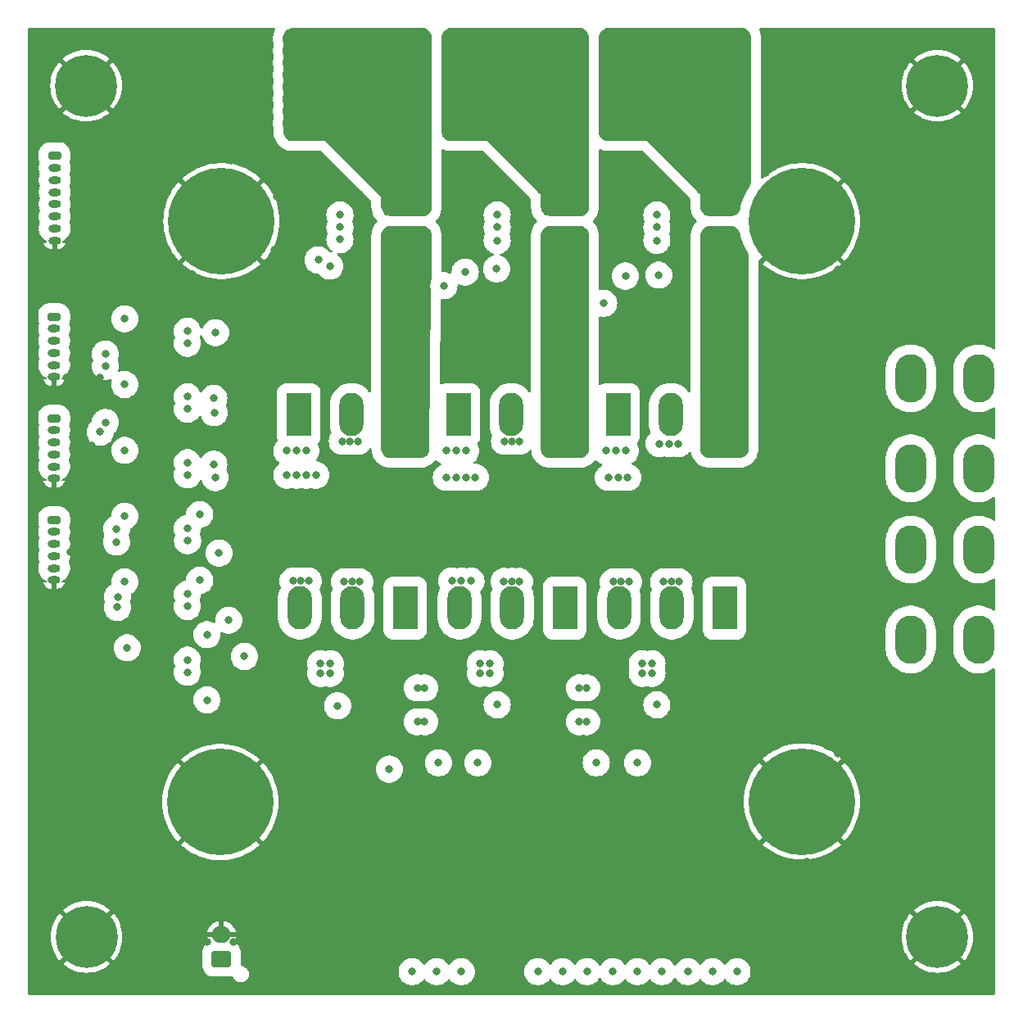
<source format=gbr>
G04 #@! TF.GenerationSoftware,KiCad,Pcbnew,8.0.6-1.fc40*
G04 #@! TF.CreationDate,2024-11-25T13:37:06-05:00*
G04 #@! TF.ProjectId,three_half_bridges,74687265-655f-4686-916c-665f62726964,rev?*
G04 #@! TF.SameCoordinates,Original*
G04 #@! TF.FileFunction,Copper,L2,Inr*
G04 #@! TF.FilePolarity,Positive*
%FSLAX46Y46*%
G04 Gerber Fmt 4.6, Leading zero omitted, Abs format (unit mm)*
G04 Created by KiCad (PCBNEW 8.0.6-1.fc40) date 2024-11-25 13:37:06*
%MOMM*%
%LPD*%
G01*
G04 APERTURE LIST*
G04 Aperture macros list*
%AMRoundRect*
0 Rectangle with rounded corners*
0 $1 Rounding radius*
0 $2 $3 $4 $5 $6 $7 $8 $9 X,Y pos of 4 corners*
0 Add a 4 corners polygon primitive as box body*
4,1,4,$2,$3,$4,$5,$6,$7,$8,$9,$2,$3,0*
0 Add four circle primitives for the rounded corners*
1,1,$1+$1,$2,$3*
1,1,$1+$1,$4,$5*
1,1,$1+$1,$6,$7*
1,1,$1+$1,$8,$9*
0 Add four rect primitives between the rounded corners*
20,1,$1+$1,$2,$3,$4,$5,0*
20,1,$1+$1,$4,$5,$6,$7,0*
20,1,$1+$1,$6,$7,$8,$9,0*
20,1,$1+$1,$8,$9,$2,$3,0*%
G04 Aperture macros list end*
G04 #@! TA.AperFunction,ComponentPad*
%ADD10C,0.800000*%
G04 #@! TD*
G04 #@! TA.AperFunction,ComponentPad*
%ADD11C,6.400000*%
G04 #@! TD*
G04 #@! TA.AperFunction,ComponentPad*
%ADD12O,5.000000X3.200000*%
G04 #@! TD*
G04 #@! TA.AperFunction,ComponentPad*
%ADD13C,0.900000*%
G04 #@! TD*
G04 #@! TA.AperFunction,ComponentPad*
%ADD14C,11.000000*%
G04 #@! TD*
G04 #@! TA.AperFunction,ComponentPad*
%ADD15RoundRect,0.250000X0.750000X-0.600000X0.750000X0.600000X-0.750000X0.600000X-0.750000X-0.600000X0*%
G04 #@! TD*
G04 #@! TA.AperFunction,ComponentPad*
%ADD16O,2.000000X1.700000*%
G04 #@! TD*
G04 #@! TA.AperFunction,ComponentPad*
%ADD17O,3.200000X5.000000*%
G04 #@! TD*
G04 #@! TA.AperFunction,ComponentPad*
%ADD18R,2.500000X4.500000*%
G04 #@! TD*
G04 #@! TA.AperFunction,ComponentPad*
%ADD19O,2.500000X4.500000*%
G04 #@! TD*
G04 #@! TA.AperFunction,ComponentPad*
%ADD20RoundRect,0.200000X-0.450000X0.200000X-0.450000X-0.200000X0.450000X-0.200000X0.450000X0.200000X0*%
G04 #@! TD*
G04 #@! TA.AperFunction,ComponentPad*
%ADD21O,1.300000X0.800000*%
G04 #@! TD*
G04 #@! TA.AperFunction,ViaPad*
%ADD22C,0.800000*%
G04 #@! TD*
G04 APERTURE END LIST*
D10*
X171600000Y-124000000D03*
X172302944Y-122302944D03*
X172302944Y-125697056D03*
X174000000Y-121600000D03*
D11*
X174000000Y-124000000D03*
D10*
X174000000Y-126400000D03*
X175697056Y-122302944D03*
X175697056Y-125697056D03*
X176400000Y-124000000D03*
D12*
X126000000Y-32000000D03*
X126000000Y-39000000D03*
X135300000Y-32000000D03*
X135300000Y-39000000D03*
D13*
X155875000Y-110000000D03*
X157073185Y-107073185D03*
X157073185Y-112926815D03*
X160000000Y-105875000D03*
D14*
X160000000Y-110000000D03*
D13*
X160000000Y-114125000D03*
X162926815Y-107073185D03*
X162926815Y-112926815D03*
X164125000Y-110000000D03*
X95875000Y-50000000D03*
X97073185Y-47073185D03*
X97073185Y-52926815D03*
X100000000Y-45875000D03*
D14*
X100000000Y-50000000D03*
D13*
X100000000Y-54125000D03*
X102926815Y-47073185D03*
X102926815Y-52926815D03*
X104125000Y-50000000D03*
D10*
X171600000Y-36000000D03*
X172302944Y-34302944D03*
X172302944Y-37697056D03*
X174000000Y-33600000D03*
D11*
X174000000Y-36000000D03*
D10*
X174000000Y-38400000D03*
X175697056Y-34302944D03*
X175697056Y-37697056D03*
X176400000Y-36000000D03*
D12*
X142500000Y-32000000D03*
X142500000Y-39000000D03*
X151800000Y-32000000D03*
X151800000Y-39000000D03*
X109500000Y-32000000D03*
X109500000Y-39000000D03*
X118800000Y-32000000D03*
X118800000Y-39000000D03*
D13*
X95875000Y-110050000D03*
X97073185Y-107123185D03*
X97073185Y-112976815D03*
D14*
X99875000Y-110050000D03*
D13*
X100000000Y-105925000D03*
X100000000Y-114175000D03*
X102926815Y-107123185D03*
X102926815Y-112976815D03*
X104125000Y-110050000D03*
D10*
X83652944Y-124000000D03*
X84355888Y-122302944D03*
X84355888Y-125697056D03*
X86052944Y-121600000D03*
D11*
X86052944Y-124000000D03*
D10*
X86052944Y-126400000D03*
X87750000Y-122302944D03*
X87750000Y-125697056D03*
X88452944Y-124000000D03*
D15*
X100000000Y-126250000D03*
D16*
X100000000Y-123750000D03*
D13*
X155875000Y-50000000D03*
X157073185Y-47073185D03*
X157073185Y-52926815D03*
X160000000Y-45875000D03*
D14*
X160000000Y-50000000D03*
D13*
X160000000Y-54125000D03*
X162926815Y-47073185D03*
X162926815Y-52926815D03*
X164125000Y-50000000D03*
D10*
X83600000Y-36000000D03*
X84302944Y-34302944D03*
X84302944Y-37697056D03*
X86000000Y-33600000D03*
D11*
X86000000Y-36000000D03*
D10*
X86000000Y-38400000D03*
X87697056Y-34302944D03*
X87697056Y-37697056D03*
X88400000Y-36000000D03*
D17*
X171250000Y-93250000D03*
X178250000Y-93250000D03*
X171250000Y-83950000D03*
X178250000Y-83950000D03*
D18*
X135500000Y-90000000D03*
D19*
X130050000Y-90000000D03*
X124600000Y-90000000D03*
D18*
X124500000Y-70000000D03*
D19*
X129950000Y-70000000D03*
X135400000Y-70000000D03*
D18*
X108000000Y-70000000D03*
D19*
X113450000Y-70000000D03*
X118900000Y-70000000D03*
D20*
X82700000Y-70375000D03*
D21*
X82700000Y-71625000D03*
X82700000Y-72875000D03*
X82700000Y-74125000D03*
X82700000Y-75375000D03*
X82700000Y-76625000D03*
D20*
X82700000Y-80875000D03*
D21*
X82700000Y-82125000D03*
X82700000Y-83375000D03*
X82700000Y-84625000D03*
X82700000Y-85875000D03*
X82700000Y-87125000D03*
D20*
X82700000Y-59875000D03*
D21*
X82700000Y-61125000D03*
X82700000Y-62375000D03*
X82700000Y-63625000D03*
X82700000Y-64875000D03*
X82700000Y-66125000D03*
D17*
X171250000Y-66250000D03*
X178250000Y-66250000D03*
X171250000Y-75550000D03*
X178250000Y-75550000D03*
D20*
X82750000Y-43250000D03*
D21*
X82750000Y-44500000D03*
X82750000Y-45750000D03*
X82750000Y-47000000D03*
X82750000Y-48250000D03*
X82750000Y-49500000D03*
X82750000Y-50750000D03*
X82750000Y-52000000D03*
D18*
X152000000Y-90000000D03*
D19*
X146550000Y-90000000D03*
X141100000Y-90000000D03*
D18*
X141000000Y-70000000D03*
D19*
X146450000Y-70000000D03*
X151900000Y-70000000D03*
D18*
X119000000Y-90000000D03*
D19*
X113550000Y-90000000D03*
X108100000Y-90000000D03*
D22*
X137500000Y-129500000D03*
X92500000Y-101250000D03*
X130000000Y-46250000D03*
X80500000Y-35000000D03*
X132500000Y-129500000D03*
X125725000Y-49750000D03*
X179500000Y-38750000D03*
X80500000Y-113750000D03*
X80500000Y-88750000D03*
X179500000Y-122500000D03*
X179500000Y-37500000D03*
X80500000Y-115000000D03*
X94250000Y-43000000D03*
X80500000Y-37500000D03*
X135000000Y-129500000D03*
X95750000Y-37750000D03*
X113500000Y-46500000D03*
X85000000Y-66200000D03*
X179500000Y-126250000D03*
X142750000Y-47750000D03*
X130000000Y-129500000D03*
X91000000Y-38800000D03*
X160000000Y-121250000D03*
X103750000Y-30500000D03*
X116250000Y-129500000D03*
X105000000Y-39250000D03*
X83200000Y-93200000D03*
X105000000Y-120750000D03*
X179500000Y-123750000D03*
X173750000Y-129500000D03*
X156250000Y-31250000D03*
X163750000Y-129500000D03*
X80500000Y-110000000D03*
X173750000Y-55000000D03*
X109750000Y-47500000D03*
X179500000Y-50000000D03*
X96250000Y-42750000D03*
X80500000Y-127500000D03*
X131250000Y-129500000D03*
X96250000Y-129500000D03*
X139500000Y-47750000D03*
X128500000Y-44750000D03*
X106250000Y-124500000D03*
X163750000Y-55000000D03*
X105000000Y-129500000D03*
X80500000Y-73750000D03*
X155000000Y-129500000D03*
X87250000Y-107500000D03*
X86750000Y-92250000D03*
X101250000Y-124500000D03*
X87400000Y-66200000D03*
X142250000Y-53250000D03*
X156250000Y-42500000D03*
X172500000Y-129500000D03*
X85600000Y-97600000D03*
X86250000Y-67250000D03*
X98250000Y-42750000D03*
X87250000Y-115000000D03*
X144000000Y-45500000D03*
X179500000Y-111250000D03*
X91800000Y-38000000D03*
X108500000Y-53000000D03*
X87025000Y-86225000D03*
X80500000Y-82500000D03*
X95000000Y-30500000D03*
X141250000Y-46250000D03*
X88250000Y-48750000D03*
X130750000Y-47000000D03*
X114250000Y-47250000D03*
X80500000Y-65000000D03*
X179500000Y-48750000D03*
X105000000Y-114500000D03*
X160500000Y-118750000D03*
X88000000Y-117250000D03*
X87250000Y-106250000D03*
X179500000Y-107500000D03*
X106500000Y-53000000D03*
X86000000Y-88750000D03*
X171250000Y-30500000D03*
X105000000Y-119500000D03*
X86000000Y-89750000D03*
X80500000Y-90000000D03*
X80500000Y-76250000D03*
X80500000Y-47500000D03*
X165000000Y-129500000D03*
X100250000Y-43000000D03*
X105000000Y-118250000D03*
X91250000Y-98750000D03*
X91250000Y-129500000D03*
X100750000Y-37750000D03*
X179500000Y-121250000D03*
X87250000Y-103750000D03*
X160500000Y-120000000D03*
X170000000Y-55000000D03*
X179500000Y-110000000D03*
X85000000Y-78500000D03*
X156250000Y-40000000D03*
X140500000Y-45500000D03*
X170000000Y-129500000D03*
X111250000Y-129500000D03*
X103750000Y-129500000D03*
X87250000Y-113750000D03*
X166250000Y-30500000D03*
X102500000Y-129500000D03*
X91250000Y-45750000D03*
X93750000Y-129500000D03*
X91600000Y-79000000D03*
X163750000Y-105000000D03*
X95250000Y-42750000D03*
X83200000Y-89600000D03*
X123750000Y-129500000D03*
X105500000Y-53000000D03*
X83200000Y-94600000D03*
X121250000Y-129500000D03*
X80500000Y-50000000D03*
X158750000Y-30500000D03*
X101750000Y-37750000D03*
X80500000Y-100000000D03*
X105000000Y-34250000D03*
X80500000Y-40000000D03*
X161250000Y-30500000D03*
X80500000Y-48750000D03*
X123250000Y-49750000D03*
X86250000Y-30500000D03*
X86750000Y-94500000D03*
X179500000Y-125000000D03*
X144750000Y-46250000D03*
X80500000Y-77500000D03*
X80500000Y-51250000D03*
X80500000Y-58750000D03*
X87250000Y-112500000D03*
X80500000Y-120000000D03*
X176250000Y-105000000D03*
X97750000Y-37750000D03*
X179500000Y-52500000D03*
X92750000Y-44250000D03*
X166250000Y-105000000D03*
X86000000Y-85250000D03*
X83200000Y-88400000D03*
X80500000Y-63750000D03*
X113750000Y-129500000D03*
X168750000Y-30500000D03*
X133750000Y-129500000D03*
X177500000Y-30500000D03*
X143250000Y-44750000D03*
X107750000Y-47500000D03*
X155000000Y-128250000D03*
X85000000Y-30500000D03*
X98500000Y-124500000D03*
X101250000Y-129500000D03*
X87750000Y-92250000D03*
X168750000Y-129500000D03*
X103250000Y-39250000D03*
X92500000Y-30500000D03*
X170000000Y-30500000D03*
X92500000Y-100000000D03*
X175000000Y-105000000D03*
X87500000Y-58250000D03*
X87250000Y-108750000D03*
X83200000Y-92000000D03*
X97500000Y-30500000D03*
X93000000Y-122250000D03*
X80500000Y-116250000D03*
X87000000Y-42800000D03*
X143750000Y-129500000D03*
X142500000Y-129500000D03*
X97250000Y-42750000D03*
X159000000Y-122250000D03*
X105000000Y-30500000D03*
X115000000Y-129500000D03*
X156250000Y-37500000D03*
X166250000Y-55000000D03*
X102500000Y-38500000D03*
X83800000Y-95600000D03*
X177500000Y-55000000D03*
X168750000Y-105000000D03*
X91600000Y-85750000D03*
X142225000Y-49750000D03*
X81250000Y-30500000D03*
X101250000Y-30500000D03*
X80500000Y-57500000D03*
X90200000Y-39600000D03*
X80500000Y-125000000D03*
X167500000Y-105000000D03*
X97000000Y-55500000D03*
X85400000Y-83400000D03*
X87800000Y-98400000D03*
X84600000Y-96600000D03*
X172500000Y-30500000D03*
X86750000Y-50250000D03*
X178750000Y-105000000D03*
X83750000Y-129500000D03*
X160000000Y-30500000D03*
X87500000Y-129500000D03*
X105000000Y-40500000D03*
X87800000Y-42000000D03*
X83000000Y-56250000D03*
X83000000Y-57500000D03*
X86250000Y-129500000D03*
X178500000Y-55000000D03*
X125250000Y-45750000D03*
X96000000Y-124500000D03*
X99750000Y-37750000D03*
X156250000Y-36250000D03*
X99250000Y-42750000D03*
X80500000Y-87500000D03*
X142000000Y-47000000D03*
X80500000Y-33750000D03*
X171250000Y-129500000D03*
X102500000Y-30500000D03*
X103750000Y-124500000D03*
X80500000Y-46250000D03*
X179500000Y-113750000D03*
X91250000Y-58250000D03*
X82500000Y-129500000D03*
X123250000Y-46750000D03*
X142500000Y-44000000D03*
X91600000Y-72000000D03*
X92500000Y-103750000D03*
X158750000Y-129500000D03*
X84800000Y-43400000D03*
X92500000Y-56250000D03*
X80500000Y-31250000D03*
X116250000Y-124500000D03*
X80500000Y-118750000D03*
X87800000Y-94500000D03*
X80500000Y-71250000D03*
X80500000Y-68750000D03*
X157500000Y-30500000D03*
X179500000Y-127500000D03*
X148750000Y-129500000D03*
X118750000Y-129500000D03*
X141750000Y-43250000D03*
X80500000Y-106250000D03*
X101000000Y-43750000D03*
X126250000Y-129500000D03*
X105000000Y-33000000D03*
X80500000Y-41250000D03*
X176250000Y-129500000D03*
X95000000Y-129500000D03*
X115000000Y-124500000D03*
X172500000Y-55000000D03*
X152500000Y-129500000D03*
X85250000Y-52750000D03*
X92500000Y-102500000D03*
X173750000Y-105000000D03*
X80500000Y-55000000D03*
X175000000Y-55000000D03*
X80500000Y-91250000D03*
X80500000Y-95000000D03*
X158000000Y-123250000D03*
X85000000Y-68250000D03*
X87250000Y-111250000D03*
X94750000Y-37750000D03*
X179500000Y-106250000D03*
X85800000Y-74000000D03*
X176250000Y-55000000D03*
X156250000Y-41250000D03*
X106750000Y-47500000D03*
X84000000Y-66200000D03*
X117500000Y-124500000D03*
X80500000Y-61250000D03*
X139500000Y-48750000D03*
X98750000Y-30500000D03*
X84750000Y-53750000D03*
X93000000Y-55500000D03*
X86200000Y-66200000D03*
X104000000Y-40000000D03*
X94000000Y-55500000D03*
X163750000Y-30500000D03*
X83750000Y-58250000D03*
X86600000Y-73200000D03*
X179500000Y-40000000D03*
X87250000Y-100000000D03*
X88600000Y-41200000D03*
X87000000Y-89750000D03*
X80500000Y-101250000D03*
X156250000Y-43750000D03*
X92500000Y-105000000D03*
X86400000Y-82600000D03*
X156250000Y-129500000D03*
X153750000Y-129500000D03*
X92000000Y-45000000D03*
X80500000Y-32500000D03*
X160000000Y-129500000D03*
X90500000Y-46500000D03*
X113750000Y-124500000D03*
X156250000Y-38750000D03*
X175000000Y-30500000D03*
X108750000Y-47500000D03*
X173750000Y-30500000D03*
X80500000Y-56250000D03*
X98750000Y-37750000D03*
X127500000Y-129500000D03*
X110000000Y-129500000D03*
X97250000Y-124500000D03*
X80500000Y-85000000D03*
X139500000Y-50750000D03*
X85500000Y-51750000D03*
X92500000Y-129500000D03*
X86000000Y-86250000D03*
X112500000Y-124500000D03*
X179500000Y-42500000D03*
X80500000Y-45000000D03*
X179500000Y-31250000D03*
X179500000Y-41250000D03*
X112500000Y-129500000D03*
X147500000Y-129500000D03*
X108750000Y-129500000D03*
X80500000Y-111250000D03*
X105000000Y-38000000D03*
X95000000Y-105000000D03*
X167500000Y-55000000D03*
X80500000Y-97500000D03*
X179500000Y-128750000D03*
X155000000Y-127000000D03*
X146250000Y-129500000D03*
X107500000Y-129500000D03*
X166250000Y-129500000D03*
X87250000Y-110000000D03*
X179500000Y-45000000D03*
X86000000Y-43250000D03*
X162500000Y-129500000D03*
X85000000Y-58250000D03*
X162500000Y-30500000D03*
X100000000Y-129500000D03*
X80500000Y-108750000D03*
X85000000Y-74750000D03*
X80500000Y-128750000D03*
X167500000Y-30500000D03*
X102500000Y-124500000D03*
X105000000Y-35500000D03*
X93750000Y-105000000D03*
X80500000Y-121250000D03*
X179500000Y-112500000D03*
X90000000Y-30500000D03*
X87250000Y-105000000D03*
X105000000Y-123250000D03*
X98750000Y-129500000D03*
X87250000Y-116250000D03*
X171250000Y-55000000D03*
X80500000Y-86250000D03*
X80500000Y-112500000D03*
X179500000Y-35000000D03*
X168750000Y-55000000D03*
X179500000Y-117500000D03*
X93750000Y-37750000D03*
X88750000Y-129500000D03*
X80500000Y-52500000D03*
X107500000Y-53000000D03*
X123250000Y-45750000D03*
X123250000Y-47750000D03*
X80500000Y-92500000D03*
X179500000Y-33750000D03*
X179500000Y-43750000D03*
X86600000Y-98400000D03*
X120000000Y-129500000D03*
X179500000Y-118750000D03*
X80500000Y-107500000D03*
X91500000Y-92250000D03*
X112750000Y-45750000D03*
X125000000Y-129500000D03*
X123250000Y-48750000D03*
X100000000Y-30500000D03*
X138750000Y-129500000D03*
X179500000Y-108750000D03*
X90000000Y-119250000D03*
X109475000Y-49750000D03*
X122500000Y-129500000D03*
X84000000Y-54500000D03*
X80500000Y-96250000D03*
X145000000Y-129500000D03*
X108750000Y-124500000D03*
X111250000Y-124500000D03*
X96750000Y-37750000D03*
X80500000Y-122500000D03*
X136250000Y-129500000D03*
X156250000Y-32500000D03*
X80500000Y-42500000D03*
X80500000Y-83750000D03*
X110000000Y-124500000D03*
X127000000Y-47000000D03*
X109475000Y-51250000D03*
X105000000Y-115750000D03*
X129250000Y-45500000D03*
X165000000Y-105000000D03*
X176250000Y-30500000D03*
X105750000Y-47500000D03*
X80500000Y-102500000D03*
X177500000Y-129500000D03*
X80500000Y-66250000D03*
X167500000Y-129500000D03*
X92750000Y-37750000D03*
X105000000Y-122000000D03*
X80500000Y-36250000D03*
X156250000Y-35000000D03*
X91250000Y-30500000D03*
X80500000Y-78750000D03*
X83750000Y-30500000D03*
X87500000Y-30500000D03*
X179500000Y-120000000D03*
X80500000Y-53750000D03*
X85000000Y-77250000D03*
X178750000Y-129500000D03*
X105000000Y-31750000D03*
X125750000Y-53250000D03*
X80500000Y-80000000D03*
X88750000Y-30500000D03*
X81250000Y-129500000D03*
X80500000Y-62500000D03*
X80500000Y-98750000D03*
X156000000Y-125000000D03*
X124250000Y-45750000D03*
X80500000Y-67500000D03*
X172500000Y-105000000D03*
X179500000Y-47500000D03*
X86000000Y-51000000D03*
X85000000Y-129500000D03*
X96250000Y-30500000D03*
X80500000Y-117500000D03*
X89750000Y-47250000D03*
X127750000Y-47750000D03*
X92000000Y-121250000D03*
X160500000Y-117500000D03*
X179500000Y-46250000D03*
X89000000Y-48000000D03*
X139500000Y-46750000D03*
X179500000Y-53750000D03*
X156250000Y-45000000D03*
X105000000Y-36750000D03*
X179500000Y-55000000D03*
X87000000Y-88750000D03*
X83250000Y-55250000D03*
X83200000Y-90800000D03*
X80500000Y-81250000D03*
X96000000Y-55500000D03*
X80500000Y-105000000D03*
X106250000Y-129500000D03*
X86250000Y-58250000D03*
X105000000Y-117000000D03*
X128750000Y-129500000D03*
X175000000Y-129500000D03*
X97500000Y-129500000D03*
X91000000Y-120250000D03*
X145500000Y-47000000D03*
X80500000Y-126250000D03*
X126250000Y-46250000D03*
X95000000Y-124000000D03*
X92500000Y-58250000D03*
X80500000Y-93750000D03*
X179500000Y-51250000D03*
X161250000Y-129500000D03*
X151250000Y-129500000D03*
X80500000Y-43750000D03*
X155000000Y-125750000D03*
X165000000Y-30500000D03*
X171250000Y-105000000D03*
X160500000Y-116250000D03*
X107500000Y-124500000D03*
X92500000Y-57250000D03*
X139500000Y-44750000D03*
X92500000Y-98750000D03*
X150000000Y-129500000D03*
X140000000Y-129500000D03*
X141250000Y-129500000D03*
X105000000Y-124500000D03*
X87000000Y-85250000D03*
X94000000Y-123250000D03*
X179500000Y-115000000D03*
X80500000Y-38750000D03*
X156250000Y-33750000D03*
X139500000Y-49750000D03*
X82500000Y-30500000D03*
X178750000Y-30500000D03*
X89400000Y-40400000D03*
X157000000Y-124250000D03*
X139500000Y-45750000D03*
X157500000Y-129500000D03*
X165000000Y-55000000D03*
X80500000Y-103750000D03*
X85000000Y-76000000D03*
X91500000Y-65250000D03*
X89000000Y-118250000D03*
X84400000Y-84200000D03*
X80500000Y-72500000D03*
X80500000Y-60000000D03*
X93500000Y-43500000D03*
X93750000Y-30500000D03*
X117500000Y-129500000D03*
X80500000Y-75000000D03*
X85000000Y-67250000D03*
X90000000Y-129500000D03*
X177500000Y-105000000D03*
X179500000Y-36250000D03*
X170000000Y-105000000D03*
X179500000Y-116250000D03*
X80500000Y-70000000D03*
X80500000Y-123750000D03*
X95000000Y-55500000D03*
X179500000Y-32500000D03*
X87500000Y-49500000D03*
X90000000Y-66895000D03*
X122250000Y-127592500D03*
X90000000Y-73695000D03*
X145000000Y-52000000D03*
X90000000Y-60095000D03*
X90250000Y-94095000D03*
X150750000Y-127592500D03*
X112250000Y-51905000D03*
X128500000Y-52000000D03*
X135250000Y-127592500D03*
X143000000Y-127592500D03*
X90000000Y-80495000D03*
X90000000Y-87295000D03*
X130750000Y-72750000D03*
X107750000Y-73750000D03*
X112500000Y-72750000D03*
X141750000Y-73750000D03*
X113250000Y-72750000D03*
X123250000Y-76500000D03*
X124250000Y-76500000D03*
X145250000Y-73000000D03*
X140750000Y-73750000D03*
X147250000Y-73000000D03*
X126250000Y-76500000D03*
X109750000Y-76250000D03*
X142000000Y-76500000D03*
X129250000Y-72750000D03*
X139750000Y-73750000D03*
X108750000Y-73750000D03*
X123250000Y-73750000D03*
X107750000Y-76250000D03*
X140000000Y-76500000D03*
X114100000Y-72750000D03*
X124250000Y-73750000D03*
X125250000Y-73750000D03*
X130000000Y-72750000D03*
X141000000Y-76500000D03*
X106750000Y-76250000D03*
X146250000Y-73000000D03*
X106750000Y-73750000D03*
X125250000Y-76500000D03*
X108750000Y-76250000D03*
X120250000Y-101750000D03*
X137750000Y-101750000D03*
X126750000Y-96750000D03*
X111250000Y-96750000D03*
X117351041Y-106648959D03*
X127750000Y-95750000D03*
X137750000Y-98250000D03*
X144500000Y-95750000D03*
X140500000Y-87300000D03*
X141300000Y-87300000D03*
X142100000Y-87300000D03*
X127750000Y-96750000D03*
X110250000Y-96750000D03*
X109000000Y-87200000D03*
X143500000Y-95750000D03*
X123800000Y-87200000D03*
X124800000Y-87200000D03*
X102375000Y-95000000D03*
X99750000Y-84305000D03*
X107400000Y-87200000D03*
X126750000Y-95750000D03*
X137000000Y-98250000D03*
X120250000Y-98250000D03*
X143500000Y-96750000D03*
X137000000Y-101750000D03*
X111250000Y-95750000D03*
X144500000Y-96750000D03*
X108200000Y-87200000D03*
X110250000Y-95750000D03*
X121000000Y-98250000D03*
X121000000Y-101750000D03*
X125800000Y-87200000D03*
X100750000Y-91250000D03*
X145000000Y-49365000D03*
X128500000Y-49365000D03*
X112250000Y-49365000D03*
X135500000Y-72750000D03*
X129200000Y-87250000D03*
X134700000Y-72750000D03*
X133500000Y-55225000D03*
X130000000Y-87250000D03*
X136300000Y-72750000D03*
X130800000Y-87250000D03*
X99200000Y-68325000D03*
X88000000Y-70800000D03*
X89259803Y-88825000D03*
X146500000Y-87300000D03*
X145700000Y-87300000D03*
X99200000Y-75125000D03*
X153000000Y-72750000D03*
X151000000Y-72750000D03*
X147300000Y-87300000D03*
X152000000Y-72750000D03*
X150600000Y-57000000D03*
X88000000Y-63750000D03*
X89150000Y-81825000D03*
X97750000Y-87125000D03*
X97750000Y-80325000D03*
X128500000Y-100000000D03*
X112000000Y-100100000D03*
X145000000Y-100000000D03*
X113500000Y-87300000D03*
X119000000Y-72750000D03*
X114300000Y-87300000D03*
X118250000Y-72750000D03*
X117000000Y-54825000D03*
X112700000Y-87300000D03*
X119750000Y-72750000D03*
X99386702Y-61525000D03*
X128500000Y-50635000D03*
X152500000Y-46750000D03*
X151500000Y-46750000D03*
X150500000Y-46750000D03*
X153250000Y-47750000D03*
X153750000Y-46750000D03*
X149500000Y-46750000D03*
X153000000Y-48750000D03*
X137000000Y-48750000D03*
X137000000Y-46750000D03*
X135000000Y-46750000D03*
X137000000Y-47750000D03*
X136000000Y-46750000D03*
X133000000Y-46750000D03*
X134000000Y-46750000D03*
X118750000Y-47000000D03*
X119750000Y-47000000D03*
X116750000Y-47000000D03*
X120750000Y-48000000D03*
X120750000Y-49000000D03*
X117750000Y-47000000D03*
X120750000Y-47000000D03*
X145000000Y-50635000D03*
X112250000Y-50635000D03*
X96475000Y-76235000D03*
X145200000Y-55575000D03*
X96475000Y-96635000D03*
X128447550Y-54947550D03*
X96475000Y-69435000D03*
X96475000Y-89835000D03*
X111200000Y-54650000D03*
X96475000Y-62635000D03*
X96500000Y-83035000D03*
X89250000Y-89925000D03*
X87475000Y-71800000D03*
X89150000Y-83175000D03*
X88000000Y-65000000D03*
X99250000Y-69800000D03*
X123000000Y-56675000D03*
X139500000Y-58500000D03*
X99348475Y-76505909D03*
X96475000Y-88565000D03*
X122425000Y-106000000D03*
X125199847Y-55274847D03*
X96475000Y-68165000D03*
X138750000Y-106000000D03*
X96475000Y-95365000D03*
X141750000Y-55675000D03*
X96475000Y-74965000D03*
X96475000Y-81765000D03*
X110000000Y-54025000D03*
X96475000Y-61365000D03*
X140460000Y-127592500D03*
X145540000Y-127592500D03*
X124790000Y-127592500D03*
X119710000Y-127592500D03*
X153290000Y-127592500D03*
X148210000Y-127592500D03*
X132710000Y-127592500D03*
X137790000Y-127592500D03*
X126500000Y-106000000D03*
X98500000Y-92750000D03*
X98500000Y-99500000D03*
X143000000Y-106000000D03*
G04 #@! TA.AperFunction,Conductor*
G36*
X137196899Y-30045950D02*
G01*
X137389763Y-30106461D01*
X137566499Y-30204557D01*
X137719870Y-30336222D01*
X137843598Y-30496065D01*
X137932616Y-30677542D01*
X137983282Y-30873224D01*
X137993724Y-31036812D01*
X137994500Y-31036812D01*
X137994500Y-31048965D01*
X137994502Y-31048997D01*
X137994500Y-31049074D01*
X137994500Y-40700909D01*
X137995710Y-40750266D01*
X137998797Y-40813100D01*
X138000000Y-40862110D01*
X138000000Y-48450925D01*
X137995189Y-48548850D01*
X137990699Y-48594435D01*
X137950636Y-48792559D01*
X137871510Y-48978563D01*
X137756563Y-49144832D01*
X137610498Y-49284558D01*
X137439297Y-49392022D01*
X137249968Y-49462823D01*
X137094437Y-49490698D01*
X137048842Y-49495189D01*
X136950925Y-49500000D01*
X134049075Y-49500000D01*
X133951155Y-49495189D01*
X133905565Y-49490698D01*
X133707442Y-49450636D01*
X133521438Y-49371511D01*
X133355169Y-49256564D01*
X133215442Y-49110500D01*
X133107978Y-48939299D01*
X133037177Y-48749970D01*
X133009300Y-48594425D01*
X133004808Y-48548823D01*
X133000000Y-48450925D01*
X133000000Y-47664222D01*
X133000000Y-47664214D01*
X133000000Y-47250000D01*
X127500000Y-41750000D01*
X127085786Y-41750000D01*
X127085778Y-41750000D01*
X123799075Y-41750000D01*
X123701155Y-41745189D01*
X123655565Y-41740698D01*
X123457442Y-41700636D01*
X123271438Y-41621511D01*
X123105169Y-41506564D01*
X122965442Y-41360500D01*
X122857978Y-41189299D01*
X122787177Y-40999970D01*
X122759300Y-40844425D01*
X122754808Y-40798823D01*
X122750000Y-40700925D01*
X122750000Y-31049074D01*
X122754808Y-30951180D01*
X122757230Y-30926584D01*
X122797289Y-30728469D01*
X122876410Y-30542464D01*
X122991355Y-30376193D01*
X123137417Y-30236464D01*
X123308616Y-30128997D01*
X123497944Y-30058192D01*
X123697649Y-30026948D01*
X123751420Y-30025500D01*
X136995802Y-30025500D01*
X137196899Y-30045950D01*
G37*
G04 #@! TD.AperFunction*
G04 #@! TA.AperFunction,Conductor*
G36*
X137048823Y-50504808D02*
G01*
X137094422Y-50509299D01*
X137292538Y-50549357D01*
X137478544Y-50628478D01*
X137644815Y-50743422D01*
X137784545Y-50889484D01*
X137892012Y-51060683D01*
X137962817Y-51250010D01*
X137990699Y-51405564D01*
X137995189Y-51451149D01*
X138000000Y-51549074D01*
X138000000Y-73450925D01*
X137995189Y-73548850D01*
X137990699Y-73594435D01*
X137950636Y-73792559D01*
X137871510Y-73978563D01*
X137756563Y-74144832D01*
X137610498Y-74284558D01*
X137439297Y-74392022D01*
X137249968Y-74462823D01*
X137094437Y-74490698D01*
X137048842Y-74495189D01*
X136950925Y-74500000D01*
X134049075Y-74500000D01*
X133951155Y-74495189D01*
X133905565Y-74490698D01*
X133707442Y-74450636D01*
X133521438Y-74371511D01*
X133355169Y-74256564D01*
X133215442Y-74110500D01*
X133107978Y-73939299D01*
X133037177Y-73749970D01*
X133009300Y-73594425D01*
X133004808Y-73548823D01*
X133000000Y-73450925D01*
X133000000Y-51549074D01*
X133004809Y-51451171D01*
X133004811Y-51451149D01*
X133009300Y-51405575D01*
X133049357Y-51207461D01*
X133128478Y-51021455D01*
X133243422Y-50855184D01*
X133389484Y-50715454D01*
X133560683Y-50607987D01*
X133750010Y-50537182D01*
X133905576Y-50509300D01*
X133951174Y-50504808D01*
X134049075Y-50500000D01*
X136950925Y-50500000D01*
X137048823Y-50504808D01*
G37*
G04 #@! TD.AperFunction*
G04 #@! TA.AperFunction,Conductor*
G36*
X152852842Y-50520450D02*
G01*
X153045706Y-50580961D01*
X153222442Y-50679057D01*
X153375813Y-50810722D01*
X153499541Y-50970565D01*
X153588559Y-51152042D01*
X153631549Y-51304103D01*
X153674232Y-51518684D01*
X153812885Y-52010311D01*
X153812886Y-52010313D01*
X153989686Y-52489550D01*
X154203541Y-52953439D01*
X154372623Y-53255356D01*
X154453042Y-53440805D01*
X154494483Y-53638645D01*
X154500000Y-53743489D01*
X154500000Y-73450925D01*
X154495189Y-73548850D01*
X154490699Y-73594435D01*
X154450636Y-73792559D01*
X154371510Y-73978563D01*
X154256563Y-74144832D01*
X154110498Y-74284558D01*
X153939297Y-74392022D01*
X153749968Y-74462823D01*
X153594437Y-74490698D01*
X153548842Y-74495189D01*
X153450925Y-74500000D01*
X150549075Y-74500000D01*
X150451155Y-74495189D01*
X150405565Y-74490698D01*
X150207442Y-74450636D01*
X150021438Y-74371511D01*
X149855169Y-74256564D01*
X149715442Y-74110500D01*
X149607978Y-73939299D01*
X149537177Y-73749970D01*
X149509300Y-73594425D01*
X149504808Y-73548823D01*
X149500000Y-73450925D01*
X149500000Y-51549074D01*
X149504809Y-51451171D01*
X149509300Y-51405575D01*
X149549357Y-51207461D01*
X149628478Y-51021455D01*
X149743422Y-50855184D01*
X149889484Y-50715454D01*
X150060683Y-50607987D01*
X150250010Y-50537182D01*
X150405576Y-50509300D01*
X150451174Y-50504808D01*
X150549075Y-50500000D01*
X152651745Y-50500000D01*
X152852842Y-50520450D01*
G37*
G04 #@! TD.AperFunction*
G04 #@! TA.AperFunction,Conductor*
G36*
X120949677Y-30045950D02*
G01*
X121142541Y-30106461D01*
X121319277Y-30204557D01*
X121472648Y-30336222D01*
X121596376Y-30496065D01*
X121685394Y-30677542D01*
X121736060Y-30873224D01*
X121742766Y-30926558D01*
X121745191Y-30951180D01*
X121750000Y-31049074D01*
X121750000Y-48450925D01*
X121745189Y-48548850D01*
X121740699Y-48594435D01*
X121700636Y-48792559D01*
X121621510Y-48978563D01*
X121506563Y-49144832D01*
X121360498Y-49284558D01*
X121189297Y-49392022D01*
X120999968Y-49462823D01*
X120844437Y-49490698D01*
X120798842Y-49495189D01*
X120700925Y-49500000D01*
X117549075Y-49500000D01*
X117451155Y-49495189D01*
X117405565Y-49490698D01*
X117207442Y-49450636D01*
X117021438Y-49371511D01*
X116855169Y-49256564D01*
X116715442Y-49110500D01*
X116607978Y-48939299D01*
X116537177Y-48749970D01*
X116509300Y-48594425D01*
X116504808Y-48548823D01*
X116500000Y-48450925D01*
X116500000Y-47914222D01*
X116500000Y-47914214D01*
X116500000Y-47500000D01*
X110750000Y-41750000D01*
X110335786Y-41750000D01*
X110335778Y-41750000D01*
X107386926Y-41750000D01*
X107185829Y-41729550D01*
X106992965Y-41669039D01*
X106816229Y-41570943D01*
X106662858Y-41439278D01*
X106539130Y-41279435D01*
X106450112Y-41097958D01*
X106399446Y-40902276D01*
X106389208Y-40700401D01*
X106391338Y-40668507D01*
X106405300Y-40500003D01*
X106405300Y-40499999D01*
X106403568Y-40479101D01*
X106386134Y-40268695D01*
X106348540Y-40120243D01*
X106318997Y-39920283D01*
X106330310Y-39718465D01*
X106348541Y-39629754D01*
X106386134Y-39481305D01*
X106405300Y-39250000D01*
X106386134Y-39018695D01*
X106348540Y-38870243D01*
X106318997Y-38670283D01*
X106330310Y-38468465D01*
X106348541Y-38379754D01*
X106386134Y-38231305D01*
X106405300Y-38000000D01*
X106386134Y-37768695D01*
X106348540Y-37620243D01*
X106318997Y-37420283D01*
X106330310Y-37218465D01*
X106348541Y-37129754D01*
X106386134Y-36981305D01*
X106405300Y-36750000D01*
X106386134Y-36518695D01*
X106348540Y-36370243D01*
X106318997Y-36170283D01*
X106330310Y-35968465D01*
X106348541Y-35879754D01*
X106386134Y-35731305D01*
X106405300Y-35500000D01*
X106386134Y-35268695D01*
X106348540Y-35120243D01*
X106318997Y-34920283D01*
X106330310Y-34718465D01*
X106348541Y-34629754D01*
X106386134Y-34481305D01*
X106405300Y-34250000D01*
X106386134Y-34018695D01*
X106348540Y-33870243D01*
X106318997Y-33670283D01*
X106330310Y-33468465D01*
X106348541Y-33379754D01*
X106386134Y-33231305D01*
X106405300Y-33000000D01*
X106386134Y-32768695D01*
X106348540Y-32620243D01*
X106318997Y-32420283D01*
X106330310Y-32218465D01*
X106348541Y-32129754D01*
X106386134Y-31981305D01*
X106405300Y-31750000D01*
X106386134Y-31518695D01*
X106348540Y-31370243D01*
X106318997Y-31170283D01*
X106330310Y-30968465D01*
X106348536Y-30879772D01*
X106373993Y-30779248D01*
X106443184Y-30589328D01*
X106549191Y-30417221D01*
X106687673Y-30269976D01*
X106852960Y-30153622D01*
X107038286Y-30072921D01*
X107236063Y-30031178D01*
X107342421Y-30025500D01*
X120748580Y-30025500D01*
X120949677Y-30045950D01*
G37*
G04 #@! TD.AperFunction*
G04 #@! TA.AperFunction,Conductor*
G36*
X153949677Y-30045950D02*
G01*
X154142541Y-30106461D01*
X154319277Y-30204557D01*
X154472648Y-30336222D01*
X154596376Y-30496065D01*
X154685394Y-30677542D01*
X154736060Y-30873224D01*
X154742766Y-30926558D01*
X154745191Y-30951180D01*
X154750000Y-31049074D01*
X154750000Y-45853545D01*
X154729550Y-46054642D01*
X154669039Y-46247506D01*
X154581639Y-46408558D01*
X154453136Y-46600876D01*
X154203539Y-47046564D01*
X153989686Y-47510449D01*
X153812886Y-47989686D01*
X153812885Y-47989688D01*
X153674232Y-48481315D01*
X153631549Y-48695897D01*
X153572260Y-48889141D01*
X153475285Y-49066494D01*
X153344594Y-49220695D01*
X153185537Y-49345433D01*
X153004628Y-49435599D01*
X152809271Y-49487502D01*
X152651745Y-49500000D01*
X150549075Y-49500000D01*
X150451155Y-49495189D01*
X150405565Y-49490698D01*
X150207442Y-49450636D01*
X150021438Y-49371511D01*
X149855169Y-49256564D01*
X149715442Y-49110500D01*
X149607978Y-48939299D01*
X149537177Y-48749970D01*
X149509300Y-48594425D01*
X149504808Y-48548823D01*
X149500000Y-48450925D01*
X149500000Y-47664222D01*
X149500000Y-47664214D01*
X149500000Y-47250000D01*
X144000000Y-41750000D01*
X143585786Y-41750000D01*
X143585778Y-41750000D01*
X140049075Y-41750000D01*
X139951155Y-41745189D01*
X139905565Y-41740698D01*
X139707442Y-41700636D01*
X139521438Y-41621511D01*
X139355169Y-41506564D01*
X139215442Y-41360500D01*
X139107978Y-41189299D01*
X139037177Y-40999970D01*
X139009300Y-40844425D01*
X139004808Y-40798823D01*
X139000000Y-40700925D01*
X139000000Y-31049074D01*
X139004808Y-30951180D01*
X139007230Y-30926584D01*
X139047289Y-30728469D01*
X139126410Y-30542464D01*
X139241355Y-30376193D01*
X139387417Y-30236464D01*
X139558616Y-30128997D01*
X139747944Y-30058192D01*
X139947649Y-30026948D01*
X140001420Y-30025500D01*
X153748580Y-30025500D01*
X153949677Y-30045950D01*
G37*
G04 #@! TD.AperFunction*
G04 #@! TA.AperFunction,Conductor*
G36*
X120788683Y-50504873D02*
G01*
X120834516Y-50509418D01*
X121032610Y-50549607D01*
X121218563Y-50628852D01*
X121384758Y-50743906D01*
X121524390Y-50890060D01*
X121631744Y-51061330D01*
X121702424Y-51250705D01*
X121731048Y-51415342D01*
X121735113Y-51461204D01*
X121738960Y-51559811D01*
X121692511Y-56018799D01*
X121669968Y-56219672D01*
X121661996Y-56253633D01*
X121613865Y-56443694D01*
X121594700Y-56674999D01*
X121594700Y-56675000D01*
X121613866Y-56906306D01*
X121613866Y-56906309D01*
X121648657Y-57043693D01*
X121678200Y-57243657D01*
X121679173Y-57299341D01*
X121510815Y-73461671D01*
X121505056Y-73558878D01*
X121500148Y-73604175D01*
X121458155Y-73801900D01*
X121377220Y-73987123D01*
X121260656Y-74152263D01*
X121113237Y-74290559D01*
X120940996Y-74396348D01*
X120750985Y-74465300D01*
X120604253Y-74490813D01*
X120558900Y-74495251D01*
X120461608Y-74500000D01*
X117549075Y-74500000D01*
X117451155Y-74495189D01*
X117405565Y-74490698D01*
X117207442Y-74450636D01*
X117021438Y-74371511D01*
X116855169Y-74256564D01*
X116715442Y-74110500D01*
X116607978Y-73939299D01*
X116537177Y-73749970D01*
X116509300Y-73594425D01*
X116504808Y-73548823D01*
X116500000Y-73450925D01*
X116500000Y-51549074D01*
X116504809Y-51451171D01*
X116509300Y-51405575D01*
X116549357Y-51207461D01*
X116628478Y-51021455D01*
X116743422Y-50855184D01*
X116889484Y-50715454D01*
X117060683Y-50607987D01*
X117250010Y-50537182D01*
X117405576Y-50509300D01*
X117451174Y-50504808D01*
X117549075Y-50500000D01*
X120690127Y-50500000D01*
X120788683Y-50504873D01*
G37*
G04 #@! TD.AperFunction*
G04 #@! TA.AperFunction,Conductor*
G36*
X105473992Y-30045185D02*
G01*
X105519747Y-30097989D01*
X105529691Y-30167147D01*
X105518570Y-30203515D01*
X105498430Y-30245132D01*
X105429244Y-30435037D01*
X105429231Y-30435075D01*
X105399262Y-30532405D01*
X105399260Y-30532409D01*
X105373808Y-30632914D01*
X105363618Y-30677366D01*
X105345390Y-30766068D01*
X105326387Y-30912169D01*
X105315073Y-31114002D01*
X105324295Y-31317252D01*
X105324296Y-31317261D01*
X105353835Y-31517192D01*
X105353837Y-31517202D01*
X105373805Y-31617064D01*
X105373813Y-31617100D01*
X105388426Y-31674810D01*
X105391796Y-31695006D01*
X105395505Y-31739758D01*
X105395505Y-31760242D01*
X105391796Y-31804995D01*
X105388426Y-31825191D01*
X105373815Y-31882892D01*
X105363624Y-31927345D01*
X105345392Y-32016065D01*
X105345391Y-32016070D01*
X105326387Y-32162178D01*
X105326386Y-32162188D01*
X105315073Y-32364002D01*
X105324295Y-32567252D01*
X105324296Y-32567261D01*
X105353835Y-32767192D01*
X105353837Y-32767202D01*
X105373805Y-32867064D01*
X105373813Y-32867100D01*
X105388426Y-32924810D01*
X105391796Y-32945006D01*
X105395505Y-32989758D01*
X105395505Y-33010242D01*
X105391796Y-33054995D01*
X105388426Y-33075191D01*
X105373815Y-33132892D01*
X105363624Y-33177345D01*
X105345392Y-33266065D01*
X105345391Y-33266070D01*
X105326387Y-33412178D01*
X105326386Y-33412188D01*
X105315073Y-33614002D01*
X105324295Y-33817252D01*
X105324296Y-33817261D01*
X105353835Y-34017192D01*
X105353837Y-34017202D01*
X105373805Y-34117064D01*
X105373813Y-34117100D01*
X105388426Y-34174810D01*
X105391796Y-34195006D01*
X105395505Y-34239758D01*
X105395505Y-34260242D01*
X105391796Y-34304995D01*
X105388426Y-34325191D01*
X105373815Y-34382892D01*
X105363624Y-34427345D01*
X105345392Y-34516065D01*
X105345391Y-34516070D01*
X105326387Y-34662178D01*
X105326386Y-34662188D01*
X105315073Y-34864002D01*
X105324295Y-35067252D01*
X105324296Y-35067261D01*
X105353835Y-35267192D01*
X105353837Y-35267202D01*
X105373805Y-35367064D01*
X105373813Y-35367100D01*
X105388426Y-35424810D01*
X105391796Y-35445006D01*
X105395505Y-35489758D01*
X105395505Y-35510242D01*
X105391796Y-35554995D01*
X105388426Y-35575191D01*
X105373815Y-35632892D01*
X105363624Y-35677345D01*
X105345392Y-35766065D01*
X105345391Y-35766070D01*
X105326387Y-35912178D01*
X105326386Y-35912188D01*
X105315073Y-36114002D01*
X105324295Y-36317252D01*
X105324296Y-36317261D01*
X105353835Y-36517192D01*
X105353837Y-36517202D01*
X105373805Y-36617064D01*
X105373813Y-36617100D01*
X105388426Y-36674810D01*
X105391796Y-36695006D01*
X105395505Y-36739758D01*
X105395505Y-36760242D01*
X105391796Y-36804995D01*
X105388426Y-36825191D01*
X105373815Y-36882892D01*
X105363624Y-36927345D01*
X105345392Y-37016065D01*
X105345391Y-37016070D01*
X105326387Y-37162178D01*
X105326386Y-37162188D01*
X105326386Y-37162190D01*
X105315073Y-37364008D01*
X105319329Y-37457809D01*
X105324295Y-37567252D01*
X105324296Y-37567261D01*
X105353835Y-37767192D01*
X105353837Y-37767202D01*
X105373805Y-37867064D01*
X105373813Y-37867100D01*
X105388426Y-37924810D01*
X105391796Y-37945006D01*
X105395505Y-37989758D01*
X105395505Y-38010242D01*
X105391796Y-38054995D01*
X105388426Y-38075191D01*
X105373815Y-38132892D01*
X105363624Y-38177345D01*
X105345392Y-38266065D01*
X105345391Y-38266070D01*
X105326387Y-38412178D01*
X105326386Y-38412188D01*
X105315073Y-38614002D01*
X105324295Y-38817252D01*
X105324296Y-38817261D01*
X105353835Y-39017192D01*
X105353837Y-39017202D01*
X105373805Y-39117064D01*
X105373813Y-39117100D01*
X105388426Y-39174810D01*
X105391796Y-39195006D01*
X105395505Y-39239758D01*
X105395505Y-39260242D01*
X105391796Y-39304995D01*
X105388426Y-39325191D01*
X105373815Y-39382892D01*
X105363624Y-39427345D01*
X105345392Y-39516065D01*
X105345391Y-39516070D01*
X105326387Y-39662178D01*
X105326386Y-39662188D01*
X105315073Y-39864002D01*
X105324295Y-40067252D01*
X105324296Y-40067261D01*
X105353835Y-40267192D01*
X105353837Y-40267202D01*
X105373805Y-40367064D01*
X105373813Y-40367100D01*
X105388426Y-40424810D01*
X105391796Y-40445006D01*
X105395505Y-40489756D01*
X105395506Y-40510235D01*
X105389265Y-40585566D01*
X105388075Y-40601474D01*
X105385944Y-40633366D01*
X105385943Y-40633398D01*
X105384998Y-40751305D01*
X105384999Y-40751335D01*
X105395078Y-40950069D01*
X105395117Y-40951640D01*
X105395237Y-40953207D01*
X105426044Y-41154304D01*
X105476713Y-41349998D01*
X105476713Y-41349999D01*
X105547364Y-41540761D01*
X105547370Y-41540775D01*
X105636385Y-41722246D01*
X105636395Y-41722264D01*
X105744006Y-41894909D01*
X105822814Y-41996721D01*
X105867734Y-42054752D01*
X105932097Y-42122462D01*
X106007907Y-42202214D01*
X106161272Y-42333873D01*
X106161466Y-42334020D01*
X106162286Y-42334579D01*
X106328260Y-42450100D01*
X106504996Y-42548196D01*
X106691958Y-42628427D01*
X106691961Y-42628428D01*
X106691966Y-42628430D01*
X106884811Y-42688935D01*
X106884814Y-42688935D01*
X106884822Y-42688938D01*
X107084102Y-42729891D01*
X107285199Y-42750341D01*
X107386926Y-42755500D01*
X110282146Y-42755500D01*
X110349185Y-42775185D01*
X110369827Y-42791819D01*
X115458181Y-47880173D01*
X115491666Y-47941496D01*
X115494500Y-47967854D01*
X115494500Y-48450911D01*
X115495710Y-48500251D01*
X115500518Y-48598153D01*
X115504150Y-48647382D01*
X115508644Y-48693003D01*
X115519571Y-48771813D01*
X115547443Y-48927334D01*
X115547446Y-48927347D01*
X115595376Y-49102165D01*
X115665394Y-49289400D01*
X115665876Y-49290763D01*
X115666174Y-49291488D01*
X115756352Y-49473867D01*
X115860622Y-49639980D01*
X115860757Y-49640220D01*
X115863817Y-49645072D01*
X115988854Y-49805554D01*
X115988859Y-49805560D01*
X116051853Y-49871411D01*
X116092937Y-49914358D01*
X116125054Y-49976409D01*
X116118526Y-50045973D01*
X116089052Y-50089675D01*
X116063315Y-50114297D01*
X116056745Y-50118770D01*
X115916316Y-50283408D01*
X115916316Y-50283409D01*
X115802767Y-50447660D01*
X115801570Y-50449319D01*
X115703209Y-50627872D01*
X115703208Y-50627873D01*
X115624086Y-50813883D01*
X115563799Y-51008195D01*
X115523746Y-51206289D01*
X115508641Y-51307016D01*
X115504150Y-51352618D01*
X115500523Y-51401796D01*
X115500520Y-51401840D01*
X115498790Y-51437067D01*
X115495711Y-51499740D01*
X115494500Y-51549089D01*
X115494500Y-67602300D01*
X115474815Y-67669339D01*
X115422011Y-67715094D01*
X115352853Y-67725038D01*
X115289297Y-67696013D01*
X115272124Y-67677787D01*
X115236904Y-67631887D01*
X115145646Y-67512958D01*
X115145644Y-67512956D01*
X115145641Y-67512952D01*
X114937047Y-67304358D01*
X114937040Y-67304352D01*
X114702993Y-67124761D01*
X114447510Y-66977258D01*
X114447500Y-66977254D01*
X114174961Y-66864364D01*
X114174954Y-66864362D01*
X114174952Y-66864361D01*
X113889993Y-66788007D01*
X113841113Y-66781571D01*
X113597513Y-66749500D01*
X113597506Y-66749500D01*
X113302494Y-66749500D01*
X113302486Y-66749500D01*
X113024085Y-66786153D01*
X113010007Y-66788007D01*
X112875406Y-66824073D01*
X112725048Y-66864361D01*
X112725038Y-66864364D01*
X112452499Y-66977254D01*
X112452489Y-66977258D01*
X112197006Y-67124761D01*
X111962959Y-67304352D01*
X111962952Y-67304358D01*
X111754358Y-67512952D01*
X111754352Y-67512959D01*
X111574761Y-67747006D01*
X111427258Y-68002489D01*
X111427254Y-68002499D01*
X111314364Y-68275038D01*
X111314361Y-68275048D01*
X111278231Y-68409890D01*
X111238008Y-68560004D01*
X111238006Y-68560015D01*
X111199500Y-68852486D01*
X111199500Y-71147513D01*
X111231571Y-71391113D01*
X111238007Y-71439993D01*
X111297801Y-71663147D01*
X111314361Y-71724951D01*
X111314364Y-71724961D01*
X111360095Y-71835364D01*
X111367564Y-71904833D01*
X111349343Y-71950638D01*
X111264075Y-72081151D01*
X111170842Y-72293699D01*
X111113866Y-72518691D01*
X111113864Y-72518702D01*
X111094700Y-72749993D01*
X111094700Y-72750006D01*
X111113864Y-72981297D01*
X111113866Y-72981308D01*
X111170842Y-73206300D01*
X111264075Y-73418848D01*
X111391016Y-73613147D01*
X111391019Y-73613151D01*
X111391021Y-73613153D01*
X111548216Y-73783913D01*
X111548219Y-73783915D01*
X111548222Y-73783918D01*
X111731365Y-73926464D01*
X111731371Y-73926468D01*
X111731374Y-73926470D01*
X111935497Y-74036936D01*
X112049487Y-74076068D01*
X112155015Y-74112297D01*
X112155017Y-74112297D01*
X112155019Y-74112298D01*
X112383951Y-74150500D01*
X112383952Y-74150500D01*
X112616048Y-74150500D01*
X112616049Y-74150500D01*
X112723086Y-74132638D01*
X112850040Y-74111454D01*
X112850199Y-74112409D01*
X112899801Y-74112409D01*
X112899960Y-74111454D01*
X113026913Y-74132638D01*
X113133951Y-74150500D01*
X113133952Y-74150500D01*
X113366048Y-74150500D01*
X113366049Y-74150500D01*
X113594981Y-74112298D01*
X113634738Y-74098648D01*
X113704535Y-74095499D01*
X113715246Y-74098643D01*
X113755019Y-74112298D01*
X113755023Y-74112298D01*
X113755024Y-74112299D01*
X113869066Y-74131329D01*
X113983951Y-74150500D01*
X113983952Y-74150500D01*
X114216048Y-74150500D01*
X114216049Y-74150500D01*
X114444981Y-74112298D01*
X114447440Y-74111454D01*
X114475409Y-74101852D01*
X114664503Y-74036936D01*
X114868626Y-73926470D01*
X114868849Y-73926297D01*
X114968350Y-73848852D01*
X115051784Y-73783913D01*
X115208979Y-73613153D01*
X115271898Y-73516848D01*
X115325043Y-73471492D01*
X115394274Y-73462068D01*
X115457610Y-73491569D01*
X115494942Y-73550630D01*
X115499557Y-73578583D01*
X115500518Y-73598146D01*
X115504151Y-73647392D01*
X115507487Y-73681263D01*
X115508644Y-73693003D01*
X115519571Y-73771813D01*
X115547443Y-73927334D01*
X115547446Y-73927347D01*
X115547447Y-73927351D01*
X115553254Y-73948530D01*
X115595376Y-74102165D01*
X115665394Y-74289400D01*
X115665876Y-74290763D01*
X115666174Y-74291488D01*
X115747592Y-74456151D01*
X115756353Y-74473869D01*
X115849300Y-74621943D01*
X115860622Y-74639980D01*
X115860757Y-74640220D01*
X115863817Y-74645072D01*
X115988855Y-74805556D01*
X115988859Y-74805560D01*
X116057818Y-74877646D01*
X116136458Y-74959853D01*
X116142962Y-74963885D01*
X116283374Y-75083656D01*
X116449643Y-75198603D01*
X116627837Y-75296772D01*
X116799113Y-75369632D01*
X116810341Y-75374408D01*
X116811698Y-75375035D01*
X116813806Y-75375882D01*
X116813841Y-75375897D01*
X116813845Y-75375899D01*
X117008156Y-75436189D01*
X117206279Y-75476251D01*
X117306992Y-75491355D01*
X117352582Y-75495846D01*
X117401812Y-75499478D01*
X117499732Y-75504289D01*
X117549075Y-75505500D01*
X117549090Y-75505500D01*
X120461611Y-75505500D01*
X120467490Y-75505356D01*
X120510630Y-75504304D01*
X120607922Y-75499555D01*
X120607939Y-75499553D01*
X120607954Y-75499553D01*
X120656828Y-75495971D01*
X120676262Y-75494069D01*
X120702178Y-75491533D01*
X120776500Y-75481450D01*
X120923232Y-75455937D01*
X120935946Y-75452553D01*
X121093973Y-75410492D01*
X121093974Y-75410491D01*
X121093980Y-75410490D01*
X121283991Y-75341538D01*
X121467234Y-75253146D01*
X121638974Y-75147665D01*
X121639422Y-75147392D01*
X121639468Y-75147360D01*
X121639475Y-75147357D01*
X121639480Y-75147354D01*
X121801180Y-75023884D01*
X121948599Y-74885588D01*
X122073007Y-74742586D01*
X122131856Y-74704931D01*
X122201726Y-74705069D01*
X122257785Y-74739994D01*
X122298212Y-74783909D01*
X122298222Y-74783918D01*
X122481365Y-74926464D01*
X122481371Y-74926468D01*
X122481374Y-74926470D01*
X122583864Y-74981935D01*
X122646709Y-75015945D01*
X122696299Y-75065165D01*
X122711407Y-75133381D01*
X122687236Y-75198937D01*
X122646709Y-75234055D01*
X122481371Y-75323531D01*
X122481365Y-75323535D01*
X122298222Y-75466081D01*
X122298219Y-75466084D01*
X122298216Y-75466086D01*
X122298216Y-75466087D01*
X122267478Y-75499478D01*
X122141016Y-75636852D01*
X122014075Y-75831151D01*
X121920842Y-76043699D01*
X121863866Y-76268691D01*
X121863864Y-76268702D01*
X121844700Y-76499993D01*
X121844700Y-76500006D01*
X121863864Y-76731297D01*
X121863866Y-76731308D01*
X121920842Y-76956300D01*
X122014075Y-77168848D01*
X122141016Y-77363147D01*
X122141019Y-77363151D01*
X122141021Y-77363153D01*
X122298216Y-77533913D01*
X122298219Y-77533915D01*
X122298222Y-77533918D01*
X122481365Y-77676464D01*
X122481371Y-77676468D01*
X122481374Y-77676470D01*
X122685497Y-77786936D01*
X122799487Y-77826068D01*
X122905015Y-77862297D01*
X122905017Y-77862297D01*
X122905019Y-77862298D01*
X123133951Y-77900500D01*
X123133952Y-77900500D01*
X123366048Y-77900500D01*
X123366049Y-77900500D01*
X123594981Y-77862298D01*
X123709738Y-77822900D01*
X123779535Y-77819751D01*
X123790252Y-77822897D01*
X123905019Y-77862298D01*
X124133951Y-77900500D01*
X124133952Y-77900500D01*
X124366048Y-77900500D01*
X124366049Y-77900500D01*
X124594981Y-77862298D01*
X124709738Y-77822900D01*
X124779535Y-77819751D01*
X124790252Y-77822897D01*
X124905019Y-77862298D01*
X125133951Y-77900500D01*
X125133952Y-77900500D01*
X125366048Y-77900500D01*
X125366049Y-77900500D01*
X125594981Y-77862298D01*
X125709738Y-77822900D01*
X125779535Y-77819751D01*
X125790252Y-77822897D01*
X125905019Y-77862298D01*
X126133951Y-77900500D01*
X126133952Y-77900500D01*
X126366048Y-77900500D01*
X126366049Y-77900500D01*
X126594981Y-77862298D01*
X126814503Y-77786936D01*
X127018626Y-77676470D01*
X127051993Y-77650500D01*
X127080129Y-77628600D01*
X127201784Y-77533913D01*
X127358979Y-77363153D01*
X127485924Y-77168849D01*
X127579157Y-76956300D01*
X127636134Y-76731305D01*
X127649063Y-76575272D01*
X127655300Y-76500006D01*
X127655300Y-76499993D01*
X127636135Y-76268702D01*
X127636133Y-76268691D01*
X127579157Y-76043699D01*
X127485924Y-75831151D01*
X127358983Y-75636852D01*
X127358980Y-75636849D01*
X127358979Y-75636847D01*
X127201784Y-75466087D01*
X127201779Y-75466083D01*
X127201777Y-75466081D01*
X127018634Y-75323535D01*
X127018628Y-75323531D01*
X126814504Y-75213064D01*
X126814495Y-75213061D01*
X126594984Y-75137702D01*
X126407434Y-75106406D01*
X126366049Y-75099500D01*
X126157517Y-75099500D01*
X126090478Y-75079815D01*
X126044723Y-75027011D01*
X126034779Y-74957853D01*
X126063804Y-74894297D01*
X126081355Y-74877646D01*
X126089290Y-74871470D01*
X126201784Y-74783913D01*
X126358979Y-74613153D01*
X126485924Y-74418849D01*
X126579157Y-74206300D01*
X126636134Y-73981305D01*
X126636135Y-73981297D01*
X126655300Y-73750006D01*
X126655300Y-73749993D01*
X126636135Y-73518702D01*
X126636133Y-73518691D01*
X126579157Y-73293699D01*
X126485925Y-73081153D01*
X126485924Y-73081151D01*
X126480940Y-73073523D01*
X126460751Y-73006636D01*
X126479928Y-72939450D01*
X126488640Y-72927344D01*
X126589698Y-72803407D01*
X126683909Y-72623049D01*
X126739886Y-72427418D01*
X126750500Y-72308037D01*
X126750499Y-67691964D01*
X126739886Y-67572582D01*
X126683909Y-67376951D01*
X126589698Y-67196593D01*
X126531127Y-67124761D01*
X126461109Y-67038890D01*
X126345933Y-66944977D01*
X126303407Y-66910302D01*
X126123049Y-66816091D01*
X126123048Y-66816090D01*
X126123045Y-66816089D01*
X126005829Y-66782550D01*
X125927418Y-66760114D01*
X125927415Y-66760113D01*
X125927413Y-66760113D01*
X125861102Y-66754217D01*
X125808037Y-66749500D01*
X125808032Y-66749500D01*
X123191971Y-66749500D01*
X123191965Y-66749500D01*
X123191964Y-66749501D01*
X123180316Y-66750536D01*
X123072584Y-66760113D01*
X122876952Y-66816090D01*
X122767560Y-66873231D01*
X122699025Y-66886822D01*
X122634021Y-66861202D01*
X122593188Y-66804507D01*
X122586156Y-66762034D01*
X122675492Y-58185826D01*
X122695874Y-58118997D01*
X122749151Y-58073794D01*
X122818410Y-58064572D01*
X122819737Y-58064784D01*
X122883951Y-58075500D01*
X122883954Y-58075500D01*
X123116048Y-58075500D01*
X123116049Y-58075500D01*
X123344981Y-58037298D01*
X123564503Y-57961936D01*
X123768626Y-57851470D01*
X123951784Y-57708913D01*
X124108979Y-57538153D01*
X124235924Y-57343849D01*
X124329157Y-57131300D01*
X124386134Y-56906305D01*
X124386135Y-56906297D01*
X124405300Y-56675006D01*
X124405300Y-56674994D01*
X124403600Y-56654479D01*
X124417681Y-56586043D01*
X124466526Y-56536084D01*
X124534627Y-56520463D01*
X124586192Y-56535183D01*
X124635344Y-56561783D01*
X124706011Y-56586043D01*
X124854862Y-56637144D01*
X124854864Y-56637144D01*
X124854866Y-56637145D01*
X125083798Y-56675347D01*
X125083799Y-56675347D01*
X125315895Y-56675347D01*
X125315896Y-56675347D01*
X125544828Y-56637145D01*
X125764350Y-56561783D01*
X125968473Y-56451317D01*
X126151631Y-56308760D01*
X126308826Y-56138000D01*
X126317964Y-56124014D01*
X126322679Y-56116795D01*
X126435771Y-55943696D01*
X126529004Y-55731147D01*
X126585981Y-55506152D01*
X126591156Y-55443702D01*
X126605147Y-55274853D01*
X126605147Y-55274840D01*
X126585982Y-55043549D01*
X126585980Y-55043538D01*
X126561671Y-54947543D01*
X127042250Y-54947543D01*
X127042250Y-54947556D01*
X127061414Y-55178847D01*
X127061416Y-55178858D01*
X127118392Y-55403850D01*
X127211625Y-55616398D01*
X127338566Y-55810697D01*
X127338569Y-55810701D01*
X127338571Y-55810703D01*
X127495766Y-55981463D01*
X127495769Y-55981465D01*
X127495772Y-55981468D01*
X127678915Y-56124014D01*
X127678921Y-56124018D01*
X127678924Y-56124020D01*
X127883047Y-56234486D01*
X127997037Y-56273618D01*
X128102565Y-56309847D01*
X128102567Y-56309847D01*
X128102569Y-56309848D01*
X128331501Y-56348050D01*
X128331502Y-56348050D01*
X128563598Y-56348050D01*
X128563599Y-56348050D01*
X128792531Y-56309848D01*
X129012053Y-56234486D01*
X129216176Y-56124020D01*
X129399334Y-55981463D01*
X129556529Y-55810703D01*
X129683474Y-55616399D01*
X129776707Y-55403850D01*
X129833684Y-55178855D01*
X129833685Y-55178847D01*
X129852850Y-54947556D01*
X129852850Y-54947543D01*
X129833685Y-54716252D01*
X129833683Y-54716241D01*
X129776707Y-54491249D01*
X129683474Y-54278701D01*
X129556533Y-54084402D01*
X129556530Y-54084399D01*
X129556529Y-54084397D01*
X129399334Y-53913637D01*
X129399329Y-53913633D01*
X129399327Y-53913631D01*
X129216184Y-53771085D01*
X129216178Y-53771081D01*
X129012054Y-53660614D01*
X129012045Y-53660611D01*
X128834989Y-53599827D01*
X128777974Y-53559441D01*
X128751843Y-53494642D01*
X128764895Y-53426002D01*
X128812983Y-53375314D01*
X128840216Y-53364215D01*
X128840130Y-53363964D01*
X128844595Y-53362431D01*
X128844831Y-53362335D01*
X128844963Y-53362300D01*
X128844981Y-53362298D01*
X129064503Y-53286936D01*
X129268626Y-53176470D01*
X129451784Y-53033913D01*
X129608979Y-52863153D01*
X129735924Y-52668849D01*
X129829157Y-52456300D01*
X129886134Y-52231305D01*
X129888940Y-52197446D01*
X129905300Y-52000006D01*
X129905300Y-51999993D01*
X129886135Y-51768702D01*
X129886133Y-51768691D01*
X129862078Y-51673702D01*
X129829157Y-51543700D01*
X129751783Y-51367306D01*
X129742881Y-51298011D01*
X129751781Y-51267698D01*
X129829157Y-51091300D01*
X129886134Y-50866305D01*
X129899107Y-50709740D01*
X129905300Y-50635006D01*
X129905300Y-50634993D01*
X129886135Y-50403702D01*
X129886133Y-50403691D01*
X129873777Y-50354898D01*
X129829157Y-50178700D01*
X129772619Y-50049809D01*
X129763717Y-49980511D01*
X129772620Y-49950189D01*
X129787791Y-49915603D01*
X129829157Y-49821300D01*
X129886134Y-49596305D01*
X129889941Y-49550363D01*
X129905300Y-49365006D01*
X129905300Y-49364993D01*
X129886135Y-49133702D01*
X129886133Y-49133691D01*
X129829157Y-48908699D01*
X129735924Y-48696151D01*
X129608983Y-48501852D01*
X129608980Y-48501849D01*
X129608979Y-48501847D01*
X129451784Y-48331087D01*
X129451779Y-48331083D01*
X129451777Y-48331081D01*
X129268634Y-48188535D01*
X129268628Y-48188531D01*
X129064504Y-48078064D01*
X129064495Y-48078061D01*
X128844984Y-48002702D01*
X128636148Y-47967854D01*
X128616049Y-47964500D01*
X128383951Y-47964500D01*
X128363852Y-47967854D01*
X128155015Y-48002702D01*
X127935504Y-48078061D01*
X127935495Y-48078064D01*
X127731371Y-48188531D01*
X127731365Y-48188535D01*
X127548222Y-48331081D01*
X127548219Y-48331084D01*
X127548216Y-48331086D01*
X127548216Y-48331087D01*
X127489267Y-48395122D01*
X127391016Y-48501852D01*
X127264075Y-48696151D01*
X127170842Y-48908699D01*
X127113866Y-49133691D01*
X127113864Y-49133702D01*
X127094700Y-49364993D01*
X127094700Y-49365006D01*
X127113864Y-49596297D01*
X127113866Y-49596308D01*
X127170842Y-49821300D01*
X127227379Y-49950190D01*
X127236282Y-50019490D01*
X127227379Y-50049810D01*
X127170842Y-50178699D01*
X127113866Y-50403691D01*
X127113864Y-50403702D01*
X127094700Y-50634993D01*
X127094700Y-50635006D01*
X127113864Y-50866297D01*
X127113866Y-50866308D01*
X127170842Y-51091300D01*
X127248215Y-51267690D01*
X127257118Y-51336990D01*
X127248215Y-51367310D01*
X127170842Y-51543699D01*
X127113866Y-51768691D01*
X127113864Y-51768702D01*
X127094700Y-51999993D01*
X127094700Y-52000006D01*
X127113864Y-52231297D01*
X127113866Y-52231308D01*
X127170842Y-52456300D01*
X127264075Y-52668848D01*
X127391016Y-52863147D01*
X127391019Y-52863151D01*
X127391021Y-52863153D01*
X127548216Y-53033913D01*
X127548219Y-53033915D01*
X127548222Y-53033918D01*
X127731365Y-53176464D01*
X127731371Y-53176468D01*
X127731374Y-53176470D01*
X127935497Y-53286936D01*
X127990423Y-53305792D01*
X128112560Y-53347722D01*
X128169575Y-53388107D01*
X128195706Y-53452907D01*
X128182655Y-53521547D01*
X128134566Y-53572234D01*
X128107334Y-53583336D01*
X128107420Y-53583586D01*
X128102994Y-53585105D01*
X128102745Y-53585207D01*
X128102566Y-53585252D01*
X127883054Y-53660611D01*
X127883045Y-53660614D01*
X127678921Y-53771081D01*
X127678915Y-53771085D01*
X127495772Y-53913631D01*
X127495769Y-53913634D01*
X127338566Y-54084402D01*
X127211625Y-54278701D01*
X127118392Y-54491249D01*
X127061416Y-54716241D01*
X127061414Y-54716252D01*
X127042250Y-54947543D01*
X126561671Y-54947543D01*
X126529004Y-54818546D01*
X126435771Y-54605998D01*
X126308830Y-54411699D01*
X126308827Y-54411696D01*
X126308826Y-54411694D01*
X126151631Y-54240934D01*
X126151626Y-54240930D01*
X126151624Y-54240928D01*
X125968481Y-54098382D01*
X125968475Y-54098378D01*
X125764351Y-53987911D01*
X125764342Y-53987908D01*
X125544831Y-53912549D01*
X125373129Y-53883897D01*
X125315896Y-53874347D01*
X125083798Y-53874347D01*
X125038011Y-53881987D01*
X124854862Y-53912549D01*
X124635351Y-53987908D01*
X124635342Y-53987911D01*
X124431218Y-54098378D01*
X124431212Y-54098382D01*
X124248069Y-54240928D01*
X124248066Y-54240931D01*
X124248063Y-54240933D01*
X124248063Y-54240934D01*
X124213296Y-54278701D01*
X124090863Y-54411699D01*
X123963922Y-54605998D01*
X123870689Y-54818546D01*
X123813713Y-55043538D01*
X123813711Y-55043549D01*
X123794547Y-55274840D01*
X123794547Y-55274846D01*
X123794547Y-55274847D01*
X123794746Y-55277249D01*
X123796247Y-55295371D01*
X123782163Y-55363807D01*
X123733316Y-55413764D01*
X123665215Y-55429383D01*
X123613653Y-55414662D01*
X123564509Y-55388067D01*
X123564506Y-55388066D01*
X123564503Y-55388064D01*
X123564497Y-55388062D01*
X123564495Y-55388061D01*
X123344984Y-55312702D01*
X123148547Y-55279923D01*
X123116049Y-55274500D01*
X122883951Y-55274500D01*
X122851451Y-55279923D01*
X122782086Y-55271541D01*
X122728264Y-55226987D01*
X122707073Y-55160409D01*
X122707049Y-55156322D01*
X122708614Y-55006151D01*
X122744405Y-51570285D01*
X122743696Y-51520613D01*
X122739849Y-51422006D01*
X122736686Y-51372429D01*
X122732621Y-51326567D01*
X122732620Y-51326555D01*
X122721687Y-51243107D01*
X122693064Y-51078475D01*
X122693063Y-51078472D01*
X122691472Y-51072601D01*
X122644451Y-50899115D01*
X122644447Y-50899106D01*
X122644443Y-50899092D01*
X122573771Y-50709740D01*
X122573766Y-50709729D01*
X122573649Y-50709493D01*
X122573146Y-50708475D01*
X122483712Y-50527307D01*
X122376358Y-50356037D01*
X122251422Y-50195471D01*
X122151482Y-50090863D01*
X122119407Y-50028795D01*
X122125980Y-49959235D01*
X122155429Y-49915603D01*
X122156731Y-49914358D01*
X122201618Y-49871419D01*
X122201623Y-49871414D01*
X122333655Y-49716627D01*
X122448602Y-49550358D01*
X122546770Y-49372168D01*
X122625896Y-49186164D01*
X122625897Y-49186160D01*
X122625900Y-49186147D01*
X122626503Y-49184352D01*
X122626924Y-49182849D01*
X122630276Y-49172047D01*
X122686188Y-48991849D01*
X122726251Y-48793725D01*
X122741357Y-48692997D01*
X122745847Y-48647412D01*
X122749478Y-48598190D01*
X122754289Y-48500265D01*
X122755500Y-48450925D01*
X122755500Y-42682232D01*
X122775185Y-42615193D01*
X122827989Y-42569438D01*
X122897147Y-42559494D01*
X122928032Y-42568124D01*
X123060356Y-42624414D01*
X123061705Y-42625038D01*
X123063806Y-42625882D01*
X123063841Y-42625897D01*
X123063845Y-42625899D01*
X123258156Y-42686189D01*
X123456279Y-42726251D01*
X123556992Y-42741355D01*
X123602582Y-42745846D01*
X123651812Y-42749478D01*
X123749732Y-42754289D01*
X123799075Y-42755500D01*
X127032146Y-42755500D01*
X127099185Y-42775185D01*
X127119827Y-42791819D01*
X131787429Y-47459421D01*
X131803556Y-47479280D01*
X131875465Y-47589343D01*
X131891021Y-47613153D01*
X131953747Y-47681292D01*
X131961730Y-47689963D01*
X131992652Y-47752618D01*
X131994500Y-47773946D01*
X131994500Y-48450911D01*
X131995710Y-48500251D01*
X132000518Y-48598153D01*
X132004150Y-48647382D01*
X132008644Y-48693003D01*
X132019571Y-48771813D01*
X132047443Y-48927334D01*
X132047446Y-48927347D01*
X132095376Y-49102165D01*
X132165394Y-49289400D01*
X132165876Y-49290763D01*
X132166174Y-49291488D01*
X132256352Y-49473867D01*
X132360622Y-49639980D01*
X132360757Y-49640220D01*
X132363817Y-49645072D01*
X132488854Y-49805554D01*
X132488859Y-49805560D01*
X132551853Y-49871411D01*
X132592937Y-49914358D01*
X132625054Y-49976409D01*
X132618526Y-50045973D01*
X132589052Y-50089675D01*
X132563315Y-50114297D01*
X132556745Y-50118770D01*
X132416316Y-50283408D01*
X132416316Y-50283409D01*
X132302767Y-50447660D01*
X132301570Y-50449319D01*
X132203209Y-50627872D01*
X132203208Y-50627873D01*
X132124086Y-50813883D01*
X132063799Y-51008195D01*
X132023750Y-51206266D01*
X132023742Y-51206313D01*
X132008643Y-51307007D01*
X132004132Y-51352810D01*
X132003438Y-51360126D01*
X132002936Y-51367310D01*
X132000520Y-51401840D01*
X131996483Y-51484022D01*
X131995711Y-51499742D01*
X131994500Y-51549089D01*
X131994500Y-67602300D01*
X131974815Y-67669339D01*
X131922011Y-67715094D01*
X131852853Y-67725038D01*
X131789297Y-67696013D01*
X131772124Y-67677787D01*
X131736904Y-67631887D01*
X131645646Y-67512958D01*
X131645644Y-67512956D01*
X131645641Y-67512952D01*
X131437047Y-67304358D01*
X131437040Y-67304352D01*
X131202993Y-67124761D01*
X130947510Y-66977258D01*
X130947500Y-66977254D01*
X130674961Y-66864364D01*
X130674954Y-66864362D01*
X130674952Y-66864361D01*
X130389993Y-66788007D01*
X130341113Y-66781571D01*
X130097513Y-66749500D01*
X130097506Y-66749500D01*
X129802494Y-66749500D01*
X129802486Y-66749500D01*
X129524085Y-66786153D01*
X129510007Y-66788007D01*
X129375406Y-66824073D01*
X129225048Y-66864361D01*
X129225038Y-66864364D01*
X128952499Y-66977254D01*
X128952489Y-66977258D01*
X128697006Y-67124761D01*
X128462959Y-67304352D01*
X128462952Y-67304358D01*
X128254358Y-67512952D01*
X128254352Y-67512959D01*
X128074761Y-67747006D01*
X127927258Y-68002489D01*
X127927254Y-68002499D01*
X127814364Y-68275038D01*
X127814361Y-68275048D01*
X127778231Y-68409890D01*
X127738008Y-68560004D01*
X127738006Y-68560015D01*
X127699500Y-68852486D01*
X127699500Y-71147513D01*
X127731571Y-71391113D01*
X127738007Y-71439993D01*
X127797801Y-71663147D01*
X127814361Y-71724951D01*
X127814364Y-71724961D01*
X127927255Y-71997503D01*
X127927260Y-71997514D01*
X127966066Y-72064727D01*
X127982539Y-72132627D01*
X127972235Y-72176537D01*
X127920842Y-72293701D01*
X127863866Y-72518691D01*
X127863864Y-72518702D01*
X127844700Y-72749993D01*
X127844700Y-72750006D01*
X127863864Y-72981297D01*
X127863866Y-72981308D01*
X127920842Y-73206300D01*
X128014075Y-73418848D01*
X128141016Y-73613147D01*
X128141019Y-73613151D01*
X128141021Y-73613153D01*
X128298216Y-73783913D01*
X128298219Y-73783915D01*
X128298222Y-73783918D01*
X128481365Y-73926464D01*
X128481371Y-73926468D01*
X128481374Y-73926470D01*
X128685497Y-74036936D01*
X128799487Y-74076068D01*
X128905015Y-74112297D01*
X128905017Y-74112297D01*
X128905019Y-74112298D01*
X129133951Y-74150500D01*
X129133952Y-74150500D01*
X129366048Y-74150500D01*
X129366049Y-74150500D01*
X129473086Y-74132638D01*
X129600040Y-74111454D01*
X129600199Y-74112409D01*
X129649801Y-74112409D01*
X129649960Y-74111454D01*
X129776913Y-74132638D01*
X129883951Y-74150500D01*
X129883952Y-74150500D01*
X130116048Y-74150500D01*
X130116049Y-74150500D01*
X130223086Y-74132638D01*
X130350040Y-74111454D01*
X130350199Y-74112409D01*
X130399801Y-74112409D01*
X130399960Y-74111454D01*
X130526913Y-74132638D01*
X130633951Y-74150500D01*
X130633952Y-74150500D01*
X130866048Y-74150500D01*
X130866049Y-74150500D01*
X131094981Y-74112298D01*
X131097440Y-74111454D01*
X131125409Y-74101852D01*
X131314503Y-74036936D01*
X131518626Y-73926470D01*
X131518849Y-73926297D01*
X131618350Y-73848852D01*
X131701784Y-73783913D01*
X131801466Y-73675628D01*
X131861349Y-73639640D01*
X131931187Y-73641739D01*
X131988804Y-73681263D01*
X132015518Y-73742582D01*
X132019572Y-73771819D01*
X132047443Y-73927334D01*
X132047446Y-73927347D01*
X132047447Y-73927351D01*
X132053254Y-73948530D01*
X132095376Y-74102165D01*
X132165394Y-74289400D01*
X132165876Y-74290763D01*
X132166174Y-74291488D01*
X132247592Y-74456151D01*
X132256353Y-74473869D01*
X132349300Y-74621943D01*
X132360622Y-74639980D01*
X132360757Y-74640220D01*
X132363817Y-74645072D01*
X132488855Y-74805556D01*
X132488859Y-74805560D01*
X132557818Y-74877646D01*
X132636458Y-74959853D01*
X132642962Y-74963885D01*
X132783374Y-75083656D01*
X132949643Y-75198603D01*
X133127837Y-75296772D01*
X133299113Y-75369632D01*
X133310341Y-75374408D01*
X133311698Y-75375035D01*
X133313806Y-75375882D01*
X133313841Y-75375897D01*
X133313845Y-75375899D01*
X133508156Y-75436189D01*
X133706279Y-75476251D01*
X133806992Y-75491355D01*
X133852582Y-75495846D01*
X133901812Y-75499478D01*
X133999732Y-75504289D01*
X134049075Y-75505500D01*
X134049090Y-75505500D01*
X136950910Y-75505500D01*
X136950925Y-75505500D01*
X137000269Y-75504289D01*
X137098186Y-75499478D01*
X137147404Y-75495847D01*
X137192999Y-75491356D01*
X137271821Y-75480428D01*
X137427352Y-75452553D01*
X137602162Y-75404624D01*
X137649686Y-75386852D01*
X137789398Y-75334606D01*
X137790757Y-75334125D01*
X137791486Y-75333825D01*
X137791487Y-75333824D01*
X137791491Y-75333823D01*
X137791494Y-75333822D01*
X137973867Y-75243647D01*
X138145068Y-75136183D01*
X138305553Y-75011145D01*
X138436809Y-74885585D01*
X138451614Y-74871423D01*
X138451616Y-74871421D01*
X138451618Y-74871419D01*
X138451623Y-74871414D01*
X138566255Y-74737024D01*
X138624734Y-74698798D01*
X138694602Y-74698255D01*
X138751822Y-74733516D01*
X138765749Y-74748645D01*
X138798216Y-74783913D01*
X138981374Y-74926470D01*
X139185497Y-75036936D01*
X139270222Y-75066022D01*
X139327235Y-75106406D01*
X139353366Y-75171205D01*
X139340315Y-75239845D01*
X139292227Y-75290533D01*
X139288976Y-75292356D01*
X139231376Y-75323528D01*
X139231365Y-75323535D01*
X139048222Y-75466081D01*
X139048219Y-75466084D01*
X139048216Y-75466086D01*
X139048216Y-75466087D01*
X139017478Y-75499478D01*
X138891016Y-75636852D01*
X138764075Y-75831151D01*
X138670842Y-76043699D01*
X138613866Y-76268691D01*
X138613864Y-76268702D01*
X138594700Y-76499993D01*
X138594700Y-76500006D01*
X138613864Y-76731297D01*
X138613866Y-76731308D01*
X138670842Y-76956300D01*
X138764075Y-77168848D01*
X138891016Y-77363147D01*
X138891019Y-77363151D01*
X138891021Y-77363153D01*
X139048216Y-77533913D01*
X139048219Y-77533915D01*
X139048222Y-77533918D01*
X139231365Y-77676464D01*
X139231371Y-77676468D01*
X139231374Y-77676470D01*
X139435497Y-77786936D01*
X139549487Y-77826068D01*
X139655015Y-77862297D01*
X139655017Y-77862297D01*
X139655019Y-77862298D01*
X139883951Y-77900500D01*
X139883952Y-77900500D01*
X140116048Y-77900500D01*
X140116049Y-77900500D01*
X140344981Y-77862298D01*
X140459738Y-77822900D01*
X140529535Y-77819751D01*
X140540252Y-77822897D01*
X140655019Y-77862298D01*
X140883951Y-77900500D01*
X140883952Y-77900500D01*
X141116048Y-77900500D01*
X141116049Y-77900500D01*
X141344981Y-77862298D01*
X141459738Y-77822900D01*
X141529535Y-77819751D01*
X141540252Y-77822897D01*
X141655019Y-77862298D01*
X141883951Y-77900500D01*
X141883952Y-77900500D01*
X142116048Y-77900500D01*
X142116049Y-77900500D01*
X142344981Y-77862298D01*
X142564503Y-77786936D01*
X142768626Y-77676470D01*
X142801993Y-77650500D01*
X142830129Y-77628600D01*
X142951784Y-77533913D01*
X143108979Y-77363153D01*
X143235924Y-77168849D01*
X143329157Y-76956300D01*
X143386134Y-76731305D01*
X143399063Y-76575272D01*
X143405300Y-76500006D01*
X143405300Y-76499993D01*
X143386135Y-76268702D01*
X143386133Y-76268691D01*
X143329157Y-76043699D01*
X143235924Y-75831151D01*
X143108983Y-75636852D01*
X143108980Y-75636849D01*
X143108979Y-75636847D01*
X142951784Y-75466087D01*
X142951779Y-75466083D01*
X142951777Y-75466081D01*
X142768634Y-75323535D01*
X142768628Y-75323531D01*
X142564504Y-75213064D01*
X142564495Y-75213061D01*
X142479779Y-75183978D01*
X142422764Y-75143593D01*
X142396633Y-75078793D01*
X142409684Y-75010153D01*
X142457773Y-74959466D01*
X142461025Y-74957642D01*
X142518626Y-74926470D01*
X142560736Y-74893695D01*
X142633071Y-74837394D01*
X142701784Y-74783913D01*
X142858979Y-74613153D01*
X142985924Y-74418849D01*
X143079157Y-74206300D01*
X143136134Y-73981305D01*
X143136135Y-73981297D01*
X143155300Y-73750006D01*
X143155300Y-73749993D01*
X143136135Y-73518702D01*
X143136133Y-73518691D01*
X143079157Y-73293699D01*
X142985925Y-73081153D01*
X142985924Y-73081151D01*
X142980940Y-73073523D01*
X142960751Y-73006636D01*
X142979928Y-72939450D01*
X142988640Y-72927344D01*
X143089698Y-72803407D01*
X143183909Y-72623049D01*
X143239886Y-72427418D01*
X143250500Y-72308037D01*
X143250499Y-67691964D01*
X143239886Y-67572582D01*
X143183909Y-67376951D01*
X143089698Y-67196593D01*
X143031127Y-67124761D01*
X142961109Y-67038890D01*
X142845933Y-66944977D01*
X142803407Y-66910302D01*
X142623049Y-66816091D01*
X142623048Y-66816090D01*
X142623045Y-66816089D01*
X142505829Y-66782550D01*
X142427418Y-66760114D01*
X142427415Y-66760113D01*
X142427413Y-66760113D01*
X142361102Y-66754217D01*
X142308037Y-66749500D01*
X142308032Y-66749500D01*
X139691971Y-66749500D01*
X139691965Y-66749500D01*
X139691964Y-66749501D01*
X139680316Y-66750536D01*
X139572584Y-66760113D01*
X139376954Y-66816089D01*
X139361670Y-66824073D01*
X139196593Y-66910302D01*
X139196590Y-66910304D01*
X139191020Y-66913214D01*
X139190296Y-66911828D01*
X139130920Y-66930004D01*
X139063659Y-66911088D01*
X139017303Y-66858811D01*
X139005500Y-66806012D01*
X139005500Y-59983750D01*
X139025185Y-59916711D01*
X139077989Y-59870956D01*
X139147147Y-59861012D01*
X139149942Y-59861567D01*
X139149961Y-59861454D01*
X139155019Y-59862298D01*
X139383951Y-59900500D01*
X139383952Y-59900500D01*
X139616048Y-59900500D01*
X139616049Y-59900500D01*
X139844981Y-59862298D01*
X139847440Y-59861454D01*
X139853439Y-59859394D01*
X140064503Y-59786936D01*
X140268626Y-59676470D01*
X140451784Y-59533913D01*
X140608979Y-59363153D01*
X140735924Y-59168849D01*
X140829157Y-58956300D01*
X140886134Y-58731305D01*
X140895214Y-58621723D01*
X140905300Y-58500006D01*
X140905300Y-58499993D01*
X140886135Y-58268702D01*
X140886133Y-58268691D01*
X140829157Y-58043699D01*
X140735924Y-57831151D01*
X140608983Y-57636852D01*
X140608980Y-57636849D01*
X140608979Y-57636847D01*
X140451784Y-57466087D01*
X140451779Y-57466083D01*
X140451777Y-57466081D01*
X140268634Y-57323535D01*
X140268628Y-57323531D01*
X140064504Y-57213064D01*
X140064495Y-57213061D01*
X139844984Y-57137702D01*
X139673282Y-57109050D01*
X139616049Y-57099500D01*
X139383951Y-57099500D01*
X139193384Y-57131300D01*
X139149961Y-57138546D01*
X139149619Y-57136501D01*
X139088135Y-57133146D01*
X139031502Y-57092225D01*
X139005983Y-57027183D01*
X139005500Y-57016249D01*
X139005500Y-55674993D01*
X140344700Y-55674993D01*
X140344700Y-55675006D01*
X140363864Y-55906297D01*
X140363866Y-55906308D01*
X140420842Y-56131300D01*
X140514075Y-56343848D01*
X140641016Y-56538147D01*
X140641019Y-56538151D01*
X140641021Y-56538153D01*
X140798216Y-56708913D01*
X140798219Y-56708915D01*
X140798222Y-56708918D01*
X140981365Y-56851464D01*
X140981371Y-56851468D01*
X140981374Y-56851470D01*
X141185497Y-56961936D01*
X141225008Y-56975500D01*
X141405015Y-57037297D01*
X141405017Y-57037297D01*
X141405019Y-57037298D01*
X141633951Y-57075500D01*
X141633952Y-57075500D01*
X141866048Y-57075500D01*
X141866049Y-57075500D01*
X142094981Y-57037298D01*
X142314503Y-56961936D01*
X142518626Y-56851470D01*
X142701784Y-56708913D01*
X142858979Y-56538153D01*
X142985924Y-56343849D01*
X143079157Y-56131300D01*
X143136134Y-55906305D01*
X143138022Y-55883519D01*
X143155300Y-55675006D01*
X143155300Y-55674993D01*
X143147014Y-55574993D01*
X143794700Y-55574993D01*
X143794700Y-55575006D01*
X143813864Y-55806297D01*
X143813866Y-55806308D01*
X143870842Y-56031300D01*
X143964075Y-56243848D01*
X144091016Y-56438147D01*
X144091019Y-56438151D01*
X144091021Y-56438153D01*
X144248216Y-56608913D01*
X144248219Y-56608915D01*
X144248222Y-56608918D01*
X144431365Y-56751464D01*
X144431371Y-56751468D01*
X144431374Y-56751470D01*
X144598860Y-56842109D01*
X144616157Y-56851470D01*
X144635497Y-56861936D01*
X144749487Y-56901068D01*
X144855015Y-56937297D01*
X144855017Y-56937297D01*
X144855019Y-56937298D01*
X145083951Y-56975500D01*
X145083952Y-56975500D01*
X145316048Y-56975500D01*
X145316049Y-56975500D01*
X145544981Y-56937298D01*
X145764503Y-56861936D01*
X145968626Y-56751470D01*
X146151784Y-56608913D01*
X146308979Y-56438153D01*
X146435924Y-56243849D01*
X146529157Y-56031300D01*
X146586134Y-55806305D01*
X146596275Y-55683918D01*
X146605300Y-55575006D01*
X146605300Y-55574993D01*
X146586135Y-55343702D01*
X146586133Y-55343691D01*
X146529157Y-55118699D01*
X146435924Y-54906151D01*
X146308983Y-54711852D01*
X146308980Y-54711849D01*
X146308979Y-54711847D01*
X146151784Y-54541087D01*
X146151779Y-54541083D01*
X146151777Y-54541081D01*
X145968634Y-54398535D01*
X145968628Y-54398531D01*
X145764504Y-54288064D01*
X145764495Y-54288061D01*
X145544984Y-54212702D01*
X145373282Y-54184050D01*
X145316049Y-54174500D01*
X145083951Y-54174500D01*
X145038164Y-54182140D01*
X144855015Y-54212702D01*
X144635504Y-54288061D01*
X144635495Y-54288064D01*
X144431371Y-54398531D01*
X144431365Y-54398535D01*
X144248222Y-54541081D01*
X144248219Y-54541084D01*
X144091016Y-54711852D01*
X143964075Y-54906151D01*
X143870842Y-55118699D01*
X143813866Y-55343691D01*
X143813864Y-55343702D01*
X143794700Y-55574993D01*
X143147014Y-55574993D01*
X143136135Y-55443702D01*
X143136133Y-55443691D01*
X143079157Y-55218699D01*
X142985924Y-55006151D01*
X142858983Y-54811852D01*
X142858980Y-54811849D01*
X142858979Y-54811847D01*
X142701784Y-54641087D01*
X142701779Y-54641083D01*
X142701777Y-54641081D01*
X142518634Y-54498535D01*
X142518628Y-54498531D01*
X142314504Y-54388064D01*
X142314495Y-54388061D01*
X142094984Y-54312702D01*
X141891224Y-54278701D01*
X141866049Y-54274500D01*
X141633951Y-54274500D01*
X141608776Y-54278701D01*
X141405015Y-54312702D01*
X141185504Y-54388061D01*
X141185495Y-54388064D01*
X140981371Y-54498531D01*
X140981365Y-54498535D01*
X140798222Y-54641081D01*
X140798219Y-54641084D01*
X140798216Y-54641086D01*
X140798216Y-54641087D01*
X140788717Y-54651406D01*
X140641016Y-54811852D01*
X140514075Y-55006151D01*
X140420842Y-55218699D01*
X140363866Y-55443691D01*
X140363864Y-55443702D01*
X140344700Y-55674993D01*
X139005500Y-55674993D01*
X139005500Y-51549088D01*
X139005368Y-51543699D01*
X139004289Y-51499734D01*
X138999478Y-51401809D01*
X138995847Y-51352587D01*
X138991357Y-51307002D01*
X138980426Y-51228162D01*
X138952544Y-51072608D01*
X138904611Y-50897796D01*
X138833806Y-50708469D01*
X138743627Y-50526097D01*
X138636160Y-50354898D01*
X138636159Y-50354897D01*
X138636154Y-50354890D01*
X138636138Y-50354865D01*
X138635731Y-50354348D01*
X138511121Y-50194419D01*
X138511109Y-50194406D01*
X138498567Y-50181296D01*
X138456553Y-50137377D01*
X138407062Y-50085643D01*
X138374944Y-50023594D01*
X138381471Y-49954029D01*
X138410949Y-49910321D01*
X138451618Y-49871419D01*
X138451623Y-49871414D01*
X138583655Y-49716627D01*
X138698602Y-49550358D01*
X138796770Y-49372168D01*
X138799822Y-49364993D01*
X143594700Y-49364993D01*
X143594700Y-49365006D01*
X143613864Y-49596297D01*
X143613866Y-49596308D01*
X143670842Y-49821300D01*
X143727379Y-49950190D01*
X143736282Y-50019490D01*
X143727379Y-50049810D01*
X143670842Y-50178699D01*
X143613866Y-50403691D01*
X143613864Y-50403702D01*
X143594700Y-50634993D01*
X143594700Y-50635006D01*
X143613864Y-50866297D01*
X143613866Y-50866308D01*
X143670842Y-51091300D01*
X143748215Y-51267690D01*
X143757118Y-51336990D01*
X143748215Y-51367310D01*
X143670842Y-51543699D01*
X143613866Y-51768691D01*
X143613864Y-51768702D01*
X143594700Y-51999993D01*
X143594700Y-52000006D01*
X143613864Y-52231297D01*
X143613866Y-52231308D01*
X143670842Y-52456300D01*
X143764075Y-52668848D01*
X143891016Y-52863147D01*
X143891019Y-52863151D01*
X143891021Y-52863153D01*
X144048216Y-53033913D01*
X144048219Y-53033915D01*
X144048222Y-53033918D01*
X144231365Y-53176464D01*
X144231371Y-53176468D01*
X144231374Y-53176470D01*
X144435497Y-53286936D01*
X144490423Y-53305792D01*
X144655015Y-53362297D01*
X144655017Y-53362297D01*
X144655019Y-53362298D01*
X144883951Y-53400500D01*
X144883952Y-53400500D01*
X145116048Y-53400500D01*
X145116049Y-53400500D01*
X145344981Y-53362298D01*
X145344999Y-53362292D01*
X145387439Y-53347722D01*
X145564503Y-53286936D01*
X145768626Y-53176470D01*
X145951784Y-53033913D01*
X146108979Y-52863153D01*
X146235924Y-52668849D01*
X146329157Y-52456300D01*
X146386134Y-52231305D01*
X146388940Y-52197446D01*
X146405300Y-52000006D01*
X146405300Y-51999993D01*
X146386135Y-51768702D01*
X146386133Y-51768691D01*
X146362078Y-51673702D01*
X146329157Y-51543700D01*
X146251783Y-51367306D01*
X146242881Y-51298011D01*
X146251781Y-51267698D01*
X146329157Y-51091300D01*
X146386134Y-50866305D01*
X146399107Y-50709740D01*
X146405300Y-50635006D01*
X146405300Y-50634993D01*
X146386135Y-50403702D01*
X146386133Y-50403691D01*
X146373777Y-50354898D01*
X146329157Y-50178700D01*
X146272619Y-50049809D01*
X146263717Y-49980511D01*
X146272620Y-49950189D01*
X146287791Y-49915603D01*
X146329157Y-49821300D01*
X146386134Y-49596305D01*
X146389941Y-49550363D01*
X146405300Y-49365006D01*
X146405300Y-49364993D01*
X146386135Y-49133702D01*
X146386133Y-49133691D01*
X146329157Y-48908699D01*
X146235924Y-48696151D01*
X146108983Y-48501852D01*
X146108980Y-48501849D01*
X146108979Y-48501847D01*
X145951784Y-48331087D01*
X145951779Y-48331083D01*
X145951777Y-48331081D01*
X145768634Y-48188535D01*
X145768628Y-48188531D01*
X145564504Y-48078064D01*
X145564495Y-48078061D01*
X145344984Y-48002702D01*
X145136148Y-47967854D01*
X145116049Y-47964500D01*
X144883951Y-47964500D01*
X144863852Y-47967854D01*
X144655015Y-48002702D01*
X144435504Y-48078061D01*
X144435495Y-48078064D01*
X144231371Y-48188531D01*
X144231365Y-48188535D01*
X144048222Y-48331081D01*
X144048219Y-48331084D01*
X144048216Y-48331086D01*
X144048216Y-48331087D01*
X143989267Y-48395122D01*
X143891016Y-48501852D01*
X143764075Y-48696151D01*
X143670842Y-48908699D01*
X143613866Y-49133691D01*
X143613864Y-49133702D01*
X143594700Y-49364993D01*
X138799822Y-49364993D01*
X138875896Y-49186164D01*
X138875897Y-49186160D01*
X138875900Y-49186147D01*
X138876503Y-49184352D01*
X138876924Y-49182849D01*
X138880276Y-49172047D01*
X138936188Y-48991849D01*
X138976251Y-48793725D01*
X138991357Y-48692997D01*
X138995847Y-48647412D01*
X138999478Y-48598190D01*
X139004289Y-48500265D01*
X139005500Y-48450925D01*
X139005500Y-42682232D01*
X139025185Y-42615193D01*
X139077989Y-42569438D01*
X139147147Y-42559494D01*
X139178032Y-42568124D01*
X139310356Y-42624414D01*
X139311705Y-42625038D01*
X139313806Y-42625882D01*
X139313841Y-42625897D01*
X139313845Y-42625899D01*
X139508156Y-42686189D01*
X139706279Y-42726251D01*
X139806992Y-42741355D01*
X139852582Y-42745846D01*
X139901812Y-42749478D01*
X139999732Y-42754289D01*
X140049075Y-42755500D01*
X143532146Y-42755500D01*
X143599185Y-42775185D01*
X143619827Y-42791819D01*
X148287429Y-47459421D01*
X148303556Y-47479280D01*
X148375465Y-47589343D01*
X148391021Y-47613153D01*
X148453747Y-47681292D01*
X148461730Y-47689963D01*
X148492652Y-47752618D01*
X148494500Y-47773946D01*
X148494500Y-48450911D01*
X148495710Y-48500251D01*
X148500518Y-48598153D01*
X148504150Y-48647382D01*
X148508644Y-48693003D01*
X148519571Y-48771813D01*
X148547443Y-48927334D01*
X148547446Y-48927347D01*
X148595376Y-49102165D01*
X148665394Y-49289400D01*
X148665876Y-49290763D01*
X148666174Y-49291488D01*
X148756352Y-49473867D01*
X148860622Y-49639980D01*
X148860757Y-49640220D01*
X148863817Y-49645072D01*
X148988854Y-49805554D01*
X148988859Y-49805560D01*
X149051853Y-49871411D01*
X149092937Y-49914358D01*
X149125054Y-49976409D01*
X149118526Y-50045973D01*
X149089052Y-50089675D01*
X149063315Y-50114297D01*
X149056745Y-50118770D01*
X148916316Y-50283408D01*
X148916316Y-50283409D01*
X148802767Y-50447660D01*
X148801570Y-50449319D01*
X148703209Y-50627872D01*
X148703208Y-50627873D01*
X148624086Y-50813883D01*
X148563799Y-51008195D01*
X148523746Y-51206289D01*
X148508641Y-51307016D01*
X148504150Y-51352618D01*
X148500523Y-51401796D01*
X148500520Y-51401840D01*
X148498790Y-51437067D01*
X148495711Y-51499740D01*
X148494500Y-51549089D01*
X148494500Y-67602300D01*
X148474815Y-67669339D01*
X148422011Y-67715094D01*
X148352853Y-67725038D01*
X148289297Y-67696013D01*
X148272124Y-67677787D01*
X148236904Y-67631887D01*
X148145646Y-67512958D01*
X148145644Y-67512956D01*
X148145641Y-67512952D01*
X147937047Y-67304358D01*
X147937040Y-67304352D01*
X147702993Y-67124761D01*
X147447510Y-66977258D01*
X147447500Y-66977254D01*
X147174961Y-66864364D01*
X147174954Y-66864362D01*
X147174952Y-66864361D01*
X146889993Y-66788007D01*
X146841113Y-66781571D01*
X146597513Y-66749500D01*
X146597506Y-66749500D01*
X146302494Y-66749500D01*
X146302486Y-66749500D01*
X146024085Y-66786153D01*
X146010007Y-66788007D01*
X145875406Y-66824073D01*
X145725048Y-66864361D01*
X145725038Y-66864364D01*
X145452499Y-66977254D01*
X145452489Y-66977258D01*
X145197006Y-67124761D01*
X144962959Y-67304352D01*
X144962952Y-67304358D01*
X144754358Y-67512952D01*
X144754352Y-67512959D01*
X144574761Y-67747006D01*
X144427258Y-68002489D01*
X144427254Y-68002499D01*
X144314364Y-68275038D01*
X144314361Y-68275048D01*
X144278231Y-68409890D01*
X144238008Y-68560004D01*
X144238006Y-68560015D01*
X144199500Y-68852486D01*
X144199500Y-71147513D01*
X144231571Y-71391113D01*
X144238007Y-71439993D01*
X144297801Y-71663147D01*
X144314361Y-71724951D01*
X144314364Y-71724961D01*
X144349802Y-71810515D01*
X144357271Y-71879985D01*
X144325996Y-71942464D01*
X144311409Y-71955817D01*
X144298220Y-71966083D01*
X144298219Y-71966084D01*
X144141016Y-72136852D01*
X144014075Y-72331151D01*
X143920842Y-72543699D01*
X143863866Y-72768691D01*
X143863864Y-72768702D01*
X143844700Y-72999993D01*
X143844700Y-73000006D01*
X143863864Y-73231297D01*
X143863866Y-73231308D01*
X143920842Y-73456300D01*
X144014075Y-73668848D01*
X144141016Y-73863147D01*
X144141019Y-73863151D01*
X144141021Y-73863153D01*
X144298216Y-74033913D01*
X144298219Y-74033915D01*
X144298222Y-74033918D01*
X144481365Y-74176464D01*
X144481371Y-74176468D01*
X144481374Y-74176470D01*
X144685497Y-74286936D01*
X144799487Y-74326068D01*
X144905015Y-74362297D01*
X144905017Y-74362297D01*
X144905019Y-74362298D01*
X145133951Y-74400500D01*
X145133952Y-74400500D01*
X145366048Y-74400500D01*
X145366049Y-74400500D01*
X145594981Y-74362298D01*
X145709738Y-74322900D01*
X145779535Y-74319751D01*
X145790252Y-74322897D01*
X145905019Y-74362298D01*
X146133951Y-74400500D01*
X146133952Y-74400500D01*
X146366048Y-74400500D01*
X146366049Y-74400500D01*
X146594981Y-74362298D01*
X146709738Y-74322900D01*
X146779535Y-74319751D01*
X146790252Y-74322897D01*
X146905019Y-74362298D01*
X147133951Y-74400500D01*
X147133952Y-74400500D01*
X147366048Y-74400500D01*
X147366049Y-74400500D01*
X147594981Y-74362298D01*
X147814503Y-74286936D01*
X148018626Y-74176470D01*
X148051993Y-74150500D01*
X148101073Y-74112299D01*
X148201784Y-74033913D01*
X148339013Y-73884841D01*
X148398897Y-73848852D01*
X148468736Y-73850951D01*
X148526352Y-73890475D01*
X148549828Y-73936037D01*
X148595376Y-74102165D01*
X148665394Y-74289400D01*
X148665876Y-74290763D01*
X148666174Y-74291488D01*
X148747592Y-74456151D01*
X148756353Y-74473869D01*
X148849300Y-74621943D01*
X148860622Y-74639980D01*
X148860757Y-74640220D01*
X148863817Y-74645072D01*
X148988855Y-74805556D01*
X148988859Y-74805560D01*
X149057818Y-74877646D01*
X149136458Y-74959853D01*
X149142962Y-74963885D01*
X149283374Y-75083656D01*
X149449643Y-75198603D01*
X149627837Y-75296772D01*
X149799113Y-75369632D01*
X149810341Y-75374408D01*
X149811698Y-75375035D01*
X149813806Y-75375882D01*
X149813841Y-75375897D01*
X149813845Y-75375899D01*
X150008156Y-75436189D01*
X150206279Y-75476251D01*
X150306992Y-75491355D01*
X150352582Y-75495846D01*
X150401812Y-75499478D01*
X150499732Y-75504289D01*
X150549075Y-75505500D01*
X150549090Y-75505500D01*
X153450910Y-75505500D01*
X153450925Y-75505500D01*
X153500269Y-75504289D01*
X153598186Y-75499478D01*
X153647404Y-75495847D01*
X153692999Y-75491356D01*
X153771821Y-75480428D01*
X153927352Y-75452553D01*
X154102162Y-75404624D01*
X154149686Y-75386852D01*
X154289398Y-75334606D01*
X154290757Y-75334125D01*
X154291486Y-75333825D01*
X154291487Y-75333824D01*
X154291491Y-75333823D01*
X154291494Y-75333822D01*
X154473867Y-75243647D01*
X154645068Y-75136183D01*
X154805553Y-75011145D01*
X154941557Y-74881042D01*
X154951616Y-74871421D01*
X154951618Y-74871419D01*
X154951623Y-74871414D01*
X155083655Y-74716627D01*
X155198602Y-74550358D01*
X155224168Y-74503952D01*
X168649500Y-74503952D01*
X168649500Y-76596047D01*
X168682199Y-76886271D01*
X168682201Y-76886283D01*
X168682202Y-76886286D01*
X168686211Y-76903849D01*
X168747196Y-77171044D01*
X168747197Y-77171046D01*
X168843665Y-77446738D01*
X168970393Y-77709890D01*
X168970395Y-77709893D01*
X169125792Y-77957206D01*
X169307902Y-78185565D01*
X169514435Y-78392098D01*
X169742794Y-78574208D01*
X169990107Y-78729605D01*
X170253263Y-78856335D01*
X170528955Y-78952803D01*
X170813714Y-79017798D01*
X170813723Y-79017799D01*
X170813728Y-79017800D01*
X170993557Y-79038061D01*
X171103953Y-79050499D01*
X171103956Y-79050500D01*
X171103959Y-79050500D01*
X171396044Y-79050500D01*
X171396045Y-79050499D01*
X171544371Y-79033787D01*
X171686271Y-79017800D01*
X171686274Y-79017799D01*
X171686286Y-79017798D01*
X171971045Y-78952803D01*
X172246737Y-78856335D01*
X172509893Y-78729605D01*
X172757206Y-78574208D01*
X172985565Y-78392098D01*
X173192098Y-78185565D01*
X173374208Y-77957206D01*
X173529605Y-77709893D01*
X173656335Y-77446737D01*
X173752803Y-77171045D01*
X173817798Y-76886286D01*
X173820096Y-76865897D01*
X173850499Y-76596047D01*
X173850500Y-76596043D01*
X173850500Y-74503956D01*
X173850499Y-74503952D01*
X173847109Y-74473867D01*
X173826562Y-74291496D01*
X173817800Y-74213728D01*
X173817799Y-74213723D01*
X173817798Y-74213714D01*
X173752803Y-73928955D01*
X173656335Y-73653263D01*
X173555416Y-73443704D01*
X173529606Y-73390109D01*
X173469028Y-73293700D01*
X173374208Y-73142794D01*
X173192098Y-72914435D01*
X172985565Y-72707902D01*
X172757206Y-72525792D01*
X172509893Y-72370395D01*
X172509890Y-72370393D01*
X172246738Y-72243665D01*
X171971046Y-72147197D01*
X171971044Y-72147196D01*
X171751280Y-72097036D01*
X171686286Y-72082202D01*
X171686283Y-72082201D01*
X171686271Y-72082199D01*
X171396047Y-72049500D01*
X171396041Y-72049500D01*
X171103959Y-72049500D01*
X171103952Y-72049500D01*
X170813728Y-72082199D01*
X170813714Y-72082202D01*
X170528955Y-72147196D01*
X170528953Y-72147197D01*
X170253261Y-72243665D01*
X169990109Y-72370393D01*
X169742795Y-72525791D01*
X169514435Y-72707901D01*
X169307901Y-72914435D01*
X169125791Y-73142795D01*
X168970393Y-73390109D01*
X168843665Y-73653261D01*
X168747197Y-73928953D01*
X168747196Y-73928955D01*
X168682202Y-74213714D01*
X168682199Y-74213728D01*
X168649500Y-74503952D01*
X155224168Y-74503952D01*
X155296770Y-74372168D01*
X155375896Y-74186164D01*
X155375897Y-74186160D01*
X155375900Y-74186147D01*
X155376503Y-74184352D01*
X155376924Y-74182849D01*
X155436188Y-73991849D01*
X155476251Y-73793725D01*
X155491357Y-73692997D01*
X155495847Y-73647412D01*
X155499478Y-73598190D01*
X155504289Y-73500265D01*
X155505500Y-73450925D01*
X155505500Y-65203952D01*
X168649500Y-65203952D01*
X168649500Y-67296047D01*
X168682199Y-67586271D01*
X168682202Y-67586285D01*
X168747196Y-67871044D01*
X168747197Y-67871046D01*
X168843665Y-68146738D01*
X168970393Y-68409890D01*
X168970395Y-68409893D01*
X169125792Y-68657206D01*
X169307902Y-68885565D01*
X169514435Y-69092098D01*
X169742794Y-69274208D01*
X169990107Y-69429605D01*
X170253263Y-69556335D01*
X170528955Y-69652803D01*
X170813714Y-69717798D01*
X170813723Y-69717799D01*
X170813728Y-69717800D01*
X171007210Y-69739599D01*
X171103953Y-69750499D01*
X171103956Y-69750500D01*
X171103959Y-69750500D01*
X171396044Y-69750500D01*
X171396045Y-69750499D01*
X171544371Y-69733787D01*
X171686271Y-69717800D01*
X171686274Y-69717799D01*
X171686286Y-69717798D01*
X171971045Y-69652803D01*
X172246737Y-69556335D01*
X172509893Y-69429605D01*
X172757206Y-69274208D01*
X172985565Y-69092098D01*
X173192098Y-68885565D01*
X173374208Y-68657206D01*
X173529605Y-68409893D01*
X173656335Y-68146737D01*
X173752803Y-67871045D01*
X173817798Y-67586286D01*
X173850500Y-67296041D01*
X173850500Y-65203959D01*
X173817798Y-64913714D01*
X173752803Y-64628955D01*
X173656335Y-64353263D01*
X173529605Y-64090107D01*
X173374208Y-63842794D01*
X173192098Y-63614435D01*
X172985565Y-63407902D01*
X172757206Y-63225792D01*
X172509893Y-63070395D01*
X172509890Y-63070393D01*
X172246738Y-62943665D01*
X171971046Y-62847197D01*
X171971044Y-62847196D01*
X171751280Y-62797036D01*
X171686286Y-62782202D01*
X171686283Y-62782201D01*
X171686271Y-62782199D01*
X171396047Y-62749500D01*
X171396041Y-62749500D01*
X171103959Y-62749500D01*
X171103952Y-62749500D01*
X170813728Y-62782199D01*
X170813714Y-62782202D01*
X170528955Y-62847196D01*
X170528953Y-62847197D01*
X170253261Y-62943665D01*
X169990109Y-63070393D01*
X169742795Y-63225791D01*
X169514435Y-63407901D01*
X169307901Y-63614435D01*
X169125791Y-63842795D01*
X168970393Y-64090109D01*
X168843665Y-64353261D01*
X168747197Y-64628953D01*
X168747196Y-64628955D01*
X168682202Y-64913714D01*
X168682199Y-64913728D01*
X168649500Y-65203952D01*
X155505500Y-65203952D01*
X155505500Y-54187635D01*
X155525185Y-54120596D01*
X155547609Y-54101165D01*
X155546445Y-54100001D01*
X157886293Y-51760153D01*
X157946253Y-51835340D01*
X158164660Y-52053747D01*
X158239846Y-52113705D01*
X155937074Y-54416477D01*
X156202249Y-54651403D01*
X156202252Y-54651406D01*
X156588848Y-54941912D01*
X156588850Y-54941914D01*
X156997568Y-55200371D01*
X157425765Y-55425105D01*
X157425769Y-55425107D01*
X157870633Y-55614646D01*
X157870654Y-55614654D01*
X158329343Y-55767786D01*
X158329350Y-55767788D01*
X158798881Y-55883516D01*
X158798893Y-55883519D01*
X159276187Y-55961087D01*
X159758198Y-55999999D01*
X159758218Y-56000000D01*
X160241782Y-56000000D01*
X160241801Y-55999999D01*
X160723812Y-55961087D01*
X161201106Y-55883519D01*
X161201118Y-55883516D01*
X161670649Y-55767788D01*
X161670656Y-55767786D01*
X162129345Y-55614654D01*
X162129366Y-55614646D01*
X162574230Y-55425107D01*
X162574234Y-55425105D01*
X163002431Y-55200371D01*
X163411149Y-54941914D01*
X163411151Y-54941913D01*
X163797756Y-54651398D01*
X164062925Y-54416478D01*
X161760153Y-52113706D01*
X161835340Y-52053747D01*
X162053747Y-51835340D01*
X162113706Y-51760153D01*
X164416716Y-54063163D01*
X164416717Y-54063163D01*
X164494705Y-53981969D01*
X164494711Y-53981963D01*
X164800545Y-53607385D01*
X165075251Y-53209407D01*
X165075254Y-53209401D01*
X165317044Y-52790608D01*
X165524356Y-52353708D01*
X165695836Y-51901556D01*
X165830376Y-51437067D01*
X165927108Y-50963250D01*
X165985397Y-50483193D01*
X165985399Y-50483174D01*
X166004870Y-50000011D01*
X166004870Y-49999988D01*
X165985399Y-49516825D01*
X165985397Y-49516806D01*
X165927108Y-49036749D01*
X165830376Y-48562932D01*
X165695836Y-48098443D01*
X165524356Y-47646291D01*
X165317044Y-47209391D01*
X165075254Y-46790598D01*
X165075251Y-46790592D01*
X164800545Y-46392614D01*
X164494723Y-46018050D01*
X164494717Y-46018043D01*
X164416716Y-45936835D01*
X162113705Y-48239845D01*
X162053747Y-48164660D01*
X161835340Y-47946253D01*
X161760153Y-47886293D01*
X164062925Y-45583521D01*
X163797750Y-45348596D01*
X163797747Y-45348593D01*
X163411151Y-45058087D01*
X163411149Y-45058085D01*
X163002431Y-44799628D01*
X162574234Y-44574894D01*
X162574230Y-44574892D01*
X162129366Y-44385353D01*
X162129345Y-44385345D01*
X161670656Y-44232213D01*
X161670649Y-44232211D01*
X161201118Y-44116483D01*
X161201106Y-44116480D01*
X160723812Y-44038912D01*
X160241801Y-44000000D01*
X159758198Y-44000000D01*
X159276187Y-44038912D01*
X158798893Y-44116480D01*
X158798881Y-44116483D01*
X158329350Y-44232211D01*
X158329343Y-44232213D01*
X157870654Y-44385345D01*
X157870633Y-44385353D01*
X157425769Y-44574892D01*
X157425765Y-44574894D01*
X156997568Y-44799628D01*
X156588850Y-45058085D01*
X156588848Y-45058087D01*
X156202243Y-45348600D01*
X155961727Y-45561679D01*
X155898494Y-45591401D01*
X155829230Y-45582217D01*
X155775927Y-45537045D01*
X155755507Y-45470226D01*
X155755500Y-45468864D01*
X155755500Y-35999999D01*
X170294922Y-35999999D01*
X170294922Y-36000000D01*
X170315219Y-36387287D01*
X170375886Y-36770323D01*
X170375887Y-36770330D01*
X170476262Y-37144936D01*
X170615244Y-37506994D01*
X170791310Y-37852543D01*
X171002531Y-38177793D01*
X171211095Y-38435350D01*
X171211096Y-38435350D01*
X172705748Y-36940698D01*
X172779588Y-37042330D01*
X172957670Y-37220412D01*
X173059300Y-37294251D01*
X171564648Y-38788903D01*
X171564649Y-38788904D01*
X171822206Y-38997468D01*
X172147456Y-39208689D01*
X172493005Y-39384755D01*
X172855063Y-39523737D01*
X173229669Y-39624112D01*
X173229676Y-39624113D01*
X173612712Y-39684780D01*
X173999999Y-39705078D01*
X174000001Y-39705078D01*
X174387287Y-39684780D01*
X174770323Y-39624113D01*
X174770330Y-39624112D01*
X175144936Y-39523737D01*
X175506994Y-39384755D01*
X175852543Y-39208689D01*
X176177783Y-38997476D01*
X176177785Y-38997475D01*
X176435349Y-38788902D01*
X174940698Y-37294251D01*
X175042330Y-37220412D01*
X175220412Y-37042330D01*
X175294251Y-36940698D01*
X176788902Y-38435349D01*
X176997475Y-38177785D01*
X176997476Y-38177783D01*
X177208689Y-37852543D01*
X177384755Y-37506994D01*
X177523737Y-37144936D01*
X177624112Y-36770330D01*
X177624113Y-36770323D01*
X177684780Y-36387287D01*
X177705078Y-36000000D01*
X177705078Y-35999999D01*
X177684780Y-35612712D01*
X177624113Y-35229676D01*
X177624112Y-35229669D01*
X177523737Y-34855063D01*
X177384755Y-34493005D01*
X177208689Y-34147456D01*
X176997468Y-33822206D01*
X176788904Y-33564649D01*
X176788903Y-33564648D01*
X175294251Y-35059300D01*
X175220412Y-34957670D01*
X175042330Y-34779588D01*
X174940698Y-34705748D01*
X176435350Y-33211096D01*
X176435350Y-33211095D01*
X176177793Y-33002531D01*
X175852543Y-32791310D01*
X175506994Y-32615244D01*
X175144936Y-32476262D01*
X174770330Y-32375887D01*
X174770323Y-32375886D01*
X174387287Y-32315219D01*
X174000001Y-32294922D01*
X173999999Y-32294922D01*
X173612712Y-32315219D01*
X173229676Y-32375886D01*
X173229669Y-32375887D01*
X172855063Y-32476262D01*
X172493005Y-32615244D01*
X172147456Y-32791310D01*
X171822206Y-33002531D01*
X171564648Y-33211095D01*
X171564648Y-33211096D01*
X173059301Y-34705748D01*
X172957670Y-34779588D01*
X172779588Y-34957670D01*
X172705748Y-35059300D01*
X171211096Y-33564648D01*
X171211095Y-33564648D01*
X171002531Y-33822206D01*
X170791310Y-34147456D01*
X170615244Y-34493005D01*
X170476262Y-34855063D01*
X170375887Y-35229669D01*
X170375886Y-35229676D01*
X170315219Y-35612712D01*
X170294922Y-35999999D01*
X155755500Y-35999999D01*
X155755500Y-31049089D01*
X155755500Y-31049074D01*
X155754289Y-30999739D01*
X155749480Y-30901845D01*
X155745849Y-30852626D01*
X155743424Y-30828004D01*
X155740411Y-30801118D01*
X155733705Y-30747784D01*
X155709461Y-30621191D01*
X155658795Y-30425509D01*
X155588138Y-30234729D01*
X155573117Y-30204108D01*
X155561267Y-30135251D01*
X155588525Y-30070918D01*
X155646237Y-30031534D01*
X155684446Y-30025500D01*
X179850500Y-30025500D01*
X179917539Y-30045185D01*
X179963294Y-30097989D01*
X179974500Y-30149500D01*
X179974500Y-63141590D01*
X179954815Y-63208629D01*
X179902011Y-63254384D01*
X179832853Y-63264328D01*
X179773190Y-63238539D01*
X179757206Y-63225792D01*
X179757202Y-63225789D01*
X179757199Y-63225787D01*
X179509890Y-63070393D01*
X179246738Y-62943665D01*
X178971046Y-62847197D01*
X178971044Y-62847196D01*
X178751280Y-62797036D01*
X178686286Y-62782202D01*
X178686283Y-62782201D01*
X178686271Y-62782199D01*
X178396047Y-62749500D01*
X178396041Y-62749500D01*
X178103959Y-62749500D01*
X178103952Y-62749500D01*
X177813728Y-62782199D01*
X177813714Y-62782202D01*
X177528955Y-62847196D01*
X177528953Y-62847197D01*
X177253261Y-62943665D01*
X176990109Y-63070393D01*
X176742795Y-63225791D01*
X176514435Y-63407901D01*
X176307901Y-63614435D01*
X176125791Y-63842795D01*
X175970393Y-64090109D01*
X175843665Y-64353261D01*
X175747197Y-64628953D01*
X175747196Y-64628955D01*
X175682202Y-64913714D01*
X175682199Y-64913728D01*
X175649500Y-65203952D01*
X175649500Y-67296047D01*
X175682199Y-67586271D01*
X175682202Y-67586285D01*
X175747196Y-67871044D01*
X175747197Y-67871046D01*
X175843665Y-68146738D01*
X175970393Y-68409890D01*
X175970395Y-68409893D01*
X176125792Y-68657206D01*
X176307902Y-68885565D01*
X176514435Y-69092098D01*
X176742794Y-69274208D01*
X176990107Y-69429605D01*
X177253263Y-69556335D01*
X177528955Y-69652803D01*
X177813714Y-69717798D01*
X177813723Y-69717799D01*
X177813728Y-69717800D01*
X178007210Y-69739599D01*
X178103953Y-69750499D01*
X178103956Y-69750500D01*
X178103959Y-69750500D01*
X178396044Y-69750500D01*
X178396045Y-69750499D01*
X178544371Y-69733787D01*
X178686271Y-69717800D01*
X178686274Y-69717799D01*
X178686286Y-69717798D01*
X178971045Y-69652803D01*
X179246737Y-69556335D01*
X179509893Y-69429605D01*
X179757206Y-69274208D01*
X179773186Y-69261463D01*
X179837872Y-69235055D01*
X179906568Y-69247810D01*
X179957462Y-69295680D01*
X179974500Y-69358410D01*
X179974500Y-72441590D01*
X179954815Y-72508629D01*
X179902011Y-72554384D01*
X179832853Y-72564328D01*
X179773190Y-72538539D01*
X179757206Y-72525792D01*
X179757202Y-72525789D01*
X179757199Y-72525787D01*
X179509890Y-72370393D01*
X179246738Y-72243665D01*
X178971046Y-72147197D01*
X178971044Y-72147196D01*
X178751280Y-72097036D01*
X178686286Y-72082202D01*
X178686283Y-72082201D01*
X178686271Y-72082199D01*
X178396047Y-72049500D01*
X178396041Y-72049500D01*
X178103959Y-72049500D01*
X178103952Y-72049500D01*
X177813728Y-72082199D01*
X177813714Y-72082202D01*
X177528955Y-72147196D01*
X177528953Y-72147197D01*
X177253261Y-72243665D01*
X176990109Y-72370393D01*
X176742795Y-72525791D01*
X176514435Y-72707901D01*
X176307901Y-72914435D01*
X176125791Y-73142795D01*
X175970393Y-73390109D01*
X175843665Y-73653261D01*
X175747197Y-73928953D01*
X175747196Y-73928955D01*
X175682202Y-74213714D01*
X175682199Y-74213728D01*
X175649500Y-74503952D01*
X175649500Y-76596047D01*
X175682199Y-76886271D01*
X175682201Y-76886283D01*
X175682202Y-76886286D01*
X175686211Y-76903849D01*
X175747196Y-77171044D01*
X175747197Y-77171046D01*
X175843665Y-77446738D01*
X175970393Y-77709890D01*
X175970395Y-77709893D01*
X176125792Y-77957206D01*
X176307902Y-78185565D01*
X176514435Y-78392098D01*
X176742794Y-78574208D01*
X176990107Y-78729605D01*
X177253263Y-78856335D01*
X177528955Y-78952803D01*
X177813714Y-79017798D01*
X177813723Y-79017799D01*
X177813728Y-79017800D01*
X177993557Y-79038061D01*
X178103953Y-79050499D01*
X178103956Y-79050500D01*
X178103959Y-79050500D01*
X178396044Y-79050500D01*
X178396045Y-79050499D01*
X178544371Y-79033787D01*
X178686271Y-79017800D01*
X178686274Y-79017799D01*
X178686286Y-79017798D01*
X178971045Y-78952803D01*
X179246737Y-78856335D01*
X179509893Y-78729605D01*
X179757206Y-78574208D01*
X179773186Y-78561463D01*
X179837872Y-78535055D01*
X179906568Y-78547810D01*
X179957462Y-78595680D01*
X179974500Y-78658410D01*
X179974500Y-80841590D01*
X179954815Y-80908629D01*
X179902011Y-80954384D01*
X179832853Y-80964328D01*
X179773190Y-80938539D01*
X179757206Y-80925792D01*
X179757202Y-80925789D01*
X179757199Y-80925787D01*
X179509890Y-80770393D01*
X179246738Y-80643665D01*
X178971046Y-80547197D01*
X178971044Y-80547196D01*
X178742357Y-80495000D01*
X178686286Y-80482202D01*
X178686283Y-80482201D01*
X178686271Y-80482199D01*
X178396047Y-80449500D01*
X178396041Y-80449500D01*
X178103959Y-80449500D01*
X178103952Y-80449500D01*
X177813728Y-80482199D01*
X177813714Y-80482202D01*
X177528955Y-80547196D01*
X177528953Y-80547197D01*
X177253261Y-80643665D01*
X176990109Y-80770393D01*
X176742795Y-80925791D01*
X176514435Y-81107901D01*
X176307901Y-81314435D01*
X176125791Y-81542795D01*
X175970393Y-81790109D01*
X175843665Y-82053261D01*
X175747197Y-82328953D01*
X175747196Y-82328955D01*
X175682202Y-82613714D01*
X175682199Y-82613728D01*
X175649500Y-82903952D01*
X175649500Y-84996047D01*
X175682199Y-85286271D01*
X175682202Y-85286285D01*
X175747196Y-85571044D01*
X175747197Y-85571046D01*
X175843665Y-85846738D01*
X175970393Y-86109890D01*
X175970395Y-86109893D01*
X176125792Y-86357206D01*
X176307902Y-86585565D01*
X176514435Y-86792098D01*
X176742794Y-86974208D01*
X176990107Y-87129605D01*
X177253263Y-87256335D01*
X177528955Y-87352803D01*
X177813714Y-87417798D01*
X177813723Y-87417799D01*
X177813728Y-87417800D01*
X178007210Y-87439599D01*
X178103953Y-87450499D01*
X178103956Y-87450500D01*
X178103959Y-87450500D01*
X178396044Y-87450500D01*
X178396045Y-87450499D01*
X178566379Y-87431308D01*
X178686271Y-87417800D01*
X178686274Y-87417799D01*
X178686286Y-87417798D01*
X178971045Y-87352803D01*
X179246737Y-87256335D01*
X179509893Y-87129605D01*
X179757206Y-86974208D01*
X179773186Y-86961463D01*
X179837872Y-86935055D01*
X179906568Y-86947810D01*
X179957462Y-86995680D01*
X179974500Y-87058410D01*
X179974500Y-90141590D01*
X179954815Y-90208629D01*
X179902011Y-90254384D01*
X179832853Y-90264328D01*
X179773190Y-90238539D01*
X179757206Y-90225792D01*
X179757202Y-90225789D01*
X179757199Y-90225787D01*
X179509890Y-90070393D01*
X179246738Y-89943665D01*
X178971046Y-89847197D01*
X178971044Y-89847196D01*
X178751280Y-89797036D01*
X178686286Y-89782202D01*
X178686283Y-89782201D01*
X178686271Y-89782199D01*
X178396047Y-89749500D01*
X178396041Y-89749500D01*
X178103959Y-89749500D01*
X178103952Y-89749500D01*
X177813728Y-89782199D01*
X177813714Y-89782202D01*
X177528955Y-89847196D01*
X177528953Y-89847197D01*
X177253261Y-89943665D01*
X176990109Y-90070393D01*
X176742795Y-90225791D01*
X176514435Y-90407901D01*
X176307901Y-90614435D01*
X176125791Y-90842795D01*
X175970393Y-91090109D01*
X175843665Y-91353261D01*
X175747197Y-91628953D01*
X175747196Y-91628955D01*
X175682202Y-91913714D01*
X175682199Y-91913728D01*
X175649500Y-92203952D01*
X175649500Y-94296047D01*
X175682199Y-94586271D01*
X175682202Y-94586285D01*
X175747196Y-94871044D01*
X175747197Y-94871046D01*
X175843665Y-95146738D01*
X175970393Y-95409890D01*
X176018466Y-95486398D01*
X176125792Y-95657206D01*
X176307902Y-95885565D01*
X176514435Y-96092098D01*
X176742794Y-96274208D01*
X176990107Y-96429605D01*
X177253263Y-96556335D01*
X177528955Y-96652803D01*
X177813714Y-96717798D01*
X177813723Y-96717799D01*
X177813728Y-96717800D01*
X178007210Y-96739599D01*
X178103953Y-96750499D01*
X178103956Y-96750500D01*
X178103959Y-96750500D01*
X178396044Y-96750500D01*
X178396045Y-96750499D01*
X178544371Y-96733787D01*
X178686271Y-96717800D01*
X178686274Y-96717799D01*
X178686286Y-96717798D01*
X178971045Y-96652803D01*
X179246737Y-96556335D01*
X179509893Y-96429605D01*
X179757206Y-96274208D01*
X179773186Y-96261463D01*
X179837872Y-96235055D01*
X179906568Y-96247810D01*
X179957462Y-96295680D01*
X179974500Y-96358410D01*
X179974500Y-129850500D01*
X179954815Y-129917539D01*
X179902011Y-129963294D01*
X179850500Y-129974500D01*
X80149500Y-129974500D01*
X80082461Y-129954815D01*
X80036706Y-129902011D01*
X80025500Y-129850500D01*
X80025500Y-123999999D01*
X82347866Y-123999999D01*
X82347866Y-124000000D01*
X82368163Y-124387287D01*
X82428830Y-124770323D01*
X82428831Y-124770330D01*
X82529206Y-125144936D01*
X82668188Y-125506994D01*
X82844254Y-125852543D01*
X83055475Y-126177793D01*
X83264039Y-126435350D01*
X83264040Y-126435350D01*
X84758692Y-124940698D01*
X84832532Y-125042330D01*
X85010614Y-125220412D01*
X85112244Y-125294251D01*
X83617592Y-126788903D01*
X83617593Y-126788904D01*
X83875150Y-126997468D01*
X84200400Y-127208689D01*
X84545949Y-127384755D01*
X84908007Y-127523737D01*
X85282613Y-127624112D01*
X85282620Y-127624113D01*
X85665656Y-127684780D01*
X86052943Y-127705078D01*
X86052945Y-127705078D01*
X86440231Y-127684780D01*
X86823267Y-127624113D01*
X86823274Y-127624112D01*
X87197880Y-127523737D01*
X87559938Y-127384755D01*
X87905487Y-127208689D01*
X88230727Y-126997476D01*
X88230729Y-126997475D01*
X88488293Y-126788902D01*
X86993642Y-125294251D01*
X87095274Y-125220412D01*
X87273356Y-125042330D01*
X87347195Y-124940698D01*
X88841846Y-126435349D01*
X89050419Y-126177785D01*
X89050420Y-126177783D01*
X89261633Y-125852543D01*
X89397557Y-125585777D01*
X97999500Y-125585777D01*
X97999500Y-126914208D01*
X97999501Y-126914223D01*
X98009904Y-127046413D01*
X98009905Y-127046420D01*
X98064902Y-127264678D01*
X98064903Y-127264681D01*
X98157991Y-127469622D01*
X98157997Y-127469632D01*
X98286174Y-127654645D01*
X98286178Y-127654650D01*
X98286181Y-127654654D01*
X98445346Y-127813819D01*
X98445350Y-127813822D01*
X98445354Y-127813825D01*
X98459764Y-127823808D01*
X98630374Y-127942007D01*
X98835317Y-128035096D01*
X98835321Y-128035097D01*
X99053579Y-128090094D01*
X99053581Y-128090094D01*
X99053588Y-128090096D01*
X99185783Y-128100500D01*
X100814216Y-128100499D01*
X100946412Y-128090096D01*
X101053039Y-128063228D01*
X101122854Y-128065935D01*
X101180124Y-128105958D01*
X101197897Y-128136016D01*
X101246295Y-128252860D01*
X101339373Y-128392162D01*
X101457837Y-128510626D01*
X101550494Y-128572537D01*
X101597137Y-128603703D01*
X101751918Y-128667816D01*
X101916228Y-128700499D01*
X101916232Y-128700500D01*
X101916233Y-128700500D01*
X102083768Y-128700500D01*
X102083769Y-128700499D01*
X102248082Y-128667816D01*
X102402863Y-128603703D01*
X102542162Y-128510626D01*
X102660626Y-128392162D01*
X102753703Y-128252863D01*
X102817816Y-128098082D01*
X102850500Y-127933767D01*
X102850500Y-127766233D01*
X102817816Y-127601918D01*
X102813912Y-127592493D01*
X118304700Y-127592493D01*
X118304700Y-127592506D01*
X118323864Y-127823797D01*
X118323866Y-127823808D01*
X118380842Y-128048800D01*
X118474075Y-128261348D01*
X118601016Y-128455647D01*
X118601019Y-128455651D01*
X118601021Y-128455653D01*
X118758216Y-128626413D01*
X118758219Y-128626415D01*
X118758222Y-128626418D01*
X118941365Y-128768964D01*
X118941371Y-128768968D01*
X118941374Y-128768970D01*
X119145497Y-128879436D01*
X119259487Y-128918568D01*
X119365015Y-128954797D01*
X119365017Y-128954797D01*
X119365019Y-128954798D01*
X119593951Y-128993000D01*
X119593952Y-128993000D01*
X119826048Y-128993000D01*
X119826049Y-128993000D01*
X120054981Y-128954798D01*
X120274503Y-128879436D01*
X120478626Y-128768970D01*
X120661784Y-128626413D01*
X120818979Y-128455653D01*
X120876191Y-128368082D01*
X120929337Y-128322726D01*
X120998568Y-128313302D01*
X121061904Y-128342804D01*
X121083809Y-128368083D01*
X121141016Y-128455647D01*
X121141019Y-128455651D01*
X121141021Y-128455653D01*
X121298216Y-128626413D01*
X121298219Y-128626415D01*
X121298222Y-128626418D01*
X121481365Y-128768964D01*
X121481371Y-128768968D01*
X121481374Y-128768970D01*
X121685497Y-128879436D01*
X121799487Y-128918568D01*
X121905015Y-128954797D01*
X121905017Y-128954797D01*
X121905019Y-128954798D01*
X122133951Y-128993000D01*
X122133952Y-128993000D01*
X122366048Y-128993000D01*
X122366049Y-128993000D01*
X122594981Y-128954798D01*
X122814503Y-128879436D01*
X123018626Y-128768970D01*
X123201784Y-128626413D01*
X123358979Y-128455653D01*
X123416191Y-128368082D01*
X123469337Y-128322726D01*
X123538568Y-128313302D01*
X123601904Y-128342804D01*
X123623809Y-128368083D01*
X123681016Y-128455647D01*
X123681019Y-128455651D01*
X123681021Y-128455653D01*
X123838216Y-128626413D01*
X123838219Y-128626415D01*
X123838222Y-128626418D01*
X124021365Y-128768964D01*
X124021371Y-128768968D01*
X124021374Y-128768970D01*
X124225497Y-128879436D01*
X124339487Y-128918568D01*
X124445015Y-128954797D01*
X124445017Y-128954797D01*
X124445019Y-128954798D01*
X124673951Y-128993000D01*
X124673952Y-128993000D01*
X124906048Y-128993000D01*
X124906049Y-128993000D01*
X125134981Y-128954798D01*
X125354503Y-128879436D01*
X125558626Y-128768970D01*
X125741784Y-128626413D01*
X125898979Y-128455653D01*
X126025924Y-128261349D01*
X126119157Y-128048800D01*
X126176134Y-127823805D01*
X126176961Y-127813825D01*
X126195300Y-127592506D01*
X126195300Y-127592493D01*
X131304700Y-127592493D01*
X131304700Y-127592506D01*
X131323864Y-127823797D01*
X131323866Y-127823808D01*
X131380842Y-128048800D01*
X131474075Y-128261348D01*
X131601016Y-128455647D01*
X131601019Y-128455651D01*
X131601021Y-128455653D01*
X131758216Y-128626413D01*
X131758219Y-128626415D01*
X131758222Y-128626418D01*
X131941365Y-128768964D01*
X131941371Y-128768968D01*
X131941374Y-128768970D01*
X132145497Y-128879436D01*
X132259487Y-128918568D01*
X132365015Y-128954797D01*
X132365017Y-128954797D01*
X132365019Y-128954798D01*
X132593951Y-128993000D01*
X132593952Y-128993000D01*
X132826048Y-128993000D01*
X132826049Y-128993000D01*
X133054981Y-128954798D01*
X133274503Y-128879436D01*
X133478626Y-128768970D01*
X133661784Y-128626413D01*
X133818979Y-128455653D01*
X133876191Y-128368082D01*
X133929337Y-128322726D01*
X133998568Y-128313302D01*
X134061904Y-128342804D01*
X134083809Y-128368083D01*
X134141016Y-128455647D01*
X134141019Y-128455651D01*
X134141021Y-128455653D01*
X134298216Y-128626413D01*
X134298219Y-128626415D01*
X134298222Y-128626418D01*
X134481365Y-128768964D01*
X134481371Y-128768968D01*
X134481374Y-128768970D01*
X134685497Y-128879436D01*
X134799487Y-128918568D01*
X134905015Y-128954797D01*
X134905017Y-128954797D01*
X134905019Y-128954798D01*
X135133951Y-128993000D01*
X135133952Y-128993000D01*
X135366048Y-128993000D01*
X135366049Y-128993000D01*
X135594981Y-128954798D01*
X135814503Y-128879436D01*
X136018626Y-128768970D01*
X136201784Y-128626413D01*
X136358979Y-128455653D01*
X136416191Y-128368082D01*
X136469337Y-128322726D01*
X136538568Y-128313302D01*
X136601904Y-128342804D01*
X136623809Y-128368083D01*
X136681016Y-128455647D01*
X136681019Y-128455651D01*
X136681021Y-128455653D01*
X136838216Y-128626413D01*
X136838219Y-128626415D01*
X136838222Y-128626418D01*
X137021365Y-128768964D01*
X137021371Y-128768968D01*
X137021374Y-128768970D01*
X137225497Y-128879436D01*
X137339487Y-128918568D01*
X137445015Y-128954797D01*
X137445017Y-128954797D01*
X137445019Y-128954798D01*
X137673951Y-128993000D01*
X137673952Y-128993000D01*
X137906048Y-128993000D01*
X137906049Y-128993000D01*
X138134981Y-128954798D01*
X138354503Y-128879436D01*
X138558626Y-128768970D01*
X138741784Y-128626413D01*
X138898979Y-128455653D01*
X139021191Y-128268592D01*
X139074337Y-128223236D01*
X139143569Y-128213812D01*
X139206904Y-128243314D01*
X139228809Y-128268593D01*
X139351016Y-128455647D01*
X139351019Y-128455651D01*
X139351021Y-128455653D01*
X139508216Y-128626413D01*
X139508219Y-128626415D01*
X139508222Y-128626418D01*
X139691365Y-128768964D01*
X139691371Y-128768968D01*
X139691374Y-128768970D01*
X139895497Y-128879436D01*
X140009487Y-128918568D01*
X140115015Y-128954797D01*
X140115017Y-128954797D01*
X140115019Y-128954798D01*
X140343951Y-128993000D01*
X140343952Y-128993000D01*
X140576048Y-128993000D01*
X140576049Y-128993000D01*
X140804981Y-128954798D01*
X141024503Y-128879436D01*
X141228626Y-128768970D01*
X141411784Y-128626413D01*
X141568979Y-128455653D01*
X141626191Y-128368082D01*
X141679337Y-128322726D01*
X141748568Y-128313302D01*
X141811904Y-128342804D01*
X141833809Y-128368083D01*
X141891016Y-128455647D01*
X141891019Y-128455651D01*
X141891021Y-128455653D01*
X142048216Y-128626413D01*
X142048219Y-128626415D01*
X142048222Y-128626418D01*
X142231365Y-128768964D01*
X142231371Y-128768968D01*
X142231374Y-128768970D01*
X142435497Y-128879436D01*
X142549487Y-128918568D01*
X142655015Y-128954797D01*
X142655017Y-128954797D01*
X142655019Y-128954798D01*
X142883951Y-128993000D01*
X142883952Y-128993000D01*
X143116048Y-128993000D01*
X143116049Y-128993000D01*
X143344981Y-128954798D01*
X143564503Y-128879436D01*
X143768626Y-128768970D01*
X143951784Y-128626413D01*
X144108979Y-128455653D01*
X144166191Y-128368082D01*
X144219337Y-128322726D01*
X144288568Y-128313302D01*
X144351904Y-128342804D01*
X144373809Y-128368083D01*
X144431016Y-128455647D01*
X144431019Y-128455651D01*
X144431021Y-128455653D01*
X144588216Y-128626413D01*
X144588219Y-128626415D01*
X144588222Y-128626418D01*
X144771365Y-128768964D01*
X144771371Y-128768968D01*
X144771374Y-128768970D01*
X144975497Y-128879436D01*
X145089487Y-128918568D01*
X145195015Y-128954797D01*
X145195017Y-128954797D01*
X145195019Y-128954798D01*
X145423951Y-128993000D01*
X145423952Y-128993000D01*
X145656048Y-128993000D01*
X145656049Y-128993000D01*
X145884981Y-128954798D01*
X146104503Y-128879436D01*
X146308626Y-128768970D01*
X146491784Y-128626413D01*
X146648979Y-128455653D01*
X146771191Y-128268592D01*
X146824337Y-128223236D01*
X146893569Y-128213812D01*
X146956904Y-128243314D01*
X146978809Y-128268593D01*
X147101016Y-128455647D01*
X147101019Y-128455651D01*
X147101021Y-128455653D01*
X147258216Y-128626413D01*
X147258219Y-128626415D01*
X147258222Y-128626418D01*
X147441365Y-128768964D01*
X147441371Y-128768968D01*
X147441374Y-128768970D01*
X147645497Y-128879436D01*
X147759487Y-128918568D01*
X147865015Y-128954797D01*
X147865017Y-128954797D01*
X147865019Y-128954798D01*
X148093951Y-128993000D01*
X148093952Y-128993000D01*
X148326048Y-128993000D01*
X148326049Y-128993000D01*
X148554981Y-128954798D01*
X148774503Y-128879436D01*
X148978626Y-128768970D01*
X149161784Y-128626413D01*
X149318979Y-128455653D01*
X149376191Y-128368082D01*
X149429337Y-128322726D01*
X149498568Y-128313302D01*
X149561904Y-128342804D01*
X149583809Y-128368083D01*
X149641016Y-128455647D01*
X149641019Y-128455651D01*
X149641021Y-128455653D01*
X149798216Y-128626413D01*
X149798219Y-128626415D01*
X149798222Y-128626418D01*
X149981365Y-128768964D01*
X149981371Y-128768968D01*
X149981374Y-128768970D01*
X150185497Y-128879436D01*
X150299487Y-128918568D01*
X150405015Y-128954797D01*
X150405017Y-128954797D01*
X150405019Y-128954798D01*
X150633951Y-128993000D01*
X150633952Y-128993000D01*
X150866048Y-128993000D01*
X150866049Y-128993000D01*
X151094981Y-128954798D01*
X151314503Y-128879436D01*
X151518626Y-128768970D01*
X151701784Y-128626413D01*
X151858979Y-128455653D01*
X151916191Y-128368082D01*
X151969337Y-128322726D01*
X152038568Y-128313302D01*
X152101904Y-128342804D01*
X152123809Y-128368083D01*
X152181016Y-128455647D01*
X152181019Y-128455651D01*
X152181021Y-128455653D01*
X152338216Y-128626413D01*
X152338219Y-128626415D01*
X152338222Y-128626418D01*
X152521365Y-128768964D01*
X152521371Y-128768968D01*
X152521374Y-128768970D01*
X152725497Y-128879436D01*
X152839487Y-128918568D01*
X152945015Y-128954797D01*
X152945017Y-128954797D01*
X152945019Y-128954798D01*
X153173951Y-128993000D01*
X153173952Y-128993000D01*
X153406048Y-128993000D01*
X153406049Y-128993000D01*
X153634981Y-128954798D01*
X153854503Y-128879436D01*
X154058626Y-128768970D01*
X154241784Y-128626413D01*
X154398979Y-128455653D01*
X154525924Y-128261349D01*
X154619157Y-128048800D01*
X154676134Y-127823805D01*
X154676961Y-127813825D01*
X154695300Y-127592506D01*
X154695300Y-127592493D01*
X154676135Y-127361202D01*
X154676133Y-127361191D01*
X154619157Y-127136199D01*
X154525924Y-126923651D01*
X154398983Y-126729352D01*
X154398980Y-126729349D01*
X154398979Y-126729347D01*
X154241784Y-126558587D01*
X154241779Y-126558583D01*
X154241777Y-126558581D01*
X154058634Y-126416035D01*
X154058628Y-126416031D01*
X153854504Y-126305564D01*
X153854495Y-126305561D01*
X153634984Y-126230202D01*
X153463282Y-126201550D01*
X153406049Y-126192000D01*
X153173951Y-126192000D01*
X153128164Y-126199640D01*
X152945015Y-126230202D01*
X152725504Y-126305561D01*
X152725495Y-126305564D01*
X152521371Y-126416031D01*
X152521365Y-126416035D01*
X152338222Y-126558581D01*
X152338219Y-126558584D01*
X152181016Y-126729352D01*
X152123809Y-126816916D01*
X152070662Y-126862273D01*
X152001431Y-126871697D01*
X151938095Y-126842195D01*
X151916191Y-126816916D01*
X151858983Y-126729352D01*
X151858980Y-126729349D01*
X151858979Y-126729347D01*
X151701784Y-126558587D01*
X151701779Y-126558583D01*
X151701777Y-126558581D01*
X151518634Y-126416035D01*
X151518628Y-126416031D01*
X151314504Y-126305564D01*
X151314495Y-126305561D01*
X151094984Y-126230202D01*
X150923282Y-126201550D01*
X150866049Y-126192000D01*
X150633951Y-126192000D01*
X150588164Y-126199640D01*
X150405015Y-126230202D01*
X150185504Y-126305561D01*
X150185495Y-126305564D01*
X149981371Y-126416031D01*
X149981365Y-126416035D01*
X149798222Y-126558581D01*
X149798219Y-126558584D01*
X149641016Y-126729352D01*
X149583809Y-126816916D01*
X149530662Y-126862273D01*
X149461431Y-126871697D01*
X149398095Y-126842195D01*
X149376191Y-126816916D01*
X149318983Y-126729352D01*
X149318980Y-126729349D01*
X149318979Y-126729347D01*
X149161784Y-126558587D01*
X149161779Y-126558583D01*
X149161777Y-126558581D01*
X148978634Y-126416035D01*
X148978628Y-126416031D01*
X148774504Y-126305564D01*
X148774495Y-126305561D01*
X148554984Y-126230202D01*
X148383282Y-126201550D01*
X148326049Y-126192000D01*
X148093951Y-126192000D01*
X148048164Y-126199640D01*
X147865015Y-126230202D01*
X147645504Y-126305561D01*
X147645495Y-126305564D01*
X147441371Y-126416031D01*
X147441365Y-126416035D01*
X147258222Y-126558581D01*
X147258219Y-126558584D01*
X147101018Y-126729350D01*
X147043809Y-126816916D01*
X146980246Y-126914208D01*
X146978809Y-126916407D01*
X146925662Y-126961763D01*
X146856431Y-126971187D01*
X146793095Y-126941685D01*
X146771191Y-126916407D01*
X146769754Y-126914208D01*
X146648979Y-126729347D01*
X146491784Y-126558587D01*
X146491779Y-126558583D01*
X146491777Y-126558581D01*
X146308634Y-126416035D01*
X146308628Y-126416031D01*
X146104504Y-126305564D01*
X146104495Y-126305561D01*
X145884984Y-126230202D01*
X145713282Y-126201550D01*
X145656049Y-126192000D01*
X145423951Y-126192000D01*
X145378164Y-126199640D01*
X145195015Y-126230202D01*
X144975504Y-126305561D01*
X144975495Y-126305564D01*
X144771371Y-126416031D01*
X144771365Y-126416035D01*
X144588222Y-126558581D01*
X144588219Y-126558584D01*
X144431016Y-126729352D01*
X144373809Y-126816916D01*
X144320662Y-126862273D01*
X144251431Y-126871697D01*
X144188095Y-126842195D01*
X144166191Y-126816916D01*
X144108983Y-126729352D01*
X144108980Y-126729349D01*
X144108979Y-126729347D01*
X143951784Y-126558587D01*
X143951779Y-126558583D01*
X143951777Y-126558581D01*
X143768634Y-126416035D01*
X143768628Y-126416031D01*
X143564504Y-126305564D01*
X143564495Y-126305561D01*
X143344984Y-126230202D01*
X143173282Y-126201550D01*
X143116049Y-126192000D01*
X142883951Y-126192000D01*
X142838164Y-126199640D01*
X142655015Y-126230202D01*
X142435504Y-126305561D01*
X142435495Y-126305564D01*
X142231371Y-126416031D01*
X142231365Y-126416035D01*
X142048222Y-126558581D01*
X142048219Y-126558584D01*
X141891016Y-126729352D01*
X141833809Y-126816916D01*
X141780662Y-126862273D01*
X141711431Y-126871697D01*
X141648095Y-126842195D01*
X141626191Y-126816916D01*
X141568983Y-126729352D01*
X141568980Y-126729349D01*
X141568979Y-126729347D01*
X141411784Y-126558587D01*
X141411779Y-126558583D01*
X141411777Y-126558581D01*
X141228634Y-126416035D01*
X141228628Y-126416031D01*
X141024504Y-126305564D01*
X141024495Y-126305561D01*
X140804984Y-126230202D01*
X140633282Y-126201550D01*
X140576049Y-126192000D01*
X140343951Y-126192000D01*
X140298164Y-126199640D01*
X140115015Y-126230202D01*
X139895504Y-126305561D01*
X139895495Y-126305564D01*
X139691371Y-126416031D01*
X139691365Y-126416035D01*
X139508222Y-126558581D01*
X139508219Y-126558584D01*
X139351018Y-126729350D01*
X139293809Y-126816916D01*
X139230246Y-126914208D01*
X139228809Y-126916407D01*
X139175662Y-126961763D01*
X139106431Y-126971187D01*
X139043095Y-126941685D01*
X139021191Y-126916407D01*
X139019754Y-126914208D01*
X138898979Y-126729347D01*
X138741784Y-126558587D01*
X138741779Y-126558583D01*
X138741777Y-126558581D01*
X138558634Y-126416035D01*
X138558628Y-126416031D01*
X138354504Y-126305564D01*
X138354495Y-126305561D01*
X138134984Y-126230202D01*
X137963282Y-126201550D01*
X137906049Y-126192000D01*
X137673951Y-126192000D01*
X137628164Y-126199640D01*
X137445015Y-126230202D01*
X137225504Y-126305561D01*
X137225495Y-126305564D01*
X137021371Y-126416031D01*
X137021365Y-126416035D01*
X136838222Y-126558581D01*
X136838219Y-126558584D01*
X136681016Y-126729352D01*
X136623809Y-126816916D01*
X136570662Y-126862273D01*
X136501431Y-126871697D01*
X136438095Y-126842195D01*
X136416191Y-126816916D01*
X136358983Y-126729352D01*
X136358980Y-126729349D01*
X136358979Y-126729347D01*
X136201784Y-126558587D01*
X136201779Y-126558583D01*
X136201777Y-126558581D01*
X136018634Y-126416035D01*
X136018628Y-126416031D01*
X135814504Y-126305564D01*
X135814495Y-126305561D01*
X135594984Y-126230202D01*
X135423282Y-126201550D01*
X135366049Y-126192000D01*
X135133951Y-126192000D01*
X135088164Y-126199640D01*
X134905015Y-126230202D01*
X134685504Y-126305561D01*
X134685495Y-126305564D01*
X134481371Y-126416031D01*
X134481365Y-126416035D01*
X134298222Y-126558581D01*
X134298219Y-126558584D01*
X134141016Y-126729352D01*
X134083809Y-126816916D01*
X134030662Y-126862273D01*
X133961431Y-126871697D01*
X133898095Y-126842195D01*
X133876191Y-126816916D01*
X133818983Y-126729352D01*
X133818980Y-126729349D01*
X133818979Y-126729347D01*
X133661784Y-126558587D01*
X133661779Y-126558583D01*
X133661777Y-126558581D01*
X133478634Y-126416035D01*
X133478628Y-126416031D01*
X133274504Y-126305564D01*
X133274495Y-126305561D01*
X133054984Y-126230202D01*
X132883282Y-126201550D01*
X132826049Y-126192000D01*
X132593951Y-126192000D01*
X132548164Y-126199640D01*
X132365015Y-126230202D01*
X132145504Y-126305561D01*
X132145495Y-126305564D01*
X131941371Y-126416031D01*
X131941365Y-126416035D01*
X131758222Y-126558581D01*
X131758219Y-126558584D01*
X131601016Y-126729352D01*
X131474075Y-126923651D01*
X131380842Y-127136199D01*
X131323866Y-127361191D01*
X131323864Y-127361202D01*
X131304700Y-127592493D01*
X126195300Y-127592493D01*
X126176135Y-127361202D01*
X126176133Y-127361191D01*
X126119157Y-127136199D01*
X126025924Y-126923651D01*
X125898983Y-126729352D01*
X125898980Y-126729349D01*
X125898979Y-126729347D01*
X125741784Y-126558587D01*
X125741779Y-126558583D01*
X125741777Y-126558581D01*
X125558634Y-126416035D01*
X125558628Y-126416031D01*
X125354504Y-126305564D01*
X125354495Y-126305561D01*
X125134984Y-126230202D01*
X124963282Y-126201550D01*
X124906049Y-126192000D01*
X124673951Y-126192000D01*
X124628164Y-126199640D01*
X124445015Y-126230202D01*
X124225504Y-126305561D01*
X124225495Y-126305564D01*
X124021371Y-126416031D01*
X124021365Y-126416035D01*
X123838222Y-126558581D01*
X123838219Y-126558584D01*
X123681016Y-126729352D01*
X123623809Y-126816916D01*
X123570662Y-126862273D01*
X123501431Y-126871697D01*
X123438095Y-126842195D01*
X123416191Y-126816916D01*
X123358983Y-126729352D01*
X123358980Y-126729349D01*
X123358979Y-126729347D01*
X123201784Y-126558587D01*
X123201779Y-126558583D01*
X123201777Y-126558581D01*
X123018634Y-126416035D01*
X123018628Y-126416031D01*
X122814504Y-126305564D01*
X122814495Y-126305561D01*
X122594984Y-126230202D01*
X122423282Y-126201550D01*
X122366049Y-126192000D01*
X122133951Y-126192000D01*
X122088164Y-126199640D01*
X121905015Y-126230202D01*
X121685504Y-126305561D01*
X121685495Y-126305564D01*
X121481371Y-126416031D01*
X121481365Y-126416035D01*
X121298222Y-126558581D01*
X121298219Y-126558584D01*
X121141016Y-126729352D01*
X121083809Y-126816916D01*
X121030662Y-126862273D01*
X120961431Y-126871697D01*
X120898095Y-126842195D01*
X120876191Y-126816916D01*
X120818983Y-126729352D01*
X120818980Y-126729349D01*
X120818979Y-126729347D01*
X120661784Y-126558587D01*
X120661779Y-126558583D01*
X120661777Y-126558581D01*
X120478634Y-126416035D01*
X120478628Y-126416031D01*
X120274504Y-126305564D01*
X120274495Y-126305561D01*
X120054984Y-126230202D01*
X119883282Y-126201550D01*
X119826049Y-126192000D01*
X119593951Y-126192000D01*
X119548164Y-126199640D01*
X119365015Y-126230202D01*
X119145504Y-126305561D01*
X119145495Y-126305564D01*
X118941371Y-126416031D01*
X118941365Y-126416035D01*
X118758222Y-126558581D01*
X118758219Y-126558584D01*
X118601016Y-126729352D01*
X118474075Y-126923651D01*
X118380842Y-127136199D01*
X118323866Y-127361191D01*
X118323864Y-127361202D01*
X118304700Y-127592493D01*
X102813912Y-127592493D01*
X102753703Y-127447137D01*
X102696278Y-127361195D01*
X102660626Y-127307837D01*
X102542162Y-127189373D01*
X102402860Y-127096295D01*
X102248082Y-127032184D01*
X102248076Y-127032182D01*
X102100307Y-127002789D01*
X102038397Y-126970404D01*
X102003822Y-126909688D01*
X102000499Y-126881180D01*
X102000499Y-125585784D01*
X101990096Y-125453588D01*
X101935096Y-125235317D01*
X101842007Y-125030374D01*
X101713819Y-124845346D01*
X101554654Y-124686181D01*
X101554650Y-124686178D01*
X101554645Y-124686174D01*
X101372810Y-124560198D01*
X101328913Y-124505839D01*
X101321374Y-124436378D01*
X101332942Y-124401974D01*
X101401094Y-124268219D01*
X101466757Y-124066129D01*
X101466757Y-124066126D01*
X101477231Y-124000000D01*
X100433012Y-124000000D01*
X100433013Y-123999999D01*
X170294922Y-123999999D01*
X170294922Y-124000000D01*
X170315219Y-124387287D01*
X170375886Y-124770323D01*
X170375887Y-124770330D01*
X170476262Y-125144936D01*
X170615244Y-125506994D01*
X170791310Y-125852543D01*
X171002531Y-126177793D01*
X171211095Y-126435350D01*
X171211096Y-126435350D01*
X172705748Y-124940698D01*
X172779588Y-125042330D01*
X172957670Y-125220412D01*
X173059300Y-125294251D01*
X171564648Y-126788903D01*
X171564649Y-126788904D01*
X171822206Y-126997468D01*
X172147456Y-127208689D01*
X172493005Y-127384755D01*
X172855063Y-127523737D01*
X173229669Y-127624112D01*
X173229676Y-127624113D01*
X173612712Y-127684780D01*
X173999999Y-127705078D01*
X174000001Y-127705078D01*
X174387287Y-127684780D01*
X174770323Y-127624113D01*
X174770330Y-127624112D01*
X175144936Y-127523737D01*
X175506994Y-127384755D01*
X175852543Y-127208689D01*
X176177783Y-126997476D01*
X176177785Y-126997475D01*
X176435349Y-126788902D01*
X174940698Y-125294251D01*
X175042330Y-125220412D01*
X175220412Y-125042330D01*
X175294251Y-124940698D01*
X176788902Y-126435349D01*
X176997475Y-126177785D01*
X176997476Y-126177783D01*
X177208689Y-125852543D01*
X177384755Y-125506994D01*
X177523737Y-125144936D01*
X177624112Y-124770330D01*
X177624113Y-124770323D01*
X177684780Y-124387287D01*
X177705078Y-124000000D01*
X177705078Y-123999999D01*
X177684780Y-123612712D01*
X177624113Y-123229676D01*
X177624112Y-123229669D01*
X177523737Y-122855063D01*
X177384755Y-122493005D01*
X177208689Y-122147456D01*
X176997468Y-121822206D01*
X176788904Y-121564649D01*
X176788903Y-121564648D01*
X175294251Y-123059300D01*
X175220412Y-122957670D01*
X175042330Y-122779588D01*
X174940698Y-122705748D01*
X176435350Y-121211096D01*
X176435350Y-121211095D01*
X176177793Y-121002531D01*
X175852543Y-120791310D01*
X175506994Y-120615244D01*
X175144936Y-120476262D01*
X174770330Y-120375887D01*
X174770323Y-120375886D01*
X174387287Y-120315219D01*
X174000001Y-120294922D01*
X173999999Y-120294922D01*
X173612712Y-120315219D01*
X173229676Y-120375886D01*
X173229669Y-120375887D01*
X172855063Y-120476262D01*
X172493005Y-120615244D01*
X172147456Y-120791310D01*
X171822206Y-121002531D01*
X171564648Y-121211095D01*
X171564648Y-121211096D01*
X173059301Y-122705748D01*
X172957670Y-122779588D01*
X172779588Y-122957670D01*
X172705748Y-123059300D01*
X171211096Y-121564648D01*
X171211095Y-121564648D01*
X171002531Y-121822206D01*
X170791310Y-122147456D01*
X170615244Y-122493005D01*
X170476262Y-122855063D01*
X170375887Y-123229669D01*
X170375886Y-123229676D01*
X170315219Y-123612712D01*
X170294922Y-123999999D01*
X100433013Y-123999999D01*
X100465925Y-123942993D01*
X100500000Y-123815826D01*
X100500000Y-123684174D01*
X100465925Y-123557007D01*
X100433012Y-123500000D01*
X101477231Y-123500000D01*
X101466757Y-123433873D01*
X101466757Y-123433870D01*
X101401095Y-123231782D01*
X101304620Y-123042442D01*
X101179727Y-122870540D01*
X101179723Y-122870535D01*
X101029464Y-122720276D01*
X101029459Y-122720272D01*
X100857557Y-122595379D01*
X100668217Y-122498904D01*
X100466129Y-122433242D01*
X100256246Y-122400000D01*
X100250000Y-122400000D01*
X100250000Y-123316988D01*
X100192993Y-123284075D01*
X100065826Y-123250000D01*
X99934174Y-123250000D01*
X99807007Y-123284075D01*
X99750000Y-123316988D01*
X99750000Y-122400000D01*
X99743754Y-122400000D01*
X99533872Y-122433242D01*
X99533869Y-122433242D01*
X99331782Y-122498904D01*
X99142442Y-122595379D01*
X98970540Y-122720272D01*
X98970535Y-122720276D01*
X98820276Y-122870535D01*
X98820272Y-122870540D01*
X98695379Y-123042442D01*
X98598904Y-123231782D01*
X98533242Y-123433870D01*
X98533242Y-123433873D01*
X98522769Y-123500000D01*
X99566988Y-123500000D01*
X99534075Y-123557007D01*
X99500000Y-123684174D01*
X99500000Y-123815826D01*
X99534075Y-123942993D01*
X99566988Y-124000000D01*
X98522769Y-124000000D01*
X98533242Y-124066126D01*
X98533242Y-124066129D01*
X98598904Y-124268217D01*
X98667058Y-124401975D01*
X98679954Y-124470644D01*
X98653678Y-124535384D01*
X98627190Y-124560198D01*
X98445350Y-124686178D01*
X98445342Y-124686184D01*
X98286184Y-124845342D01*
X98286174Y-124845354D01*
X98157997Y-125030367D01*
X98157991Y-125030377D01*
X98064903Y-125235318D01*
X98064902Y-125235321D01*
X98009905Y-125453579D01*
X98009904Y-125453586D01*
X97999500Y-125585777D01*
X89397557Y-125585777D01*
X89437699Y-125506994D01*
X89576681Y-125144936D01*
X89677056Y-124770330D01*
X89677057Y-124770323D01*
X89737724Y-124387287D01*
X89758022Y-124000000D01*
X89758022Y-123999999D01*
X89737724Y-123612712D01*
X89677057Y-123229676D01*
X89677056Y-123229669D01*
X89576681Y-122855063D01*
X89437699Y-122493005D01*
X89261633Y-122147456D01*
X89050412Y-121822206D01*
X88841848Y-121564649D01*
X88841847Y-121564648D01*
X87347195Y-123059300D01*
X87273356Y-122957670D01*
X87095274Y-122779588D01*
X86993642Y-122705748D01*
X88488294Y-121211096D01*
X88488294Y-121211095D01*
X88230737Y-121002531D01*
X87905487Y-120791310D01*
X87559938Y-120615244D01*
X87197880Y-120476262D01*
X86823274Y-120375887D01*
X86823267Y-120375886D01*
X86440231Y-120315219D01*
X86052945Y-120294922D01*
X86052943Y-120294922D01*
X85665656Y-120315219D01*
X85282620Y-120375886D01*
X85282613Y-120375887D01*
X84908007Y-120476262D01*
X84545949Y-120615244D01*
X84200400Y-120791310D01*
X83875150Y-121002531D01*
X83617592Y-121211095D01*
X83617592Y-121211096D01*
X85112245Y-122705748D01*
X85010614Y-122779588D01*
X84832532Y-122957670D01*
X84758692Y-123059300D01*
X83264040Y-121564648D01*
X83264039Y-121564648D01*
X83055475Y-121822206D01*
X82844254Y-122147456D01*
X82668188Y-122493005D01*
X82529206Y-122855063D01*
X82428831Y-123229669D01*
X82428830Y-123229676D01*
X82368163Y-123612712D01*
X82347866Y-123999999D01*
X80025500Y-123999999D01*
X80025500Y-110049988D01*
X93870130Y-110049988D01*
X93870130Y-110050011D01*
X93889600Y-110533174D01*
X93889602Y-110533193D01*
X93947891Y-111013250D01*
X94044623Y-111487067D01*
X94179163Y-111951556D01*
X94350643Y-112403708D01*
X94557955Y-112840608D01*
X94799745Y-113259401D01*
X94799748Y-113259407D01*
X95074454Y-113657385D01*
X95380276Y-114031949D01*
X95380282Y-114031956D01*
X95458282Y-114113163D01*
X97761293Y-111810152D01*
X97821253Y-111885340D01*
X98039660Y-112103747D01*
X98114846Y-112163705D01*
X95812074Y-114466477D01*
X96077249Y-114701403D01*
X96077252Y-114701406D01*
X96463848Y-114991912D01*
X96463850Y-114991914D01*
X96872568Y-115250371D01*
X97300765Y-115475105D01*
X97300769Y-115475107D01*
X97745633Y-115664646D01*
X97745654Y-115664654D01*
X98204343Y-115817786D01*
X98204350Y-115817788D01*
X98673881Y-115933516D01*
X98673893Y-115933519D01*
X99151187Y-116011087D01*
X99633198Y-116049999D01*
X99633218Y-116050000D01*
X100116782Y-116050000D01*
X100116801Y-116049999D01*
X100598812Y-116011087D01*
X101076106Y-115933519D01*
X101076118Y-115933516D01*
X101545649Y-115817788D01*
X101545656Y-115817786D01*
X102004345Y-115664654D01*
X102004366Y-115664646D01*
X102449230Y-115475107D01*
X102449234Y-115475105D01*
X102877431Y-115250371D01*
X103286149Y-114991914D01*
X103286151Y-114991913D01*
X103672756Y-114701398D01*
X103937925Y-114466478D01*
X101635153Y-112163706D01*
X101710340Y-112103747D01*
X101928747Y-111885340D01*
X101988706Y-111810153D01*
X104291716Y-114113163D01*
X104291717Y-114113163D01*
X104369705Y-114031969D01*
X104369711Y-114031963D01*
X104675545Y-113657385D01*
X104950251Y-113259407D01*
X104950254Y-113259401D01*
X105192044Y-112840608D01*
X105399356Y-112403708D01*
X105570836Y-111951556D01*
X105705376Y-111487067D01*
X105802108Y-111013250D01*
X105860397Y-110533193D01*
X105860399Y-110533174D01*
X105879870Y-110050011D01*
X105879870Y-110049988D01*
X105877855Y-109999988D01*
X153995130Y-109999988D01*
X153995130Y-110000011D01*
X154014600Y-110483174D01*
X154014602Y-110483193D01*
X154072891Y-110963250D01*
X154169623Y-111437067D01*
X154304163Y-111901556D01*
X154475643Y-112353708D01*
X154682955Y-112790608D01*
X154924745Y-113209401D01*
X154924748Y-113209407D01*
X155199454Y-113607385D01*
X155505276Y-113981949D01*
X155505282Y-113981956D01*
X155583282Y-114063163D01*
X157886293Y-111760152D01*
X157946253Y-111835340D01*
X158164660Y-112053747D01*
X158239846Y-112113705D01*
X155937074Y-114416477D01*
X156202249Y-114651403D01*
X156202252Y-114651406D01*
X156588848Y-114941912D01*
X156588850Y-114941914D01*
X156997568Y-115200371D01*
X157425765Y-115425105D01*
X157425769Y-115425107D01*
X157870633Y-115614646D01*
X157870654Y-115614654D01*
X158329343Y-115767786D01*
X158329350Y-115767788D01*
X158798881Y-115883516D01*
X158798893Y-115883519D01*
X159276187Y-115961087D01*
X159758198Y-115999999D01*
X159758218Y-116000000D01*
X160241782Y-116000000D01*
X160241801Y-115999999D01*
X160723812Y-115961087D01*
X161201106Y-115883519D01*
X161201118Y-115883516D01*
X161670649Y-115767788D01*
X161670656Y-115767786D01*
X162129345Y-115614654D01*
X162129366Y-115614646D01*
X162574230Y-115425107D01*
X162574234Y-115425105D01*
X163002431Y-115200371D01*
X163411149Y-114941914D01*
X163411151Y-114941913D01*
X163797756Y-114651398D01*
X164062925Y-114416478D01*
X161760153Y-112113706D01*
X161835340Y-112053747D01*
X162053747Y-111835340D01*
X162113706Y-111760153D01*
X164416716Y-114063163D01*
X164416717Y-114063163D01*
X164494705Y-113981969D01*
X164494711Y-113981963D01*
X164800545Y-113607385D01*
X165075251Y-113209407D01*
X165075254Y-113209401D01*
X165317044Y-112790608D01*
X165524356Y-112353708D01*
X165695836Y-111901556D01*
X165830376Y-111437067D01*
X165927108Y-110963250D01*
X165985397Y-110483193D01*
X165985399Y-110483174D01*
X166004870Y-110000011D01*
X166004870Y-109999988D01*
X165985399Y-109516825D01*
X165985397Y-109516806D01*
X165927108Y-109036749D01*
X165830376Y-108562932D01*
X165695836Y-108098443D01*
X165524356Y-107646291D01*
X165317044Y-107209391D01*
X165075254Y-106790598D01*
X165075251Y-106790592D01*
X164800545Y-106392614D01*
X164494723Y-106018050D01*
X164494717Y-106018043D01*
X164416716Y-105936835D01*
X162113705Y-108239845D01*
X162053747Y-108164660D01*
X161835340Y-107946253D01*
X161760152Y-107886293D01*
X164062925Y-105583521D01*
X163797750Y-105348596D01*
X163797747Y-105348593D01*
X163411151Y-105058087D01*
X163411149Y-105058085D01*
X163002431Y-104799628D01*
X162574234Y-104574894D01*
X162574230Y-104574892D01*
X162129366Y-104385353D01*
X162129345Y-104385345D01*
X161670656Y-104232213D01*
X161670649Y-104232211D01*
X161201118Y-104116483D01*
X161201106Y-104116480D01*
X160723812Y-104038912D01*
X160241801Y-104000000D01*
X159758198Y-104000000D01*
X159276187Y-104038912D01*
X158798893Y-104116480D01*
X158798881Y-104116483D01*
X158329350Y-104232211D01*
X158329343Y-104232213D01*
X157870654Y-104385345D01*
X157870633Y-104385353D01*
X157425769Y-104574892D01*
X157425765Y-104574894D01*
X156997568Y-104799628D01*
X156588850Y-105058085D01*
X156588848Y-105058087D01*
X156202243Y-105348600D01*
X155937074Y-105583520D01*
X155937073Y-105583520D01*
X158239846Y-107886293D01*
X158164660Y-107946253D01*
X157946253Y-108164660D01*
X157886293Y-108239846D01*
X155583282Y-105936835D01*
X155505284Y-106018040D01*
X155199454Y-106392614D01*
X154924748Y-106790592D01*
X154924745Y-106790598D01*
X154682955Y-107209391D01*
X154475643Y-107646291D01*
X154304163Y-108098443D01*
X154169623Y-108562932D01*
X154072891Y-109036749D01*
X154014602Y-109516806D01*
X154014600Y-109516825D01*
X153995130Y-109999988D01*
X105877855Y-109999988D01*
X105860399Y-109566825D01*
X105860397Y-109566806D01*
X105802108Y-109086749D01*
X105705376Y-108612932D01*
X105570836Y-108148443D01*
X105399356Y-107696291D01*
X105192044Y-107259391D01*
X104950254Y-106840598D01*
X104950251Y-106840592D01*
X104817971Y-106648952D01*
X115945741Y-106648952D01*
X115945741Y-106648965D01*
X115964905Y-106880256D01*
X115964907Y-106880267D01*
X116021883Y-107105259D01*
X116115116Y-107317807D01*
X116242057Y-107512106D01*
X116242060Y-107512110D01*
X116242062Y-107512112D01*
X116399257Y-107682872D01*
X116399260Y-107682874D01*
X116399263Y-107682877D01*
X116582406Y-107825423D01*
X116582412Y-107825427D01*
X116582415Y-107825429D01*
X116786538Y-107935895D01*
X116900528Y-107975027D01*
X117006056Y-108011256D01*
X117006058Y-108011256D01*
X117006060Y-108011257D01*
X117234992Y-108049459D01*
X117234993Y-108049459D01*
X117467089Y-108049459D01*
X117467090Y-108049459D01*
X117696022Y-108011257D01*
X117915544Y-107935895D01*
X118119667Y-107825429D01*
X118302825Y-107682872D01*
X118460020Y-107512112D01*
X118586965Y-107317808D01*
X118680198Y-107105259D01*
X118737175Y-106880264D01*
X118738593Y-106863153D01*
X118756341Y-106648965D01*
X118756341Y-106648952D01*
X118737176Y-106417661D01*
X118737174Y-106417650D01*
X118680198Y-106192658D01*
X118595687Y-105999993D01*
X121019700Y-105999993D01*
X121019700Y-106000006D01*
X121038864Y-106231297D01*
X121038866Y-106231308D01*
X121095842Y-106456300D01*
X121189075Y-106668848D01*
X121316016Y-106863147D01*
X121316019Y-106863151D01*
X121316021Y-106863153D01*
X121473216Y-107033913D01*
X121473219Y-107033915D01*
X121473222Y-107033918D01*
X121656365Y-107176464D01*
X121656371Y-107176468D01*
X121656374Y-107176470D01*
X121860497Y-107286936D01*
X121950421Y-107317807D01*
X122080015Y-107362297D01*
X122080017Y-107362297D01*
X122080019Y-107362298D01*
X122308951Y-107400500D01*
X122308952Y-107400500D01*
X122541048Y-107400500D01*
X122541049Y-107400500D01*
X122769981Y-107362298D01*
X122989503Y-107286936D01*
X123193626Y-107176470D01*
X123376784Y-107033913D01*
X123533979Y-106863153D01*
X123660924Y-106668849D01*
X123754157Y-106456300D01*
X123811134Y-106231305D01*
X123811135Y-106231297D01*
X123830300Y-106000006D01*
X123830300Y-105999993D01*
X125094700Y-105999993D01*
X125094700Y-106000006D01*
X125113864Y-106231297D01*
X125113866Y-106231308D01*
X125170842Y-106456300D01*
X125264075Y-106668848D01*
X125391016Y-106863147D01*
X125391019Y-106863151D01*
X125391021Y-106863153D01*
X125548216Y-107033913D01*
X125548219Y-107033915D01*
X125548222Y-107033918D01*
X125731365Y-107176464D01*
X125731371Y-107176468D01*
X125731374Y-107176470D01*
X125935497Y-107286936D01*
X126025421Y-107317807D01*
X126155015Y-107362297D01*
X126155017Y-107362297D01*
X126155019Y-107362298D01*
X126383951Y-107400500D01*
X126383952Y-107400500D01*
X126616048Y-107400500D01*
X126616049Y-107400500D01*
X126844981Y-107362298D01*
X127064503Y-107286936D01*
X127268626Y-107176470D01*
X127451784Y-107033913D01*
X127608979Y-106863153D01*
X127735924Y-106668849D01*
X127829157Y-106456300D01*
X127886134Y-106231305D01*
X127886135Y-106231297D01*
X127905300Y-106000006D01*
X127905300Y-105999993D01*
X137344700Y-105999993D01*
X137344700Y-106000006D01*
X137363864Y-106231297D01*
X137363866Y-106231308D01*
X137420842Y-106456300D01*
X137514075Y-106668848D01*
X137641016Y-106863147D01*
X137641019Y-106863151D01*
X137641021Y-106863153D01*
X137798216Y-107033913D01*
X137798219Y-107033915D01*
X137798222Y-107033918D01*
X137981365Y-107176464D01*
X137981371Y-107176468D01*
X137981374Y-107176470D01*
X138185497Y-107286936D01*
X138275421Y-107317807D01*
X138405015Y-107362297D01*
X138405017Y-107362297D01*
X138405019Y-107362298D01*
X138633951Y-107400500D01*
X138633952Y-107400500D01*
X138866048Y-107400500D01*
X138866049Y-107400500D01*
X139094981Y-107362298D01*
X139314503Y-107286936D01*
X139518626Y-107176470D01*
X139701784Y-107033913D01*
X139858979Y-106863153D01*
X139985924Y-106668849D01*
X140079157Y-106456300D01*
X140136134Y-106231305D01*
X140136135Y-106231297D01*
X140155300Y-106000006D01*
X140155300Y-105999993D01*
X141594700Y-105999993D01*
X141594700Y-106000006D01*
X141613864Y-106231297D01*
X141613866Y-106231308D01*
X141670842Y-106456300D01*
X141764075Y-106668848D01*
X141891016Y-106863147D01*
X141891019Y-106863151D01*
X141891021Y-106863153D01*
X142048216Y-107033913D01*
X142048219Y-107033915D01*
X142048222Y-107033918D01*
X142231365Y-107176464D01*
X142231371Y-107176468D01*
X142231374Y-107176470D01*
X142435497Y-107286936D01*
X142525421Y-107317807D01*
X142655015Y-107362297D01*
X142655017Y-107362297D01*
X142655019Y-107362298D01*
X142883951Y-107400500D01*
X142883952Y-107400500D01*
X143116048Y-107400500D01*
X143116049Y-107400500D01*
X143344981Y-107362298D01*
X143564503Y-107286936D01*
X143768626Y-107176470D01*
X143951784Y-107033913D01*
X144108979Y-106863153D01*
X144235924Y-106668849D01*
X144329157Y-106456300D01*
X144386134Y-106231305D01*
X144386135Y-106231297D01*
X144405300Y-106000006D01*
X144405300Y-105999993D01*
X144386135Y-105768702D01*
X144386133Y-105768691D01*
X144329157Y-105543699D01*
X144235924Y-105331151D01*
X144108983Y-105136852D01*
X144108980Y-105136849D01*
X144108979Y-105136847D01*
X143951784Y-104966087D01*
X143951779Y-104966083D01*
X143951777Y-104966081D01*
X143768634Y-104823535D01*
X143768628Y-104823531D01*
X143564504Y-104713064D01*
X143564495Y-104713061D01*
X143344984Y-104637702D01*
X143173282Y-104609050D01*
X143116049Y-104599500D01*
X142883951Y-104599500D01*
X142838164Y-104607140D01*
X142655015Y-104637702D01*
X142435504Y-104713061D01*
X142435495Y-104713064D01*
X142231371Y-104823531D01*
X142231365Y-104823535D01*
X142048222Y-104966081D01*
X142048219Y-104966084D01*
X141891016Y-105136852D01*
X141764075Y-105331151D01*
X141670842Y-105543699D01*
X141613866Y-105768691D01*
X141613864Y-105768702D01*
X141594700Y-105999993D01*
X140155300Y-105999993D01*
X140136135Y-105768702D01*
X140136133Y-105768691D01*
X140079157Y-105543699D01*
X139985924Y-105331151D01*
X139858983Y-105136852D01*
X139858980Y-105136849D01*
X139858979Y-105136847D01*
X139701784Y-104966087D01*
X139701779Y-104966083D01*
X139701777Y-104966081D01*
X139518634Y-104823535D01*
X139518628Y-104823531D01*
X139314504Y-104713064D01*
X139314495Y-104713061D01*
X139094984Y-104637702D01*
X138923282Y-104609050D01*
X138866049Y-104599500D01*
X138633951Y-104599500D01*
X138588164Y-104607140D01*
X138405015Y-104637702D01*
X138185504Y-104713061D01*
X138185495Y-104713064D01*
X137981371Y-104823531D01*
X137981365Y-104823535D01*
X137798222Y-104966081D01*
X137798219Y-104966084D01*
X137641016Y-105136852D01*
X137514075Y-105331151D01*
X137420842Y-105543699D01*
X137363866Y-105768691D01*
X137363864Y-105768702D01*
X137344700Y-105999993D01*
X127905300Y-105999993D01*
X127886135Y-105768702D01*
X127886133Y-105768691D01*
X127829157Y-105543699D01*
X127735924Y-105331151D01*
X127608983Y-105136852D01*
X127608980Y-105136849D01*
X127608979Y-105136847D01*
X127451784Y-104966087D01*
X127451779Y-104966083D01*
X127451777Y-104966081D01*
X127268634Y-104823535D01*
X127268628Y-104823531D01*
X127064504Y-104713064D01*
X127064495Y-104713061D01*
X126844984Y-104637702D01*
X126673282Y-104609050D01*
X126616049Y-104599500D01*
X126383951Y-104599500D01*
X126338164Y-104607140D01*
X126155015Y-104637702D01*
X125935504Y-104713061D01*
X125935495Y-104713064D01*
X125731371Y-104823531D01*
X125731365Y-104823535D01*
X125548222Y-104966081D01*
X125548219Y-104966084D01*
X125391016Y-105136852D01*
X125264075Y-105331151D01*
X125170842Y-105543699D01*
X125113866Y-105768691D01*
X125113864Y-105768702D01*
X125094700Y-105999993D01*
X123830300Y-105999993D01*
X123811135Y-105768702D01*
X123811133Y-105768691D01*
X123754157Y-105543699D01*
X123660924Y-105331151D01*
X123533983Y-105136852D01*
X123533980Y-105136849D01*
X123533979Y-105136847D01*
X123376784Y-104966087D01*
X123376779Y-104966083D01*
X123376777Y-104966081D01*
X123193634Y-104823535D01*
X123193628Y-104823531D01*
X122989504Y-104713064D01*
X122989495Y-104713061D01*
X122769984Y-104637702D01*
X122598282Y-104609050D01*
X122541049Y-104599500D01*
X122308951Y-104599500D01*
X122263164Y-104607140D01*
X122080015Y-104637702D01*
X121860504Y-104713061D01*
X121860495Y-104713064D01*
X121656371Y-104823531D01*
X121656365Y-104823535D01*
X121473222Y-104966081D01*
X121473219Y-104966084D01*
X121316016Y-105136852D01*
X121189075Y-105331151D01*
X121095842Y-105543699D01*
X121038866Y-105768691D01*
X121038864Y-105768702D01*
X121019700Y-105999993D01*
X118595687Y-105999993D01*
X118586965Y-105980110D01*
X118460024Y-105785811D01*
X118460021Y-105785808D01*
X118460020Y-105785806D01*
X118302825Y-105615046D01*
X118302820Y-105615042D01*
X118302818Y-105615040D01*
X118119675Y-105472494D01*
X118119669Y-105472490D01*
X117915545Y-105362023D01*
X117915536Y-105362020D01*
X117696025Y-105286661D01*
X117524323Y-105258009D01*
X117467090Y-105248459D01*
X117234992Y-105248459D01*
X117189205Y-105256099D01*
X117006056Y-105286661D01*
X116786545Y-105362020D01*
X116786536Y-105362023D01*
X116582412Y-105472490D01*
X116582406Y-105472494D01*
X116399263Y-105615040D01*
X116399260Y-105615043D01*
X116242057Y-105785811D01*
X116115116Y-105980110D01*
X116021883Y-106192658D01*
X115964907Y-106417650D01*
X115964905Y-106417661D01*
X115945741Y-106648952D01*
X104817971Y-106648952D01*
X104675545Y-106442614D01*
X104369723Y-106068050D01*
X104369717Y-106068043D01*
X104291716Y-105986835D01*
X101988705Y-108289845D01*
X101928747Y-108214660D01*
X101710340Y-107996253D01*
X101635152Y-107936293D01*
X103937925Y-105633521D01*
X103672750Y-105398596D01*
X103672747Y-105398593D01*
X103286151Y-105108087D01*
X103286149Y-105108085D01*
X102877431Y-104849628D01*
X102449234Y-104624894D01*
X102449230Y-104624892D01*
X102004366Y-104435353D01*
X102004345Y-104435345D01*
X101545656Y-104282213D01*
X101545649Y-104282211D01*
X101076118Y-104166483D01*
X101076106Y-104166480D01*
X100598812Y-104088912D01*
X100116801Y-104050000D01*
X99633198Y-104050000D01*
X99151187Y-104088912D01*
X98673893Y-104166480D01*
X98673881Y-104166483D01*
X98204350Y-104282211D01*
X98204343Y-104282213D01*
X97745654Y-104435345D01*
X97745633Y-104435353D01*
X97300769Y-104624892D01*
X97300765Y-104624894D01*
X96872568Y-104849628D01*
X96463850Y-105108085D01*
X96463848Y-105108087D01*
X96077243Y-105398600D01*
X95812074Y-105633520D01*
X95812073Y-105633520D01*
X98114846Y-107936293D01*
X98039660Y-107996253D01*
X97821253Y-108214660D01*
X97761293Y-108289846D01*
X95458282Y-105986835D01*
X95380284Y-106068040D01*
X95074454Y-106442614D01*
X94799748Y-106840592D01*
X94799745Y-106840598D01*
X94557955Y-107259391D01*
X94350643Y-107696291D01*
X94179163Y-108148443D01*
X94044623Y-108612932D01*
X93947891Y-109086749D01*
X93889602Y-109566806D01*
X93889600Y-109566825D01*
X93870130Y-110049988D01*
X80025500Y-110049988D01*
X80025500Y-101749993D01*
X118844700Y-101749993D01*
X118844700Y-101750006D01*
X118863864Y-101981297D01*
X118863866Y-101981308D01*
X118920842Y-102206300D01*
X119014075Y-102418848D01*
X119141016Y-102613147D01*
X119141019Y-102613151D01*
X119141021Y-102613153D01*
X119298216Y-102783913D01*
X119298219Y-102783915D01*
X119298222Y-102783918D01*
X119481365Y-102926464D01*
X119481371Y-102926468D01*
X119481374Y-102926470D01*
X119685497Y-103036936D01*
X119799487Y-103076068D01*
X119905015Y-103112297D01*
X119905017Y-103112297D01*
X119905019Y-103112298D01*
X120133951Y-103150500D01*
X120133952Y-103150500D01*
X120366048Y-103150500D01*
X120366049Y-103150500D01*
X120473086Y-103132638D01*
X120600040Y-103111454D01*
X120600199Y-103112409D01*
X120649801Y-103112409D01*
X120649960Y-103111454D01*
X120776913Y-103132638D01*
X120883951Y-103150500D01*
X120883952Y-103150500D01*
X121116048Y-103150500D01*
X121116049Y-103150500D01*
X121344981Y-103112298D01*
X121347440Y-103111454D01*
X121375001Y-103101992D01*
X121564503Y-103036936D01*
X121768626Y-102926470D01*
X121951784Y-102783913D01*
X122108979Y-102613153D01*
X122235924Y-102418849D01*
X122329157Y-102206300D01*
X122386134Y-101981305D01*
X122405300Y-101750000D01*
X122405300Y-101749993D01*
X135594700Y-101749993D01*
X135594700Y-101750006D01*
X135613864Y-101981297D01*
X135613866Y-101981308D01*
X135670842Y-102206300D01*
X135764075Y-102418848D01*
X135891016Y-102613147D01*
X135891019Y-102613151D01*
X135891021Y-102613153D01*
X136048216Y-102783913D01*
X136048219Y-102783915D01*
X136048222Y-102783918D01*
X136231365Y-102926464D01*
X136231371Y-102926468D01*
X136231374Y-102926470D01*
X136435497Y-103036936D01*
X136549487Y-103076068D01*
X136655015Y-103112297D01*
X136655017Y-103112297D01*
X136655019Y-103112298D01*
X136883951Y-103150500D01*
X136883952Y-103150500D01*
X137116048Y-103150500D01*
X137116049Y-103150500D01*
X137223086Y-103132638D01*
X137350040Y-103111454D01*
X137350199Y-103112409D01*
X137399801Y-103112409D01*
X137399960Y-103111454D01*
X137526913Y-103132638D01*
X137633951Y-103150500D01*
X137633952Y-103150500D01*
X137866048Y-103150500D01*
X137866049Y-103150500D01*
X138094981Y-103112298D01*
X138097440Y-103111454D01*
X138125001Y-103101992D01*
X138314503Y-103036936D01*
X138518626Y-102926470D01*
X138701784Y-102783913D01*
X138858979Y-102613153D01*
X138985924Y-102418849D01*
X139079157Y-102206300D01*
X139136134Y-101981305D01*
X139155300Y-101750000D01*
X139155300Y-101749993D01*
X139136135Y-101518702D01*
X139136133Y-101518691D01*
X139079157Y-101293699D01*
X138985924Y-101081151D01*
X138858983Y-100886852D01*
X138858980Y-100886849D01*
X138858979Y-100886847D01*
X138701784Y-100716087D01*
X138701779Y-100716083D01*
X138701777Y-100716081D01*
X138518634Y-100573535D01*
X138518628Y-100573531D01*
X138314504Y-100463064D01*
X138314495Y-100463061D01*
X138094984Y-100387702D01*
X137923282Y-100359050D01*
X137866049Y-100349500D01*
X137633951Y-100349500D01*
X137436668Y-100382420D01*
X137399961Y-100388546D01*
X137399803Y-100387598D01*
X137350197Y-100387598D01*
X137350039Y-100388546D01*
X137313331Y-100382420D01*
X137116049Y-100349500D01*
X136883951Y-100349500D01*
X136838164Y-100357140D01*
X136655015Y-100387702D01*
X136435504Y-100463061D01*
X136435495Y-100463064D01*
X136231371Y-100573531D01*
X136231365Y-100573535D01*
X136048222Y-100716081D01*
X136048219Y-100716084D01*
X135891016Y-100886852D01*
X135764075Y-101081151D01*
X135670842Y-101293699D01*
X135613866Y-101518691D01*
X135613864Y-101518702D01*
X135594700Y-101749993D01*
X122405300Y-101749993D01*
X122386135Y-101518702D01*
X122386133Y-101518691D01*
X122329157Y-101293699D01*
X122235924Y-101081151D01*
X122108983Y-100886852D01*
X122108980Y-100886849D01*
X122108979Y-100886847D01*
X121951784Y-100716087D01*
X121951779Y-100716083D01*
X121951777Y-100716081D01*
X121768634Y-100573535D01*
X121768628Y-100573531D01*
X121564504Y-100463064D01*
X121564495Y-100463061D01*
X121344984Y-100387702D01*
X121173282Y-100359050D01*
X121116049Y-100349500D01*
X120883951Y-100349500D01*
X120686668Y-100382420D01*
X120649961Y-100388546D01*
X120649803Y-100387598D01*
X120600197Y-100387598D01*
X120600039Y-100388546D01*
X120563331Y-100382420D01*
X120366049Y-100349500D01*
X120133951Y-100349500D01*
X120088164Y-100357140D01*
X119905015Y-100387702D01*
X119685504Y-100463061D01*
X119685495Y-100463064D01*
X119481371Y-100573531D01*
X119481365Y-100573535D01*
X119298222Y-100716081D01*
X119298219Y-100716084D01*
X119141016Y-100886852D01*
X119014075Y-101081151D01*
X118920842Y-101293699D01*
X118863866Y-101518691D01*
X118863864Y-101518702D01*
X118844700Y-101749993D01*
X80025500Y-101749993D01*
X80025500Y-99499993D01*
X97094700Y-99499993D01*
X97094700Y-99500006D01*
X97113864Y-99731297D01*
X97113866Y-99731308D01*
X97170842Y-99956300D01*
X97264075Y-100168848D01*
X97391016Y-100363147D01*
X97391019Y-100363151D01*
X97391021Y-100363153D01*
X97548216Y-100533913D01*
X97548219Y-100533915D01*
X97548222Y-100533918D01*
X97731365Y-100676464D01*
X97731371Y-100676468D01*
X97731374Y-100676470D01*
X97935497Y-100786936D01*
X98049487Y-100826068D01*
X98155015Y-100862297D01*
X98155017Y-100862297D01*
X98155019Y-100862298D01*
X98383951Y-100900500D01*
X98383952Y-100900500D01*
X98616048Y-100900500D01*
X98616049Y-100900500D01*
X98844981Y-100862298D01*
X99064503Y-100786936D01*
X99268626Y-100676470D01*
X99451784Y-100533913D01*
X99608979Y-100363153D01*
X99735924Y-100168849D01*
X99766127Y-100099993D01*
X110594700Y-100099993D01*
X110594700Y-100100006D01*
X110613864Y-100331297D01*
X110613866Y-100331308D01*
X110670842Y-100556300D01*
X110764075Y-100768848D01*
X110891016Y-100963147D01*
X110891019Y-100963151D01*
X110891021Y-100963153D01*
X111048216Y-101133913D01*
X111048219Y-101133915D01*
X111048222Y-101133918D01*
X111231365Y-101276464D01*
X111231371Y-101276468D01*
X111231374Y-101276470D01*
X111435497Y-101386936D01*
X111475008Y-101400500D01*
X111655015Y-101462297D01*
X111655017Y-101462297D01*
X111655019Y-101462298D01*
X111883951Y-101500500D01*
X111883952Y-101500500D01*
X112116048Y-101500500D01*
X112116049Y-101500500D01*
X112344981Y-101462298D01*
X112564503Y-101386936D01*
X112768626Y-101276470D01*
X112951784Y-101133913D01*
X113108979Y-100963153D01*
X113235924Y-100768849D01*
X113329157Y-100556300D01*
X113386134Y-100331305D01*
X113394421Y-100231297D01*
X113405300Y-100100006D01*
X113405300Y-100099993D01*
X113397014Y-99999993D01*
X127094700Y-99999993D01*
X127094700Y-100000006D01*
X127113864Y-100231297D01*
X127113866Y-100231308D01*
X127170842Y-100456300D01*
X127264075Y-100668848D01*
X127391016Y-100863147D01*
X127391019Y-100863151D01*
X127391021Y-100863153D01*
X127548216Y-101033913D01*
X127548219Y-101033915D01*
X127548222Y-101033918D01*
X127731365Y-101176464D01*
X127731371Y-101176468D01*
X127731374Y-101176470D01*
X127898860Y-101267109D01*
X127916157Y-101276470D01*
X127935497Y-101286936D01*
X128049487Y-101326068D01*
X128155015Y-101362297D01*
X128155017Y-101362297D01*
X128155019Y-101362298D01*
X128383951Y-101400500D01*
X128383952Y-101400500D01*
X128616048Y-101400500D01*
X128616049Y-101400500D01*
X128844981Y-101362298D01*
X129064503Y-101286936D01*
X129268626Y-101176470D01*
X129451784Y-101033913D01*
X129608979Y-100863153D01*
X129735924Y-100668849D01*
X129829157Y-100456300D01*
X129886134Y-100231305D01*
X129886135Y-100231297D01*
X129905300Y-100000006D01*
X129905300Y-99999993D01*
X143594700Y-99999993D01*
X143594700Y-100000006D01*
X143613864Y-100231297D01*
X143613866Y-100231308D01*
X143670842Y-100456300D01*
X143764075Y-100668848D01*
X143891016Y-100863147D01*
X143891019Y-100863151D01*
X143891021Y-100863153D01*
X144048216Y-101033913D01*
X144048219Y-101033915D01*
X144048222Y-101033918D01*
X144231365Y-101176464D01*
X144231371Y-101176468D01*
X144231374Y-101176470D01*
X144398860Y-101267109D01*
X144416157Y-101276470D01*
X144435497Y-101286936D01*
X144549487Y-101326068D01*
X144655015Y-101362297D01*
X144655017Y-101362297D01*
X144655019Y-101362298D01*
X144883951Y-101400500D01*
X144883952Y-101400500D01*
X145116048Y-101400500D01*
X145116049Y-101400500D01*
X145344981Y-101362298D01*
X145564503Y-101286936D01*
X145768626Y-101176470D01*
X145951784Y-101033913D01*
X146108979Y-100863153D01*
X146235924Y-100668849D01*
X146329157Y-100456300D01*
X146386134Y-100231305D01*
X146386135Y-100231297D01*
X146405300Y-100000006D01*
X146405300Y-99999993D01*
X146386135Y-99768702D01*
X146386133Y-99768691D01*
X146329157Y-99543699D01*
X146235924Y-99331151D01*
X146108983Y-99136852D01*
X146108980Y-99136849D01*
X146108979Y-99136847D01*
X145951784Y-98966087D01*
X145951779Y-98966083D01*
X145951777Y-98966081D01*
X145768634Y-98823535D01*
X145768628Y-98823531D01*
X145564504Y-98713064D01*
X145564495Y-98713061D01*
X145344984Y-98637702D01*
X145173282Y-98609050D01*
X145116049Y-98599500D01*
X144883951Y-98599500D01*
X144838164Y-98607140D01*
X144655015Y-98637702D01*
X144435504Y-98713061D01*
X144435495Y-98713064D01*
X144231371Y-98823531D01*
X144231365Y-98823535D01*
X144048222Y-98966081D01*
X144048219Y-98966084D01*
X143891016Y-99136852D01*
X143764075Y-99331151D01*
X143670842Y-99543699D01*
X143613866Y-99768691D01*
X143613864Y-99768702D01*
X143594700Y-99999993D01*
X129905300Y-99999993D01*
X129886135Y-99768702D01*
X129886133Y-99768691D01*
X129829157Y-99543699D01*
X129735924Y-99331151D01*
X129608983Y-99136852D01*
X129608980Y-99136849D01*
X129608979Y-99136847D01*
X129451784Y-98966087D01*
X129451779Y-98966083D01*
X129451777Y-98966081D01*
X129268634Y-98823535D01*
X129268628Y-98823531D01*
X129064504Y-98713064D01*
X129064495Y-98713061D01*
X128844984Y-98637702D01*
X128673282Y-98609050D01*
X128616049Y-98599500D01*
X128383951Y-98599500D01*
X128338164Y-98607140D01*
X128155015Y-98637702D01*
X127935504Y-98713061D01*
X127935495Y-98713064D01*
X127731371Y-98823531D01*
X127731365Y-98823535D01*
X127548222Y-98966081D01*
X127548219Y-98966084D01*
X127391016Y-99136852D01*
X127264075Y-99331151D01*
X127170842Y-99543699D01*
X127113866Y-99768691D01*
X127113864Y-99768702D01*
X127094700Y-99999993D01*
X113397014Y-99999993D01*
X113386135Y-99868702D01*
X113386133Y-99868691D01*
X113329157Y-99643699D01*
X113235924Y-99431151D01*
X113108983Y-99236852D01*
X113108980Y-99236849D01*
X113108979Y-99236847D01*
X112951784Y-99066087D01*
X112951779Y-99066083D01*
X112951777Y-99066081D01*
X112768634Y-98923535D01*
X112768628Y-98923531D01*
X112564504Y-98813064D01*
X112564495Y-98813061D01*
X112344984Y-98737702D01*
X112156799Y-98706300D01*
X112116049Y-98699500D01*
X111883951Y-98699500D01*
X111843201Y-98706300D01*
X111655015Y-98737702D01*
X111435504Y-98813061D01*
X111435495Y-98813064D01*
X111231371Y-98923531D01*
X111231365Y-98923535D01*
X111048222Y-99066081D01*
X111048219Y-99066084D01*
X110891016Y-99236852D01*
X110764075Y-99431151D01*
X110670842Y-99643699D01*
X110613866Y-99868691D01*
X110613864Y-99868702D01*
X110594700Y-100099993D01*
X99766127Y-100099993D01*
X99829157Y-99956300D01*
X99886134Y-99731305D01*
X99901679Y-99543700D01*
X99905300Y-99500006D01*
X99905300Y-99499993D01*
X99886135Y-99268702D01*
X99886133Y-99268691D01*
X99829157Y-99043699D01*
X99735924Y-98831151D01*
X99608983Y-98636852D01*
X99608980Y-98636849D01*
X99608979Y-98636847D01*
X99451784Y-98466087D01*
X99451779Y-98466083D01*
X99451777Y-98466081D01*
X99268634Y-98323535D01*
X99268628Y-98323531D01*
X99132742Y-98249993D01*
X118844700Y-98249993D01*
X118844700Y-98250006D01*
X118863864Y-98481297D01*
X118863866Y-98481308D01*
X118920842Y-98706300D01*
X119014075Y-98918848D01*
X119141016Y-99113147D01*
X119141019Y-99113151D01*
X119141021Y-99113153D01*
X119298216Y-99283913D01*
X119298219Y-99283915D01*
X119298222Y-99283918D01*
X119481365Y-99426464D01*
X119481371Y-99426468D01*
X119481374Y-99426470D01*
X119685497Y-99536936D01*
X119799487Y-99576068D01*
X119905015Y-99612297D01*
X119905017Y-99612297D01*
X119905019Y-99612298D01*
X120133951Y-99650500D01*
X120133952Y-99650500D01*
X120366048Y-99650500D01*
X120366049Y-99650500D01*
X120473086Y-99632638D01*
X120600040Y-99611454D01*
X120600199Y-99612409D01*
X120649801Y-99612409D01*
X120649960Y-99611454D01*
X120776913Y-99632638D01*
X120883951Y-99650500D01*
X120883952Y-99650500D01*
X121116048Y-99650500D01*
X121116049Y-99650500D01*
X121344981Y-99612298D01*
X121347440Y-99611454D01*
X121375001Y-99601992D01*
X121564503Y-99536936D01*
X121768626Y-99426470D01*
X121951784Y-99283913D01*
X122108979Y-99113153D01*
X122235924Y-98918849D01*
X122329157Y-98706300D01*
X122386134Y-98481305D01*
X122387395Y-98466087D01*
X122405300Y-98250006D01*
X122405300Y-98249993D01*
X135594700Y-98249993D01*
X135594700Y-98250006D01*
X135613864Y-98481297D01*
X135613866Y-98481308D01*
X135670842Y-98706300D01*
X135764075Y-98918848D01*
X135891016Y-99113147D01*
X135891019Y-99113151D01*
X135891021Y-99113153D01*
X136048216Y-99283913D01*
X136048219Y-99283915D01*
X136048222Y-99283918D01*
X136231365Y-99426464D01*
X136231371Y-99426468D01*
X136231374Y-99426470D01*
X136435497Y-99536936D01*
X136549487Y-99576068D01*
X136655015Y-99612297D01*
X136655017Y-99612297D01*
X136655019Y-99612298D01*
X136883951Y-99650500D01*
X136883952Y-99650500D01*
X137116048Y-99650500D01*
X137116049Y-99650500D01*
X137223086Y-99632638D01*
X137350040Y-99611454D01*
X137350199Y-99612409D01*
X137399801Y-99612409D01*
X137399960Y-99611454D01*
X137526913Y-99632638D01*
X137633951Y-99650500D01*
X137633952Y-99650500D01*
X137866048Y-99650500D01*
X137866049Y-99650500D01*
X138094981Y-99612298D01*
X138097440Y-99611454D01*
X138125001Y-99601992D01*
X138314503Y-99536936D01*
X138518626Y-99426470D01*
X138701784Y-99283913D01*
X138858979Y-99113153D01*
X138985924Y-98918849D01*
X139079157Y-98706300D01*
X139136134Y-98481305D01*
X139137395Y-98466087D01*
X139155300Y-98250006D01*
X139155300Y-98249993D01*
X139136135Y-98018702D01*
X139136133Y-98018691D01*
X139079157Y-97793699D01*
X138985924Y-97581151D01*
X138858983Y-97386852D01*
X138858980Y-97386849D01*
X138858979Y-97386847D01*
X138701784Y-97216087D01*
X138701779Y-97216083D01*
X138701777Y-97216081D01*
X138518634Y-97073535D01*
X138518628Y-97073531D01*
X138314504Y-96963064D01*
X138314495Y-96963061D01*
X138094984Y-96887702D01*
X137923282Y-96859050D01*
X137866049Y-96849500D01*
X137633951Y-96849500D01*
X137436668Y-96882420D01*
X137399961Y-96888546D01*
X137399803Y-96887598D01*
X137350197Y-96887598D01*
X137350039Y-96888546D01*
X137313331Y-96882420D01*
X137116049Y-96849500D01*
X136883951Y-96849500D01*
X136838164Y-96857140D01*
X136655015Y-96887702D01*
X136435504Y-96963061D01*
X136435495Y-96963064D01*
X136231371Y-97073531D01*
X136231365Y-97073535D01*
X136048222Y-97216081D01*
X136048219Y-97216084D01*
X135891016Y-97386852D01*
X135764075Y-97581151D01*
X135670842Y-97793699D01*
X135613866Y-98018691D01*
X135613864Y-98018702D01*
X135594700Y-98249993D01*
X122405300Y-98249993D01*
X122386135Y-98018702D01*
X122386133Y-98018691D01*
X122329157Y-97793699D01*
X122235924Y-97581151D01*
X122108983Y-97386852D01*
X122108980Y-97386849D01*
X122108979Y-97386847D01*
X121951784Y-97216087D01*
X121951779Y-97216083D01*
X121951777Y-97216081D01*
X121768634Y-97073535D01*
X121768628Y-97073531D01*
X121564504Y-96963064D01*
X121564495Y-96963061D01*
X121344984Y-96887702D01*
X121173282Y-96859050D01*
X121116049Y-96849500D01*
X120883951Y-96849500D01*
X120686668Y-96882420D01*
X120649961Y-96888546D01*
X120649803Y-96887598D01*
X120600197Y-96887598D01*
X120600039Y-96888546D01*
X120563331Y-96882420D01*
X120366049Y-96849500D01*
X120133951Y-96849500D01*
X120088164Y-96857140D01*
X119905015Y-96887702D01*
X119685504Y-96963061D01*
X119685495Y-96963064D01*
X119481371Y-97073531D01*
X119481365Y-97073535D01*
X119298222Y-97216081D01*
X119298219Y-97216084D01*
X119141016Y-97386852D01*
X119014075Y-97581151D01*
X118920842Y-97793699D01*
X118863866Y-98018691D01*
X118863864Y-98018702D01*
X118844700Y-98249993D01*
X99132742Y-98249993D01*
X99064504Y-98213064D01*
X99064495Y-98213061D01*
X98844984Y-98137702D01*
X98673282Y-98109050D01*
X98616049Y-98099500D01*
X98383951Y-98099500D01*
X98338164Y-98107140D01*
X98155015Y-98137702D01*
X97935504Y-98213061D01*
X97935495Y-98213064D01*
X97731371Y-98323531D01*
X97731365Y-98323535D01*
X97548222Y-98466081D01*
X97548219Y-98466084D01*
X97391016Y-98636852D01*
X97264075Y-98831151D01*
X97170842Y-99043699D01*
X97113866Y-99268691D01*
X97113864Y-99268702D01*
X97094700Y-99499993D01*
X80025500Y-99499993D01*
X80025500Y-94094993D01*
X88844700Y-94094993D01*
X88844700Y-94095006D01*
X88863864Y-94326297D01*
X88863866Y-94326308D01*
X88920842Y-94551300D01*
X89014075Y-94763848D01*
X89141016Y-94958147D01*
X89141019Y-94958151D01*
X89141021Y-94958153D01*
X89298216Y-95128913D01*
X89298219Y-95128915D01*
X89298222Y-95128918D01*
X89481365Y-95271464D01*
X89481371Y-95271468D01*
X89481374Y-95271470D01*
X89685497Y-95381936D01*
X89766933Y-95409893D01*
X89905015Y-95457297D01*
X89905017Y-95457297D01*
X89905019Y-95457298D01*
X90133951Y-95495500D01*
X90133952Y-95495500D01*
X90366048Y-95495500D01*
X90366049Y-95495500D01*
X90594981Y-95457298D01*
X90814503Y-95381936D01*
X90845811Y-95364993D01*
X95069700Y-95364993D01*
X95069700Y-95365006D01*
X95088864Y-95596297D01*
X95088866Y-95596308D01*
X95145842Y-95821300D01*
X95202379Y-95950190D01*
X95211282Y-96019490D01*
X95202379Y-96049810D01*
X95145842Y-96178699D01*
X95088866Y-96403691D01*
X95088864Y-96403702D01*
X95069700Y-96634993D01*
X95069700Y-96635006D01*
X95088864Y-96866297D01*
X95088866Y-96866308D01*
X95145842Y-97091300D01*
X95239075Y-97303848D01*
X95366016Y-97498147D01*
X95366019Y-97498151D01*
X95366021Y-97498153D01*
X95523216Y-97668913D01*
X95523219Y-97668915D01*
X95523222Y-97668918D01*
X95706365Y-97811464D01*
X95706371Y-97811468D01*
X95706374Y-97811470D01*
X95910497Y-97921936D01*
X96024487Y-97961068D01*
X96130015Y-97997297D01*
X96130017Y-97997297D01*
X96130019Y-97997298D01*
X96358951Y-98035500D01*
X96358952Y-98035500D01*
X96591048Y-98035500D01*
X96591049Y-98035500D01*
X96819981Y-97997298D01*
X97039503Y-97921936D01*
X97243626Y-97811470D01*
X97279032Y-97783913D01*
X97305129Y-97763600D01*
X97426784Y-97668913D01*
X97583979Y-97498153D01*
X97710924Y-97303849D01*
X97804157Y-97091300D01*
X97861134Y-96866305D01*
X97861135Y-96866297D01*
X97880300Y-96635006D01*
X97880300Y-96634993D01*
X97861135Y-96403702D01*
X97861133Y-96403691D01*
X97850651Y-96362298D01*
X97804157Y-96178700D01*
X97747619Y-96049809D01*
X97738717Y-95980511D01*
X97747620Y-95950189D01*
X97775967Y-95885565D01*
X97804157Y-95821300D01*
X97861134Y-95596305D01*
X97861135Y-95596297D01*
X97880300Y-95365006D01*
X97880300Y-95364993D01*
X97861135Y-95133702D01*
X97861133Y-95133691D01*
X97827276Y-94999993D01*
X100969700Y-94999993D01*
X100969700Y-95000006D01*
X100988864Y-95231297D01*
X100988866Y-95231308D01*
X101045842Y-95456300D01*
X101139075Y-95668848D01*
X101266016Y-95863147D01*
X101266019Y-95863151D01*
X101266021Y-95863153D01*
X101423216Y-96033913D01*
X101423219Y-96033915D01*
X101423222Y-96033918D01*
X101606365Y-96176464D01*
X101606371Y-96176468D01*
X101606374Y-96176470D01*
X101738199Y-96247810D01*
X101796828Y-96279539D01*
X101810497Y-96286936D01*
X101924487Y-96326068D01*
X102030015Y-96362297D01*
X102030017Y-96362297D01*
X102030019Y-96362298D01*
X102258951Y-96400500D01*
X102258952Y-96400500D01*
X102491048Y-96400500D01*
X102491049Y-96400500D01*
X102719981Y-96362298D01*
X102939503Y-96286936D01*
X103143626Y-96176470D01*
X103326784Y-96033913D01*
X103483979Y-95863153D01*
X103557910Y-95749993D01*
X108844700Y-95749993D01*
X108844700Y-95750006D01*
X108863864Y-95981297D01*
X108863866Y-95981308D01*
X108920843Y-96206300D01*
X108922024Y-96209741D01*
X108922091Y-96211228D01*
X108922102Y-96211272D01*
X108922093Y-96211274D01*
X108925171Y-96279539D01*
X108922024Y-96290259D01*
X108920843Y-96293699D01*
X108863866Y-96518691D01*
X108863864Y-96518702D01*
X108844700Y-96749993D01*
X108844700Y-96750006D01*
X108863864Y-96981297D01*
X108863866Y-96981308D01*
X108920842Y-97206300D01*
X109014075Y-97418848D01*
X109141016Y-97613147D01*
X109141019Y-97613151D01*
X109141021Y-97613153D01*
X109298216Y-97783913D01*
X109298219Y-97783915D01*
X109298222Y-97783918D01*
X109481365Y-97926464D01*
X109481371Y-97926468D01*
X109481374Y-97926470D01*
X109648860Y-98017109D01*
X109682843Y-98035500D01*
X109685497Y-98036936D01*
X109799487Y-98076068D01*
X109905015Y-98112297D01*
X109905017Y-98112297D01*
X109905019Y-98112298D01*
X110133951Y-98150500D01*
X110133952Y-98150500D01*
X110366048Y-98150500D01*
X110366049Y-98150500D01*
X110594981Y-98112298D01*
X110709738Y-98072900D01*
X110779535Y-98069751D01*
X110790252Y-98072897D01*
X110905019Y-98112298D01*
X111133951Y-98150500D01*
X111133952Y-98150500D01*
X111366048Y-98150500D01*
X111366049Y-98150500D01*
X111594981Y-98112298D01*
X111814503Y-98036936D01*
X112018626Y-97926470D01*
X112024452Y-97921936D01*
X112080129Y-97878600D01*
X112201784Y-97783913D01*
X112358979Y-97613153D01*
X112485924Y-97418849D01*
X112579157Y-97206300D01*
X112636134Y-96981305D01*
X112636135Y-96981297D01*
X112655300Y-96750006D01*
X112655300Y-96749993D01*
X112636135Y-96518702D01*
X112636131Y-96518682D01*
X112613573Y-96429605D01*
X112579157Y-96293700D01*
X112579150Y-96293685D01*
X112577975Y-96290259D01*
X112577907Y-96288767D01*
X112577898Y-96288729D01*
X112577905Y-96288726D01*
X112574828Y-96220461D01*
X112577975Y-96209741D01*
X112579149Y-96206318D01*
X112579157Y-96206300D01*
X112636134Y-95981305D01*
X112636200Y-95980511D01*
X112655300Y-95750006D01*
X112655300Y-95749993D01*
X125344700Y-95749993D01*
X125344700Y-95750006D01*
X125363864Y-95981297D01*
X125363866Y-95981308D01*
X125420843Y-96206300D01*
X125422024Y-96209741D01*
X125422091Y-96211228D01*
X125422102Y-96211272D01*
X125422093Y-96211274D01*
X125425171Y-96279539D01*
X125422024Y-96290259D01*
X125420843Y-96293699D01*
X125363866Y-96518691D01*
X125363864Y-96518702D01*
X125344700Y-96749993D01*
X125344700Y-96750006D01*
X125363864Y-96981297D01*
X125363866Y-96981308D01*
X125420842Y-97206300D01*
X125514075Y-97418848D01*
X125641016Y-97613147D01*
X125641019Y-97613151D01*
X125641021Y-97613153D01*
X125798216Y-97783913D01*
X125798219Y-97783915D01*
X125798222Y-97783918D01*
X125981365Y-97926464D01*
X125981371Y-97926468D01*
X125981374Y-97926470D01*
X126148860Y-98017109D01*
X126182843Y-98035500D01*
X126185497Y-98036936D01*
X126299487Y-98076068D01*
X126405015Y-98112297D01*
X126405017Y-98112297D01*
X126405019Y-98112298D01*
X126633951Y-98150500D01*
X126633952Y-98150500D01*
X126866048Y-98150500D01*
X126866049Y-98150500D01*
X127094981Y-98112298D01*
X127209738Y-98072900D01*
X127279535Y-98069751D01*
X127290252Y-98072897D01*
X127405019Y-98112298D01*
X127633951Y-98150500D01*
X127633952Y-98150500D01*
X127866048Y-98150500D01*
X127866049Y-98150500D01*
X128094981Y-98112298D01*
X128314503Y-98036936D01*
X128518626Y-97926470D01*
X128524452Y-97921936D01*
X128580129Y-97878600D01*
X128701784Y-97783913D01*
X128858979Y-97613153D01*
X128985924Y-97418849D01*
X129079157Y-97206300D01*
X129136134Y-96981305D01*
X129136135Y-96981297D01*
X129155300Y-96750006D01*
X129155300Y-96749993D01*
X129136135Y-96518702D01*
X129136131Y-96518682D01*
X129113573Y-96429605D01*
X129079157Y-96293700D01*
X129079150Y-96293685D01*
X129077975Y-96290259D01*
X129077907Y-96288767D01*
X129077898Y-96288729D01*
X129077905Y-96288726D01*
X129074828Y-96220461D01*
X129077975Y-96209741D01*
X129079149Y-96206318D01*
X129079157Y-96206300D01*
X129136134Y-95981305D01*
X129136200Y-95980511D01*
X129155300Y-95750006D01*
X129155300Y-95749993D01*
X142094700Y-95749993D01*
X142094700Y-95750006D01*
X142113864Y-95981297D01*
X142113866Y-95981308D01*
X142170843Y-96206300D01*
X142172024Y-96209741D01*
X142172091Y-96211228D01*
X142172102Y-96211272D01*
X142172093Y-96211274D01*
X142175171Y-96279539D01*
X142172024Y-96290259D01*
X142170843Y-96293699D01*
X142113866Y-96518691D01*
X142113864Y-96518702D01*
X142094700Y-96749993D01*
X142094700Y-96750006D01*
X142113864Y-96981297D01*
X142113866Y-96981308D01*
X142170842Y-97206300D01*
X142264075Y-97418848D01*
X142391016Y-97613147D01*
X142391019Y-97613151D01*
X142391021Y-97613153D01*
X142548216Y-97783913D01*
X142548219Y-97783915D01*
X142548222Y-97783918D01*
X142731365Y-97926464D01*
X142731371Y-97926468D01*
X142731374Y-97926470D01*
X142898860Y-98017109D01*
X142932843Y-98035500D01*
X142935497Y-98036936D01*
X143049487Y-98076068D01*
X143155015Y-98112297D01*
X143155017Y-98112297D01*
X143155019Y-98112298D01*
X143383951Y-98150500D01*
X143383952Y-98150500D01*
X143616048Y-98150500D01*
X143616049Y-98150500D01*
X143844981Y-98112298D01*
X143959738Y-98072900D01*
X144029535Y-98069751D01*
X144040252Y-98072897D01*
X144155019Y-98112298D01*
X144383951Y-98150500D01*
X144383952Y-98150500D01*
X144616048Y-98150500D01*
X144616049Y-98150500D01*
X144844981Y-98112298D01*
X145064503Y-98036936D01*
X145268626Y-97926470D01*
X145274452Y-97921936D01*
X145330129Y-97878600D01*
X145451784Y-97783913D01*
X145608979Y-97613153D01*
X145735924Y-97418849D01*
X145829157Y-97206300D01*
X145886134Y-96981305D01*
X145886135Y-96981297D01*
X145905300Y-96750006D01*
X145905300Y-96749993D01*
X145886135Y-96518702D01*
X145886131Y-96518682D01*
X145863573Y-96429605D01*
X145829157Y-96293700D01*
X145829150Y-96293685D01*
X145827975Y-96290259D01*
X145827907Y-96288767D01*
X145827898Y-96288729D01*
X145827905Y-96288726D01*
X145824828Y-96220461D01*
X145827975Y-96209741D01*
X145829149Y-96206318D01*
X145829157Y-96206300D01*
X145886134Y-95981305D01*
X145886200Y-95980511D01*
X145905300Y-95750006D01*
X145905300Y-95749993D01*
X145886135Y-95518702D01*
X145886133Y-95518691D01*
X145829157Y-95293699D01*
X145735924Y-95081151D01*
X145608983Y-94886852D01*
X145608980Y-94886849D01*
X145608979Y-94886847D01*
X145451784Y-94716087D01*
X145451779Y-94716083D01*
X145451777Y-94716081D01*
X145268634Y-94573535D01*
X145268628Y-94573531D01*
X145064504Y-94463064D01*
X145064495Y-94463061D01*
X144844984Y-94387702D01*
X144673282Y-94359050D01*
X144616049Y-94349500D01*
X144383951Y-94349500D01*
X144338164Y-94357140D01*
X144155015Y-94387702D01*
X144040263Y-94427097D01*
X143970464Y-94430247D01*
X143959737Y-94427097D01*
X143844984Y-94387702D01*
X143673282Y-94359050D01*
X143616049Y-94349500D01*
X143383951Y-94349500D01*
X143338164Y-94357140D01*
X143155015Y-94387702D01*
X142935504Y-94463061D01*
X142935495Y-94463064D01*
X142731371Y-94573531D01*
X142731365Y-94573535D01*
X142548222Y-94716081D01*
X142548219Y-94716084D01*
X142391016Y-94886852D01*
X142264075Y-95081151D01*
X142170842Y-95293699D01*
X142113866Y-95518691D01*
X142113864Y-95518702D01*
X142094700Y-95749993D01*
X129155300Y-95749993D01*
X129136135Y-95518702D01*
X129136133Y-95518691D01*
X129079157Y-95293699D01*
X128985924Y-95081151D01*
X128858983Y-94886852D01*
X128858980Y-94886849D01*
X128858979Y-94886847D01*
X128701784Y-94716087D01*
X128701779Y-94716083D01*
X128701777Y-94716081D01*
X128518634Y-94573535D01*
X128518628Y-94573531D01*
X128314504Y-94463064D01*
X128314495Y-94463061D01*
X128094984Y-94387702D01*
X127923282Y-94359050D01*
X127866049Y-94349500D01*
X127633951Y-94349500D01*
X127588164Y-94357140D01*
X127405015Y-94387702D01*
X127290263Y-94427097D01*
X127220464Y-94430247D01*
X127209737Y-94427097D01*
X127094984Y-94387702D01*
X126923282Y-94359050D01*
X126866049Y-94349500D01*
X126633951Y-94349500D01*
X126588164Y-94357140D01*
X126405015Y-94387702D01*
X126185504Y-94463061D01*
X126185495Y-94463064D01*
X125981371Y-94573531D01*
X125981365Y-94573535D01*
X125798222Y-94716081D01*
X125798219Y-94716084D01*
X125641016Y-94886852D01*
X125514075Y-95081151D01*
X125420842Y-95293699D01*
X125363866Y-95518691D01*
X125363864Y-95518702D01*
X125344700Y-95749993D01*
X112655300Y-95749993D01*
X112636135Y-95518702D01*
X112636133Y-95518691D01*
X112579157Y-95293699D01*
X112485924Y-95081151D01*
X112358983Y-94886852D01*
X112358980Y-94886849D01*
X112358979Y-94886847D01*
X112201784Y-94716087D01*
X112201779Y-94716083D01*
X112201777Y-94716081D01*
X112018634Y-94573535D01*
X112018628Y-94573531D01*
X111814504Y-94463064D01*
X111814495Y-94463061D01*
X111594984Y-94387702D01*
X111423282Y-94359050D01*
X111366049Y-94349500D01*
X111133951Y-94349500D01*
X111088164Y-94357140D01*
X110905015Y-94387702D01*
X110790263Y-94427097D01*
X110720464Y-94430247D01*
X110709737Y-94427097D01*
X110594984Y-94387702D01*
X110423282Y-94359050D01*
X110366049Y-94349500D01*
X110133951Y-94349500D01*
X110088164Y-94357140D01*
X109905015Y-94387702D01*
X109685504Y-94463061D01*
X109685495Y-94463064D01*
X109481371Y-94573531D01*
X109481365Y-94573535D01*
X109298222Y-94716081D01*
X109298219Y-94716084D01*
X109141016Y-94886852D01*
X109014075Y-95081151D01*
X108920842Y-95293699D01*
X108863866Y-95518691D01*
X108863864Y-95518702D01*
X108844700Y-95749993D01*
X103557910Y-95749993D01*
X103610924Y-95668849D01*
X103704157Y-95456300D01*
X103761134Y-95231305D01*
X103761135Y-95231297D01*
X103780300Y-95000006D01*
X103780300Y-94999993D01*
X103761135Y-94768702D01*
X103761133Y-94768691D01*
X103704157Y-94543699D01*
X103610924Y-94331151D01*
X103483983Y-94136852D01*
X103483980Y-94136849D01*
X103483979Y-94136847D01*
X103326784Y-93966087D01*
X103326779Y-93966083D01*
X103326777Y-93966081D01*
X103143634Y-93823535D01*
X103143628Y-93823531D01*
X102939504Y-93713064D01*
X102939495Y-93713061D01*
X102719984Y-93637702D01*
X102548282Y-93609050D01*
X102491049Y-93599500D01*
X102258951Y-93599500D01*
X102213164Y-93607140D01*
X102030015Y-93637702D01*
X101810504Y-93713061D01*
X101810495Y-93713064D01*
X101606371Y-93823531D01*
X101606365Y-93823535D01*
X101423222Y-93966081D01*
X101423219Y-93966084D01*
X101266016Y-94136852D01*
X101139075Y-94331151D01*
X101045842Y-94543699D01*
X100988866Y-94768691D01*
X100988864Y-94768702D01*
X100969700Y-94999993D01*
X97827276Y-94999993D01*
X97804157Y-94908699D01*
X97710924Y-94696151D01*
X97583983Y-94501852D01*
X97583980Y-94501849D01*
X97583979Y-94501847D01*
X97426784Y-94331087D01*
X97426779Y-94331083D01*
X97426777Y-94331081D01*
X97243634Y-94188535D01*
X97243628Y-94188531D01*
X97039504Y-94078064D01*
X97039495Y-94078061D01*
X96819984Y-94002702D01*
X96600523Y-93966081D01*
X96591049Y-93964500D01*
X96358951Y-93964500D01*
X96349477Y-93966081D01*
X96130015Y-94002702D01*
X95910504Y-94078061D01*
X95910495Y-94078064D01*
X95706371Y-94188531D01*
X95706365Y-94188535D01*
X95523222Y-94331081D01*
X95523219Y-94331084D01*
X95366016Y-94501852D01*
X95239075Y-94696151D01*
X95145842Y-94908699D01*
X95088866Y-95133691D01*
X95088864Y-95133702D01*
X95069700Y-95364993D01*
X90845811Y-95364993D01*
X91018626Y-95271470D01*
X91070241Y-95231297D01*
X91178882Y-95146738D01*
X91201784Y-95128913D01*
X91358979Y-94958153D01*
X91485924Y-94763849D01*
X91579157Y-94551300D01*
X91636134Y-94326305D01*
X91636135Y-94326297D01*
X91655300Y-94095006D01*
X91655300Y-94094993D01*
X91636135Y-93863702D01*
X91636133Y-93863691D01*
X91579157Y-93638699D01*
X91485924Y-93426151D01*
X91358983Y-93231852D01*
X91358980Y-93231849D01*
X91358979Y-93231847D01*
X91201784Y-93061087D01*
X91201779Y-93061083D01*
X91201777Y-93061081D01*
X91018634Y-92918535D01*
X91018628Y-92918531D01*
X90814504Y-92808064D01*
X90814495Y-92808061D01*
X90645350Y-92749993D01*
X97094700Y-92749993D01*
X97094700Y-92750006D01*
X97113864Y-92981297D01*
X97113866Y-92981308D01*
X97170842Y-93206300D01*
X97264075Y-93418848D01*
X97391016Y-93613147D01*
X97391019Y-93613151D01*
X97391021Y-93613153D01*
X97548216Y-93783913D01*
X97548219Y-93783915D01*
X97548222Y-93783918D01*
X97731365Y-93926464D01*
X97731371Y-93926468D01*
X97731374Y-93926470D01*
X97935497Y-94036936D01*
X98049487Y-94076068D01*
X98155015Y-94112297D01*
X98155017Y-94112297D01*
X98155019Y-94112298D01*
X98383951Y-94150500D01*
X98383952Y-94150500D01*
X98616048Y-94150500D01*
X98616049Y-94150500D01*
X98844981Y-94112298D01*
X99064503Y-94036936D01*
X99268626Y-93926470D01*
X99451784Y-93783913D01*
X99608979Y-93613153D01*
X99735924Y-93418849D01*
X99829157Y-93206300D01*
X99886134Y-92981305D01*
X99886135Y-92981297D01*
X99905300Y-92750006D01*
X99905300Y-92749994D01*
X99892583Y-92596528D01*
X99906664Y-92528092D01*
X99955509Y-92478133D01*
X100023610Y-92462512D01*
X100075174Y-92477232D01*
X100185497Y-92536936D01*
X100299487Y-92576068D01*
X100405015Y-92612297D01*
X100405017Y-92612297D01*
X100405019Y-92612298D01*
X100633951Y-92650500D01*
X100633952Y-92650500D01*
X100866048Y-92650500D01*
X100866049Y-92650500D01*
X101094981Y-92612298D01*
X101314503Y-92536936D01*
X101518626Y-92426470D01*
X101701784Y-92283913D01*
X101858979Y-92113153D01*
X101985924Y-91918849D01*
X102079157Y-91706300D01*
X102136134Y-91481305D01*
X102136913Y-91471908D01*
X102155300Y-91250006D01*
X102155300Y-91249993D01*
X102136135Y-91018702D01*
X102136133Y-91018691D01*
X102079157Y-90793699D01*
X101985924Y-90581151D01*
X101858983Y-90386852D01*
X101858980Y-90386849D01*
X101858979Y-90386847D01*
X101701784Y-90216087D01*
X101701779Y-90216083D01*
X101701777Y-90216081D01*
X101518634Y-90073535D01*
X101518628Y-90073531D01*
X101314504Y-89963064D01*
X101314495Y-89963061D01*
X101094984Y-89887702D01*
X100923282Y-89859050D01*
X100866049Y-89849500D01*
X100633951Y-89849500D01*
X100588164Y-89857140D01*
X100405015Y-89887702D01*
X100185504Y-89963061D01*
X100185495Y-89963064D01*
X99981371Y-90073531D01*
X99981365Y-90073535D01*
X99798222Y-90216081D01*
X99798219Y-90216084D01*
X99798216Y-90216086D01*
X99798216Y-90216087D01*
X99762961Y-90254384D01*
X99641016Y-90386852D01*
X99514075Y-90581151D01*
X99420842Y-90793699D01*
X99363866Y-91018691D01*
X99363864Y-91018702D01*
X99344700Y-91249993D01*
X99344700Y-91249995D01*
X99344700Y-91250000D01*
X99356110Y-91387702D01*
X99357417Y-91403472D01*
X99343335Y-91471908D01*
X99294490Y-91521867D01*
X99226388Y-91537487D01*
X99174822Y-91522766D01*
X99064504Y-91463064D01*
X99064495Y-91463061D01*
X98844984Y-91387702D01*
X98638587Y-91353261D01*
X98616049Y-91349500D01*
X98383951Y-91349500D01*
X98361413Y-91353261D01*
X98155015Y-91387702D01*
X97935504Y-91463061D01*
X97935495Y-91463064D01*
X97731371Y-91573531D01*
X97731365Y-91573535D01*
X97548222Y-91716081D01*
X97548219Y-91716084D01*
X97391016Y-91886852D01*
X97264075Y-92081151D01*
X97170842Y-92293699D01*
X97113866Y-92518691D01*
X97113864Y-92518702D01*
X97094700Y-92749993D01*
X90645350Y-92749993D01*
X90594984Y-92732702D01*
X90423282Y-92704050D01*
X90366049Y-92694500D01*
X90133951Y-92694500D01*
X90088164Y-92702140D01*
X89905015Y-92732702D01*
X89685504Y-92808061D01*
X89685495Y-92808064D01*
X89481371Y-92918531D01*
X89481365Y-92918535D01*
X89298222Y-93061081D01*
X89298219Y-93061084D01*
X89141016Y-93231852D01*
X89014075Y-93426151D01*
X88920842Y-93638699D01*
X88863866Y-93863691D01*
X88863864Y-93863702D01*
X88844700Y-94094993D01*
X80025500Y-94094993D01*
X80025500Y-89924993D01*
X87844700Y-89924993D01*
X87844700Y-89925006D01*
X87863864Y-90156297D01*
X87863866Y-90156308D01*
X87920842Y-90381300D01*
X88014075Y-90593848D01*
X88141016Y-90788147D01*
X88141019Y-90788151D01*
X88141021Y-90788153D01*
X88298216Y-90958913D01*
X88298219Y-90958915D01*
X88298222Y-90958918D01*
X88481365Y-91101464D01*
X88481371Y-91101468D01*
X88481374Y-91101470D01*
X88566428Y-91147499D01*
X88658446Y-91197297D01*
X88685497Y-91211936D01*
X88754137Y-91235500D01*
X88905015Y-91287297D01*
X88905017Y-91287297D01*
X88905019Y-91287298D01*
X89133951Y-91325500D01*
X89133952Y-91325500D01*
X89366048Y-91325500D01*
X89366049Y-91325500D01*
X89594981Y-91287298D01*
X89814503Y-91211936D01*
X90018626Y-91101470D01*
X90201784Y-90958913D01*
X90358979Y-90788153D01*
X90485924Y-90593849D01*
X90579157Y-90381300D01*
X90636134Y-90156305D01*
X90636135Y-90156297D01*
X90655300Y-89925006D01*
X90655300Y-89924993D01*
X90636135Y-89693702D01*
X90636131Y-89693682D01*
X90579157Y-89468701D01*
X90579157Y-89468700D01*
X90564805Y-89435983D01*
X90555903Y-89366683D01*
X90564807Y-89336361D01*
X90574610Y-89314015D01*
X90588960Y-89281300D01*
X90645937Y-89056305D01*
X90648838Y-89021297D01*
X90665103Y-88825006D01*
X90665103Y-88824994D01*
X90648199Y-88620998D01*
X90659722Y-88564993D01*
X95069700Y-88564993D01*
X95069700Y-88565006D01*
X95088864Y-88796297D01*
X95088866Y-88796308D01*
X95145842Y-89021300D01*
X95202379Y-89150190D01*
X95211282Y-89219490D01*
X95202379Y-89249810D01*
X95145842Y-89378699D01*
X95088866Y-89603691D01*
X95088864Y-89603702D01*
X95069700Y-89834993D01*
X95069700Y-89835006D01*
X95088864Y-90066297D01*
X95088866Y-90066308D01*
X95145842Y-90291300D01*
X95239075Y-90503848D01*
X95366016Y-90698147D01*
X95366019Y-90698151D01*
X95366021Y-90698153D01*
X95523216Y-90868913D01*
X95523219Y-90868915D01*
X95523222Y-90868918D01*
X95706365Y-91011464D01*
X95706371Y-91011468D01*
X95706374Y-91011470D01*
X95910497Y-91121936D01*
X96024487Y-91161068D01*
X96130015Y-91197297D01*
X96130017Y-91197297D01*
X96130019Y-91197298D01*
X96358951Y-91235500D01*
X96358952Y-91235500D01*
X96591048Y-91235500D01*
X96591049Y-91235500D01*
X96819981Y-91197298D01*
X97039503Y-91121936D01*
X97243626Y-91011470D01*
X97426784Y-90868913D01*
X97583979Y-90698153D01*
X97710924Y-90503849D01*
X97804157Y-90291300D01*
X97861134Y-90066305D01*
X97871296Y-89943665D01*
X97880300Y-89835006D01*
X97880300Y-89834993D01*
X97861135Y-89603702D01*
X97861133Y-89603691D01*
X97826949Y-89468704D01*
X97804157Y-89378700D01*
X97747619Y-89249809D01*
X97738717Y-89180511D01*
X97747620Y-89150189D01*
X97804157Y-89021300D01*
X97846907Y-88852486D01*
X105849500Y-88852486D01*
X105849500Y-91147513D01*
X105876093Y-91349500D01*
X105888007Y-91439993D01*
X105961984Y-91716081D01*
X105964361Y-91724951D01*
X105964364Y-91724961D01*
X106077254Y-91997500D01*
X106077258Y-91997510D01*
X106224761Y-92252993D01*
X106404352Y-92487040D01*
X106404358Y-92487047D01*
X106612952Y-92695641D01*
X106612959Y-92695647D01*
X106847006Y-92875238D01*
X107102489Y-93022741D01*
X107102490Y-93022741D01*
X107102493Y-93022743D01*
X107375048Y-93135639D01*
X107660007Y-93211993D01*
X107938415Y-93248646D01*
X107952478Y-93250498D01*
X107952494Y-93250500D01*
X107952501Y-93250500D01*
X108247499Y-93250500D01*
X108247506Y-93250500D01*
X108539993Y-93211993D01*
X108824952Y-93135639D01*
X109097507Y-93022743D01*
X109352994Y-92875238D01*
X109587042Y-92695646D01*
X109795646Y-92487042D01*
X109975238Y-92252994D01*
X110122743Y-91997507D01*
X110235639Y-91724952D01*
X110311993Y-91439993D01*
X110350500Y-91147506D01*
X110350500Y-88852494D01*
X110311993Y-88560007D01*
X110235639Y-88275048D01*
X110157827Y-88087195D01*
X110150359Y-88017729D01*
X110168578Y-87971928D01*
X110235924Y-87868849D01*
X110329157Y-87656300D01*
X110386134Y-87431305D01*
X110387253Y-87417800D01*
X110397015Y-87299993D01*
X111294700Y-87299993D01*
X111294700Y-87300006D01*
X111313864Y-87531297D01*
X111313866Y-87531308D01*
X111370842Y-87756300D01*
X111464074Y-87968846D01*
X111475468Y-87986285D01*
X111495656Y-88053174D01*
X111486221Y-88101561D01*
X111414364Y-88275038D01*
X111414361Y-88275048D01*
X111339742Y-88553534D01*
X111338008Y-88560004D01*
X111338006Y-88560015D01*
X111299500Y-88852486D01*
X111299500Y-91147513D01*
X111326093Y-91349500D01*
X111338007Y-91439993D01*
X111411984Y-91716081D01*
X111414361Y-91724951D01*
X111414364Y-91724961D01*
X111527254Y-91997500D01*
X111527258Y-91997510D01*
X111674761Y-92252993D01*
X111854352Y-92487040D01*
X111854358Y-92487047D01*
X112062952Y-92695641D01*
X112062959Y-92695647D01*
X112297006Y-92875238D01*
X112552489Y-93022741D01*
X112552490Y-93022741D01*
X112552493Y-93022743D01*
X112825048Y-93135639D01*
X113110007Y-93211993D01*
X113388415Y-93248646D01*
X113402478Y-93250498D01*
X113402494Y-93250500D01*
X113402501Y-93250500D01*
X113697499Y-93250500D01*
X113697506Y-93250500D01*
X113989993Y-93211993D01*
X114274952Y-93135639D01*
X114547507Y-93022743D01*
X114802994Y-92875238D01*
X115037042Y-92695646D01*
X115245646Y-92487042D01*
X115425238Y-92252994D01*
X115572743Y-91997507D01*
X115685639Y-91724952D01*
X115761993Y-91439993D01*
X115800500Y-91147506D01*
X115800500Y-88852494D01*
X115761993Y-88560007D01*
X115685639Y-88275048D01*
X115685632Y-88275032D01*
X115643204Y-88172602D01*
X115572743Y-88002493D01*
X115572732Y-88002475D01*
X115570978Y-87998915D01*
X115558986Y-87930082D01*
X115568638Y-87894267D01*
X115629157Y-87756300D01*
X115645449Y-87691966D01*
X116749500Y-87691966D01*
X116749500Y-92308028D01*
X116749501Y-92308034D01*
X116760113Y-92427415D01*
X116816089Y-92623045D01*
X116816090Y-92623048D01*
X116816091Y-92623049D01*
X116910302Y-92803407D01*
X116944977Y-92845933D01*
X117038890Y-92961109D01*
X117132803Y-93037684D01*
X117196593Y-93089698D01*
X117376951Y-93183909D01*
X117572582Y-93239886D01*
X117691963Y-93250500D01*
X120308036Y-93250499D01*
X120427418Y-93239886D01*
X120623049Y-93183909D01*
X120803407Y-93089698D01*
X120961109Y-92961109D01*
X121089698Y-92803407D01*
X121183909Y-92623049D01*
X121239886Y-92427418D01*
X121250500Y-92308037D01*
X121250499Y-88852486D01*
X122349500Y-88852486D01*
X122349500Y-91147513D01*
X122376093Y-91349500D01*
X122388007Y-91439993D01*
X122461984Y-91716081D01*
X122464361Y-91724951D01*
X122464364Y-91724961D01*
X122577254Y-91997500D01*
X122577258Y-91997510D01*
X122724761Y-92252993D01*
X122904352Y-92487040D01*
X122904358Y-92487047D01*
X123112952Y-92695641D01*
X123112959Y-92695647D01*
X123347006Y-92875238D01*
X123602489Y-93022741D01*
X123602490Y-93022741D01*
X123602493Y-93022743D01*
X123875048Y-93135639D01*
X124160007Y-93211993D01*
X124438415Y-93248646D01*
X124452478Y-93250498D01*
X124452494Y-93250500D01*
X124452501Y-93250500D01*
X124747499Y-93250500D01*
X124747506Y-93250500D01*
X125039993Y-93211993D01*
X125324952Y-93135639D01*
X125597507Y-93022743D01*
X125852994Y-92875238D01*
X126087042Y-92695646D01*
X126295646Y-92487042D01*
X126475238Y-92252994D01*
X126622743Y-91997507D01*
X126735639Y-91724952D01*
X126811993Y-91439993D01*
X126850500Y-91147506D01*
X126850500Y-88852494D01*
X126811993Y-88560007D01*
X126748396Y-88322658D01*
X126750059Y-88252809D01*
X126776937Y-88206588D01*
X126908979Y-88063153D01*
X127035924Y-87868849D01*
X127129157Y-87656300D01*
X127186134Y-87431305D01*
X127187253Y-87417800D01*
X127201158Y-87249993D01*
X127794700Y-87249993D01*
X127794700Y-87250006D01*
X127813864Y-87481297D01*
X127813866Y-87481308D01*
X127870842Y-87706300D01*
X127964075Y-87918848D01*
X127988143Y-87955687D01*
X128008331Y-88022577D01*
X127998895Y-88070960D01*
X127914366Y-88275032D01*
X127914361Y-88275048D01*
X127839742Y-88553534D01*
X127838008Y-88560004D01*
X127838006Y-88560015D01*
X127799500Y-88852486D01*
X127799500Y-91147513D01*
X127826093Y-91349500D01*
X127838007Y-91439993D01*
X127911984Y-91716081D01*
X127914361Y-91724951D01*
X127914364Y-91724961D01*
X128027254Y-91997500D01*
X128027258Y-91997510D01*
X128174761Y-92252993D01*
X128354352Y-92487040D01*
X128354358Y-92487047D01*
X128562952Y-92695641D01*
X128562959Y-92695647D01*
X128797006Y-92875238D01*
X129052489Y-93022741D01*
X129052490Y-93022741D01*
X129052493Y-93022743D01*
X129325048Y-93135639D01*
X129610007Y-93211993D01*
X129888415Y-93248646D01*
X129902478Y-93250498D01*
X129902494Y-93250500D01*
X129902501Y-93250500D01*
X130197499Y-93250500D01*
X130197506Y-93250500D01*
X130489993Y-93211993D01*
X130774952Y-93135639D01*
X131047507Y-93022743D01*
X131302994Y-92875238D01*
X131537042Y-92695646D01*
X131745646Y-92487042D01*
X131925238Y-92252994D01*
X132072743Y-91997507D01*
X132185639Y-91724952D01*
X132261993Y-91439993D01*
X132300500Y-91147506D01*
X132300500Y-88852494D01*
X132261993Y-88560007D01*
X132185639Y-88275048D01*
X132185632Y-88275032D01*
X132082779Y-88026723D01*
X132072743Y-88002493D01*
X132062346Y-87984485D01*
X132045873Y-87916588D01*
X132056175Y-87872680D01*
X132129157Y-87706300D01*
X132132787Y-87691966D01*
X133249500Y-87691966D01*
X133249500Y-92308028D01*
X133249501Y-92308034D01*
X133260113Y-92427415D01*
X133316089Y-92623045D01*
X133316090Y-92623048D01*
X133316091Y-92623049D01*
X133410302Y-92803407D01*
X133444977Y-92845933D01*
X133538890Y-92961109D01*
X133632803Y-93037684D01*
X133696593Y-93089698D01*
X133876951Y-93183909D01*
X134072582Y-93239886D01*
X134191963Y-93250500D01*
X136808036Y-93250499D01*
X136927418Y-93239886D01*
X137123049Y-93183909D01*
X137303407Y-93089698D01*
X137461109Y-92961109D01*
X137589698Y-92803407D01*
X137683909Y-92623049D01*
X137739886Y-92427418D01*
X137750500Y-92308037D01*
X137750499Y-88852486D01*
X138849500Y-88852486D01*
X138849500Y-91147513D01*
X138876093Y-91349500D01*
X138888007Y-91439993D01*
X138961984Y-91716081D01*
X138964361Y-91724951D01*
X138964364Y-91724961D01*
X139077254Y-91997500D01*
X139077258Y-91997510D01*
X139224761Y-92252993D01*
X139404352Y-92487040D01*
X139404358Y-92487047D01*
X139612952Y-92695641D01*
X139612959Y-92695647D01*
X139847006Y-92875238D01*
X140102489Y-93022741D01*
X140102490Y-93022741D01*
X140102493Y-93022743D01*
X140375048Y-93135639D01*
X140660007Y-93211993D01*
X140938415Y-93248646D01*
X140952478Y-93250498D01*
X140952494Y-93250500D01*
X140952501Y-93250500D01*
X141247499Y-93250500D01*
X141247506Y-93250500D01*
X141539993Y-93211993D01*
X141824952Y-93135639D01*
X142097507Y-93022743D01*
X142352994Y-92875238D01*
X142587042Y-92695646D01*
X142795646Y-92487042D01*
X142975238Y-92252994D01*
X143122743Y-91997507D01*
X143235639Y-91724952D01*
X143311993Y-91439993D01*
X143350500Y-91147506D01*
X143350500Y-88852494D01*
X143311993Y-88560007D01*
X143235639Y-88275048D01*
X143221978Y-88242069D01*
X143214510Y-88172602D01*
X143232732Y-88126796D01*
X143244555Y-88108700D01*
X143335924Y-87968849D01*
X143429157Y-87756300D01*
X143486134Y-87531305D01*
X143486152Y-87531087D01*
X143505300Y-87300006D01*
X143505300Y-87299993D01*
X144294700Y-87299993D01*
X144294700Y-87300006D01*
X144313864Y-87531297D01*
X144313866Y-87531308D01*
X144370842Y-87756300D01*
X144464074Y-87968846D01*
X144475468Y-87986285D01*
X144495656Y-88053174D01*
X144486221Y-88101561D01*
X144414364Y-88275038D01*
X144414361Y-88275048D01*
X144339742Y-88553534D01*
X144338008Y-88560004D01*
X144338006Y-88560015D01*
X144299500Y-88852486D01*
X144299500Y-91147513D01*
X144326093Y-91349500D01*
X144338007Y-91439993D01*
X144411984Y-91716081D01*
X144414361Y-91724951D01*
X144414364Y-91724961D01*
X144527254Y-91997500D01*
X144527258Y-91997510D01*
X144674761Y-92252993D01*
X144854352Y-92487040D01*
X144854358Y-92487047D01*
X145062952Y-92695641D01*
X145062959Y-92695647D01*
X145297006Y-92875238D01*
X145552489Y-93022741D01*
X145552490Y-93022741D01*
X145552493Y-93022743D01*
X145825048Y-93135639D01*
X146110007Y-93211993D01*
X146388415Y-93248646D01*
X146402478Y-93250498D01*
X146402494Y-93250500D01*
X146402501Y-93250500D01*
X146697499Y-93250500D01*
X146697506Y-93250500D01*
X146989993Y-93211993D01*
X147274952Y-93135639D01*
X147547507Y-93022743D01*
X147802994Y-92875238D01*
X148037042Y-92695646D01*
X148245646Y-92487042D01*
X148425238Y-92252994D01*
X148572743Y-91997507D01*
X148685639Y-91724952D01*
X148761993Y-91439993D01*
X148800500Y-91147506D01*
X148800500Y-88852494D01*
X148761993Y-88560007D01*
X148685639Y-88275048D01*
X148685632Y-88275032D01*
X148643204Y-88172602D01*
X148572743Y-88002493D01*
X148572732Y-88002475D01*
X148570978Y-87998915D01*
X148558986Y-87930082D01*
X148568638Y-87894267D01*
X148629157Y-87756300D01*
X148645449Y-87691966D01*
X149749500Y-87691966D01*
X149749500Y-92308028D01*
X149749501Y-92308034D01*
X149760113Y-92427415D01*
X149816089Y-92623045D01*
X149816090Y-92623048D01*
X149816091Y-92623049D01*
X149910302Y-92803407D01*
X149944977Y-92845933D01*
X150038890Y-92961109D01*
X150132803Y-93037684D01*
X150196593Y-93089698D01*
X150376951Y-93183909D01*
X150572582Y-93239886D01*
X150691963Y-93250500D01*
X153308036Y-93250499D01*
X153427418Y-93239886D01*
X153623049Y-93183909D01*
X153803407Y-93089698D01*
X153961109Y-92961109D01*
X154089698Y-92803407D01*
X154183909Y-92623049D01*
X154239886Y-92427418D01*
X154250500Y-92308037D01*
X154250500Y-92203952D01*
X168649500Y-92203952D01*
X168649500Y-94296047D01*
X168682199Y-94586271D01*
X168682202Y-94586285D01*
X168747196Y-94871044D01*
X168747197Y-94871046D01*
X168843665Y-95146738D01*
X168970393Y-95409890D01*
X169018466Y-95486398D01*
X169125792Y-95657206D01*
X169307902Y-95885565D01*
X169514435Y-96092098D01*
X169742794Y-96274208D01*
X169990107Y-96429605D01*
X170253263Y-96556335D01*
X170528955Y-96652803D01*
X170813714Y-96717798D01*
X170813723Y-96717799D01*
X170813728Y-96717800D01*
X171007210Y-96739599D01*
X171103953Y-96750499D01*
X171103956Y-96750500D01*
X171103959Y-96750500D01*
X171396044Y-96750500D01*
X171396045Y-96750499D01*
X171544371Y-96733787D01*
X171686271Y-96717800D01*
X171686274Y-96717799D01*
X171686286Y-96717798D01*
X171971045Y-96652803D01*
X172246737Y-96556335D01*
X172509893Y-96429605D01*
X172757206Y-96274208D01*
X172985565Y-96092098D01*
X173192098Y-95885565D01*
X173374208Y-95657206D01*
X173529605Y-95409893D01*
X173656335Y-95146737D01*
X173752803Y-94871045D01*
X173817798Y-94586286D01*
X173819236Y-94573530D01*
X173835734Y-94427097D01*
X173850500Y-94296041D01*
X173850500Y-92203959D01*
X173836663Y-92081151D01*
X173817800Y-91913728D01*
X173817799Y-91913723D01*
X173817798Y-91913714D01*
X173752803Y-91628955D01*
X173656335Y-91353263D01*
X173529605Y-91090107D01*
X173374208Y-90842794D01*
X173192098Y-90614435D01*
X172985565Y-90407902D01*
X172757206Y-90225792D01*
X172509893Y-90070395D01*
X172509890Y-90070393D01*
X172246738Y-89943665D01*
X171971046Y-89847197D01*
X171971044Y-89847196D01*
X171751280Y-89797036D01*
X171686286Y-89782202D01*
X171686283Y-89782201D01*
X171686271Y-89782199D01*
X171396047Y-89749500D01*
X171396041Y-89749500D01*
X171103959Y-89749500D01*
X171103952Y-89749500D01*
X170813728Y-89782199D01*
X170813714Y-89782202D01*
X170528955Y-89847196D01*
X170528953Y-89847197D01*
X170253261Y-89943665D01*
X169990109Y-90070393D01*
X169742795Y-90225791D01*
X169514435Y-90407901D01*
X169307901Y-90614435D01*
X169125791Y-90842795D01*
X168970393Y-91090109D01*
X168843665Y-91353261D01*
X168747197Y-91628953D01*
X168747196Y-91628955D01*
X168682202Y-91913714D01*
X168682199Y-91913728D01*
X168649500Y-92203952D01*
X154250500Y-92203952D01*
X154250499Y-87691964D01*
X154239886Y-87572582D01*
X154187224Y-87388535D01*
X154183910Y-87376954D01*
X154183909Y-87376953D01*
X154183909Y-87376951D01*
X154089698Y-87196593D01*
X154035077Y-87129606D01*
X153961109Y-87038890D01*
X153803409Y-86910304D01*
X153803410Y-86910304D01*
X153803407Y-86910302D01*
X153623049Y-86816091D01*
X153623048Y-86816090D01*
X153623045Y-86816089D01*
X153505829Y-86782550D01*
X153427418Y-86760114D01*
X153427415Y-86760113D01*
X153427413Y-86760113D01*
X153361102Y-86754217D01*
X153308037Y-86749500D01*
X153308032Y-86749500D01*
X150691971Y-86749500D01*
X150691965Y-86749500D01*
X150691964Y-86749501D01*
X150680316Y-86750536D01*
X150572584Y-86760113D01*
X150376954Y-86816089D01*
X150333670Y-86838699D01*
X150196593Y-86910302D01*
X150196591Y-86910303D01*
X150196590Y-86910304D01*
X150038890Y-87038890D01*
X149921100Y-87183350D01*
X149910302Y-87196593D01*
X149867747Y-87278061D01*
X149816089Y-87376954D01*
X149781168Y-87499000D01*
X149761587Y-87567436D01*
X149760114Y-87572583D01*
X149760113Y-87572586D01*
X149749500Y-87691966D01*
X148645449Y-87691966D01*
X148686134Y-87531305D01*
X148686152Y-87531087D01*
X148705300Y-87300006D01*
X148705300Y-87299993D01*
X148686135Y-87068702D01*
X148686133Y-87068691D01*
X148629157Y-86843699D01*
X148535924Y-86631151D01*
X148408983Y-86436852D01*
X148408980Y-86436849D01*
X148408979Y-86436847D01*
X148251784Y-86266087D01*
X148251779Y-86266083D01*
X148251777Y-86266081D01*
X148068634Y-86123535D01*
X148068628Y-86123531D01*
X147864504Y-86013064D01*
X147864495Y-86013061D01*
X147644984Y-85937702D01*
X147458537Y-85906590D01*
X147416049Y-85899500D01*
X147183951Y-85899500D01*
X147151213Y-85904963D01*
X146955019Y-85937701D01*
X146940262Y-85942768D01*
X146870464Y-85945917D01*
X146859738Y-85942768D01*
X146844980Y-85937701D01*
X146654250Y-85905874D01*
X146616049Y-85899500D01*
X146383951Y-85899500D01*
X146351213Y-85904963D01*
X146155019Y-85937701D01*
X146140262Y-85942768D01*
X146070464Y-85945917D01*
X146059738Y-85942768D01*
X146044980Y-85937701D01*
X145854250Y-85905874D01*
X145816049Y-85899500D01*
X145583951Y-85899500D01*
X145541463Y-85906590D01*
X145355015Y-85937702D01*
X145135504Y-86013061D01*
X145135495Y-86013064D01*
X144931371Y-86123531D01*
X144931365Y-86123535D01*
X144748222Y-86266081D01*
X144748219Y-86266084D01*
X144591016Y-86436852D01*
X144464075Y-86631151D01*
X144370842Y-86843699D01*
X144313866Y-87068691D01*
X144313864Y-87068702D01*
X144294700Y-87299993D01*
X143505300Y-87299993D01*
X143486135Y-87068702D01*
X143486133Y-87068691D01*
X143429157Y-86843699D01*
X143335924Y-86631151D01*
X143208983Y-86436852D01*
X143208980Y-86436849D01*
X143208979Y-86436847D01*
X143051784Y-86266087D01*
X143051779Y-86266083D01*
X143051777Y-86266081D01*
X142868634Y-86123535D01*
X142868628Y-86123531D01*
X142664504Y-86013064D01*
X142664495Y-86013061D01*
X142444984Y-85937702D01*
X142258537Y-85906590D01*
X142216049Y-85899500D01*
X141983951Y-85899500D01*
X141951213Y-85904963D01*
X141755019Y-85937701D01*
X141740262Y-85942768D01*
X141670464Y-85945917D01*
X141659738Y-85942768D01*
X141644980Y-85937701D01*
X141454250Y-85905874D01*
X141416049Y-85899500D01*
X141183951Y-85899500D01*
X141151213Y-85904963D01*
X140955019Y-85937701D01*
X140940262Y-85942768D01*
X140870464Y-85945917D01*
X140859738Y-85942768D01*
X140844980Y-85937701D01*
X140654250Y-85905874D01*
X140616049Y-85899500D01*
X140383951Y-85899500D01*
X140341463Y-85906590D01*
X140155015Y-85937702D01*
X139935504Y-86013061D01*
X139935495Y-86013064D01*
X139731371Y-86123531D01*
X139731365Y-86123535D01*
X139548222Y-86266081D01*
X139548219Y-86266084D01*
X139391016Y-86436852D01*
X139264075Y-86631151D01*
X139170842Y-86843699D01*
X139113866Y-87068691D01*
X139113864Y-87068702D01*
X139094700Y-87299993D01*
X139094700Y-87300006D01*
X139113864Y-87531297D01*
X139113866Y-87531308D01*
X139172102Y-87761272D01*
X139170890Y-87761578D01*
X139173766Y-87825468D01*
X139160727Y-87857916D01*
X139077256Y-88002494D01*
X139077254Y-88002499D01*
X138964364Y-88275038D01*
X138964361Y-88275048D01*
X138889742Y-88553534D01*
X138888008Y-88560004D01*
X138888006Y-88560015D01*
X138849500Y-88852486D01*
X137750499Y-88852486D01*
X137750499Y-87691964D01*
X137739886Y-87572582D01*
X137687224Y-87388535D01*
X137683910Y-87376954D01*
X137683909Y-87376953D01*
X137683909Y-87376951D01*
X137589698Y-87196593D01*
X137535077Y-87129606D01*
X137461109Y-87038890D01*
X137303409Y-86910304D01*
X137303410Y-86910304D01*
X137303407Y-86910302D01*
X137123049Y-86816091D01*
X137123048Y-86816090D01*
X137123045Y-86816089D01*
X137005829Y-86782550D01*
X136927418Y-86760114D01*
X136927415Y-86760113D01*
X136927413Y-86760113D01*
X136861102Y-86754217D01*
X136808037Y-86749500D01*
X136808032Y-86749500D01*
X134191971Y-86749500D01*
X134191965Y-86749500D01*
X134191964Y-86749501D01*
X134180316Y-86750536D01*
X134072584Y-86760113D01*
X133876954Y-86816089D01*
X133833670Y-86838699D01*
X133696593Y-86910302D01*
X133696591Y-86910303D01*
X133696590Y-86910304D01*
X133538890Y-87038890D01*
X133421100Y-87183350D01*
X133410302Y-87196593D01*
X133367747Y-87278061D01*
X133316089Y-87376954D01*
X133281168Y-87499000D01*
X133261587Y-87567436D01*
X133260114Y-87572583D01*
X133260113Y-87572586D01*
X133249500Y-87691966D01*
X132132787Y-87691966D01*
X132186134Y-87481305D01*
X132191396Y-87417800D01*
X132205300Y-87250006D01*
X132205300Y-87249993D01*
X132186135Y-87018702D01*
X132186133Y-87018691D01*
X132129157Y-86793699D01*
X132035924Y-86581151D01*
X131908983Y-86386852D01*
X131908980Y-86386849D01*
X131908979Y-86386847D01*
X131751784Y-86216087D01*
X131751779Y-86216083D01*
X131751777Y-86216081D01*
X131568634Y-86073535D01*
X131568628Y-86073531D01*
X131364504Y-85963064D01*
X131364495Y-85963061D01*
X131144984Y-85887702D01*
X130958537Y-85856590D01*
X130916049Y-85849500D01*
X130683951Y-85849500D01*
X130651213Y-85854963D01*
X130455019Y-85887701D01*
X130440262Y-85892768D01*
X130370464Y-85895917D01*
X130359738Y-85892768D01*
X130344980Y-85887701D01*
X130154250Y-85855874D01*
X130116049Y-85849500D01*
X129883951Y-85849500D01*
X129851213Y-85854963D01*
X129655019Y-85887701D01*
X129640262Y-85892768D01*
X129570464Y-85895917D01*
X129559738Y-85892768D01*
X129544980Y-85887701D01*
X129354250Y-85855874D01*
X129316049Y-85849500D01*
X129083951Y-85849500D01*
X129041463Y-85856590D01*
X128855015Y-85887702D01*
X128635504Y-85963061D01*
X128635495Y-85963064D01*
X128431371Y-86073531D01*
X128431365Y-86073535D01*
X128248222Y-86216081D01*
X128248219Y-86216084D01*
X128248216Y-86216086D01*
X128248216Y-86216087D01*
X128202191Y-86266084D01*
X128091016Y-86386852D01*
X127964075Y-86581151D01*
X127870842Y-86793699D01*
X127813866Y-87018691D01*
X127813864Y-87018702D01*
X127794700Y-87249993D01*
X127201158Y-87249993D01*
X127205300Y-87200006D01*
X127205300Y-87199993D01*
X127186135Y-86968702D01*
X127186133Y-86968691D01*
X127129157Y-86743699D01*
X127035924Y-86531151D01*
X126908983Y-86336852D01*
X126908980Y-86336849D01*
X126908979Y-86336847D01*
X126751784Y-86166087D01*
X126751779Y-86166083D01*
X126751777Y-86166081D01*
X126568634Y-86023535D01*
X126568628Y-86023531D01*
X126364504Y-85913064D01*
X126364495Y-85913061D01*
X126144984Y-85837702D01*
X125973282Y-85809050D01*
X125916049Y-85799500D01*
X125683951Y-85799500D01*
X125638164Y-85807140D01*
X125455015Y-85837702D01*
X125340263Y-85877097D01*
X125270464Y-85880247D01*
X125259737Y-85877097D01*
X125144984Y-85837702D01*
X124973282Y-85809050D01*
X124916049Y-85799500D01*
X124683951Y-85799500D01*
X124638164Y-85807140D01*
X124455015Y-85837702D01*
X124340263Y-85877097D01*
X124270464Y-85880247D01*
X124259737Y-85877097D01*
X124144984Y-85837702D01*
X123973282Y-85809050D01*
X123916049Y-85799500D01*
X123683951Y-85799500D01*
X123638164Y-85807140D01*
X123455015Y-85837702D01*
X123235504Y-85913061D01*
X123235495Y-85913064D01*
X123031371Y-86023531D01*
X123031365Y-86023535D01*
X122848222Y-86166081D01*
X122848219Y-86166084D01*
X122848216Y-86166086D01*
X122848216Y-86166087D01*
X122802191Y-86216084D01*
X122691016Y-86336
... [77046 chars truncated]
</source>
